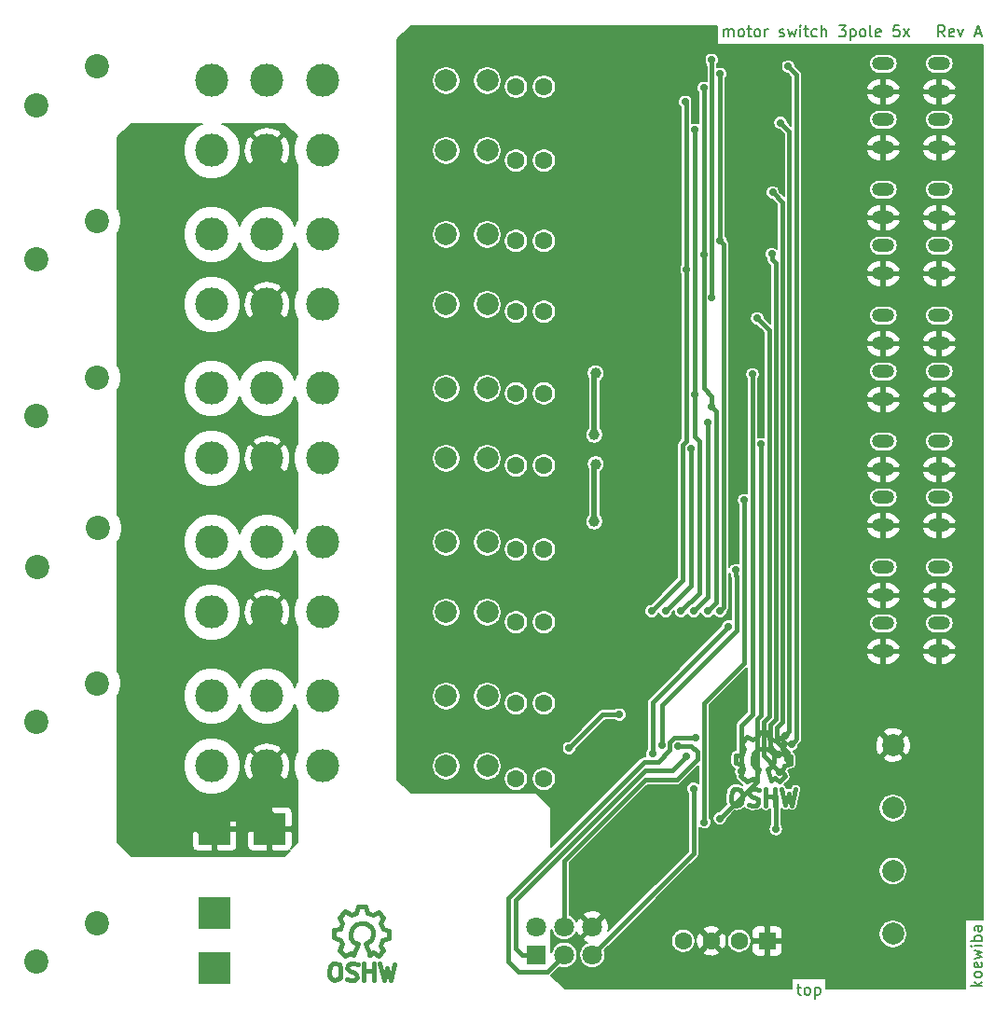
<source format=gbr>
G04 #@! TF.GenerationSoftware,KiCad,Pcbnew,5.0.0-fee4fd1~66~ubuntu16.04.1*
G04 #@! TF.CreationDate,2018-09-26T20:30:15+02:00*
G04 #@! TF.ProjectId,motor_switch_3pole_5x,6D6F746F725F7377697463685F33706F,A*
G04 #@! TF.SameCoordinates,Original*
G04 #@! TF.FileFunction,Copper,L1,Top,Signal*
G04 #@! TF.FilePolarity,Positive*
%FSLAX46Y46*%
G04 Gerber Fmt 4.6, Leading zero omitted, Abs format (unit mm)*
G04 Created by KiCad (PCBNEW 5.0.0-fee4fd1~66~ubuntu16.04.1) date Wed Sep 26 20:30:15 2018*
%MOMM*%
%LPD*%
G01*
G04 APERTURE LIST*
G04 #@! TA.AperFunction,NonConductor*
%ADD10C,0.200000*%
G04 #@! TD*
G04 #@! TA.AperFunction,EtchedComponent*
%ADD11C,0.381000*%
G04 #@! TD*
G04 #@! TA.AperFunction,ComponentPad*
%ADD12C,2.000000*%
G04 #@! TD*
G04 #@! TA.AperFunction,ComponentPad*
%ADD13C,1.600000*%
G04 #@! TD*
G04 #@! TA.AperFunction,ComponentPad*
%ADD14R,1.600000X1.600000*%
G04 #@! TD*
G04 #@! TA.AperFunction,ComponentPad*
%ADD15R,1.800000X1.800000*%
G04 #@! TD*
G04 #@! TA.AperFunction,ComponentPad*
%ADD16C,1.800000*%
G04 #@! TD*
G04 #@! TA.AperFunction,ComponentPad*
%ADD17C,3.000000*%
G04 #@! TD*
G04 #@! TA.AperFunction,ComponentPad*
%ADD18C,2.200000*%
G04 #@! TD*
G04 #@! TA.AperFunction,ComponentPad*
%ADD19O,2.000000X1.200000*%
G04 #@! TD*
G04 #@! TA.AperFunction,ComponentPad*
%ADD20R,2.900000X2.900000*%
G04 #@! TD*
G04 #@! TA.AperFunction,ViaPad*
%ADD21C,1.000000*%
G04 #@! TD*
G04 #@! TA.AperFunction,ViaPad*
%ADD22C,0.700000*%
G04 #@! TD*
G04 #@! TA.AperFunction,Conductor*
%ADD23C,0.500000*%
G04 #@! TD*
G04 #@! TA.AperFunction,Conductor*
%ADD24C,0.400000*%
G04 #@! TD*
G04 #@! TA.AperFunction,Conductor*
%ADD25C,2.500000*%
G04 #@! TD*
G04 #@! TA.AperFunction,Conductor*
%ADD26C,0.200000*%
G04 #@! TD*
G04 APERTURE END LIST*
D10*
X174799761Y-138215714D02*
X175180714Y-138215714D01*
X174942619Y-137882380D02*
X174942619Y-138739523D01*
X174990238Y-138834761D01*
X175085476Y-138882380D01*
X175180714Y-138882380D01*
X175656904Y-138882380D02*
X175561666Y-138834761D01*
X175514047Y-138787142D01*
X175466428Y-138691904D01*
X175466428Y-138406190D01*
X175514047Y-138310952D01*
X175561666Y-138263333D01*
X175656904Y-138215714D01*
X175799761Y-138215714D01*
X175895000Y-138263333D01*
X175942619Y-138310952D01*
X175990238Y-138406190D01*
X175990238Y-138691904D01*
X175942619Y-138787142D01*
X175895000Y-138834761D01*
X175799761Y-138882380D01*
X175656904Y-138882380D01*
X176418809Y-138215714D02*
X176418809Y-139215714D01*
X176418809Y-138263333D02*
X176514047Y-138215714D01*
X176704523Y-138215714D01*
X176799761Y-138263333D01*
X176847380Y-138310952D01*
X176895000Y-138406190D01*
X176895000Y-138691904D01*
X176847380Y-138787142D01*
X176799761Y-138834761D01*
X176704523Y-138882380D01*
X176514047Y-138882380D01*
X176418809Y-138834761D01*
X191587380Y-138061904D02*
X190587380Y-138061904D01*
X191206428Y-137966666D02*
X191587380Y-137680952D01*
X190920714Y-137680952D02*
X191301666Y-138061904D01*
X191587380Y-137109523D02*
X191539761Y-137204761D01*
X191492142Y-137252380D01*
X191396904Y-137300000D01*
X191111190Y-137300000D01*
X191015952Y-137252380D01*
X190968333Y-137204761D01*
X190920714Y-137109523D01*
X190920714Y-136966666D01*
X190968333Y-136871428D01*
X191015952Y-136823809D01*
X191111190Y-136776190D01*
X191396904Y-136776190D01*
X191492142Y-136823809D01*
X191539761Y-136871428D01*
X191587380Y-136966666D01*
X191587380Y-137109523D01*
X191539761Y-135966666D02*
X191587380Y-136061904D01*
X191587380Y-136252380D01*
X191539761Y-136347619D01*
X191444523Y-136395238D01*
X191063571Y-136395238D01*
X190968333Y-136347619D01*
X190920714Y-136252380D01*
X190920714Y-136061904D01*
X190968333Y-135966666D01*
X191063571Y-135919047D01*
X191158809Y-135919047D01*
X191254047Y-136395238D01*
X190920714Y-135585714D02*
X191587380Y-135395238D01*
X191111190Y-135204761D01*
X191587380Y-135014285D01*
X190920714Y-134823809D01*
X191587380Y-134442857D02*
X190920714Y-134442857D01*
X190587380Y-134442857D02*
X190635000Y-134490476D01*
X190682619Y-134442857D01*
X190635000Y-134395238D01*
X190587380Y-134442857D01*
X190682619Y-134442857D01*
X191587380Y-133966666D02*
X190587380Y-133966666D01*
X190968333Y-133966666D02*
X190920714Y-133871428D01*
X190920714Y-133680952D01*
X190968333Y-133585714D01*
X191015952Y-133538095D01*
X191111190Y-133490476D01*
X191396904Y-133490476D01*
X191492142Y-133538095D01*
X191539761Y-133585714D01*
X191587380Y-133680952D01*
X191587380Y-133871428D01*
X191539761Y-133966666D01*
X191587380Y-132633333D02*
X191063571Y-132633333D01*
X190968333Y-132680952D01*
X190920714Y-132776190D01*
X190920714Y-132966666D01*
X190968333Y-133061904D01*
X191539761Y-132633333D02*
X191587380Y-132728571D01*
X191587380Y-132966666D01*
X191539761Y-133061904D01*
X191444523Y-133109523D01*
X191349285Y-133109523D01*
X191254047Y-133061904D01*
X191206428Y-132966666D01*
X191206428Y-132728571D01*
X191158809Y-132633333D01*
X168163809Y-51887380D02*
X168163809Y-51220714D01*
X168163809Y-51315952D02*
X168211428Y-51268333D01*
X168306666Y-51220714D01*
X168449523Y-51220714D01*
X168544761Y-51268333D01*
X168592380Y-51363571D01*
X168592380Y-51887380D01*
X168592380Y-51363571D02*
X168639999Y-51268333D01*
X168735238Y-51220714D01*
X168878095Y-51220714D01*
X168973333Y-51268333D01*
X169020952Y-51363571D01*
X169020952Y-51887380D01*
X169639999Y-51887380D02*
X169544761Y-51839761D01*
X169497142Y-51792142D01*
X169449523Y-51696904D01*
X169449523Y-51411190D01*
X169497142Y-51315952D01*
X169544761Y-51268333D01*
X169639999Y-51220714D01*
X169782857Y-51220714D01*
X169878095Y-51268333D01*
X169925714Y-51315952D01*
X169973333Y-51411190D01*
X169973333Y-51696904D01*
X169925714Y-51792142D01*
X169878095Y-51839761D01*
X169782857Y-51887380D01*
X169639999Y-51887380D01*
X170259047Y-51220714D02*
X170639999Y-51220714D01*
X170401904Y-50887380D02*
X170401904Y-51744523D01*
X170449523Y-51839761D01*
X170544761Y-51887380D01*
X170639999Y-51887380D01*
X171116190Y-51887380D02*
X171020952Y-51839761D01*
X170973333Y-51792142D01*
X170925714Y-51696904D01*
X170925714Y-51411190D01*
X170973333Y-51315952D01*
X171020952Y-51268333D01*
X171116190Y-51220714D01*
X171259047Y-51220714D01*
X171354285Y-51268333D01*
X171401904Y-51315952D01*
X171449523Y-51411190D01*
X171449523Y-51696904D01*
X171401904Y-51792142D01*
X171354285Y-51839761D01*
X171259047Y-51887380D01*
X171116190Y-51887380D01*
X171878095Y-51887380D02*
X171878095Y-51220714D01*
X171878095Y-51411190D02*
X171925714Y-51315952D01*
X171973333Y-51268333D01*
X172068571Y-51220714D01*
X172163809Y-51220714D01*
X173211428Y-51839761D02*
X173306666Y-51887380D01*
X173497142Y-51887380D01*
X173592380Y-51839761D01*
X173639999Y-51744523D01*
X173639999Y-51696904D01*
X173592380Y-51601666D01*
X173497142Y-51554047D01*
X173354285Y-51554047D01*
X173259047Y-51506428D01*
X173211428Y-51411190D01*
X173211428Y-51363571D01*
X173259047Y-51268333D01*
X173354285Y-51220714D01*
X173497142Y-51220714D01*
X173592380Y-51268333D01*
X173973333Y-51220714D02*
X174163809Y-51887380D01*
X174354285Y-51411190D01*
X174544761Y-51887380D01*
X174735238Y-51220714D01*
X175116190Y-51887380D02*
X175116190Y-51220714D01*
X175116190Y-50887380D02*
X175068571Y-50935000D01*
X175116190Y-50982619D01*
X175163809Y-50935000D01*
X175116190Y-50887380D01*
X175116190Y-50982619D01*
X175449523Y-51220714D02*
X175830476Y-51220714D01*
X175592380Y-50887380D02*
X175592380Y-51744523D01*
X175639999Y-51839761D01*
X175735238Y-51887380D01*
X175830476Y-51887380D01*
X176592380Y-51839761D02*
X176497142Y-51887380D01*
X176306666Y-51887380D01*
X176211428Y-51839761D01*
X176163809Y-51792142D01*
X176116190Y-51696904D01*
X176116190Y-51411190D01*
X176163809Y-51315952D01*
X176211428Y-51268333D01*
X176306666Y-51220714D01*
X176497142Y-51220714D01*
X176592380Y-51268333D01*
X177020952Y-51887380D02*
X177020952Y-50887380D01*
X177449523Y-51887380D02*
X177449523Y-51363571D01*
X177401904Y-51268333D01*
X177306666Y-51220714D01*
X177163809Y-51220714D01*
X177068571Y-51268333D01*
X177020952Y-51315952D01*
X178592380Y-50887380D02*
X179211428Y-50887380D01*
X178878095Y-51268333D01*
X179020952Y-51268333D01*
X179116190Y-51315952D01*
X179163809Y-51363571D01*
X179211428Y-51458809D01*
X179211428Y-51696904D01*
X179163809Y-51792142D01*
X179116190Y-51839761D01*
X179020952Y-51887380D01*
X178735238Y-51887380D01*
X178639999Y-51839761D01*
X178592380Y-51792142D01*
X179639999Y-51220714D02*
X179639999Y-52220714D01*
X179639999Y-51268333D02*
X179735238Y-51220714D01*
X179925714Y-51220714D01*
X180020952Y-51268333D01*
X180068571Y-51315952D01*
X180116190Y-51411190D01*
X180116190Y-51696904D01*
X180068571Y-51792142D01*
X180020952Y-51839761D01*
X179925714Y-51887380D01*
X179735238Y-51887380D01*
X179639999Y-51839761D01*
X180687619Y-51887380D02*
X180592380Y-51839761D01*
X180544761Y-51792142D01*
X180497142Y-51696904D01*
X180497142Y-51411190D01*
X180544761Y-51315952D01*
X180592380Y-51268333D01*
X180687619Y-51220714D01*
X180830476Y-51220714D01*
X180925714Y-51268333D01*
X180973333Y-51315952D01*
X181020952Y-51411190D01*
X181020952Y-51696904D01*
X180973333Y-51792142D01*
X180925714Y-51839761D01*
X180830476Y-51887380D01*
X180687619Y-51887380D01*
X181592380Y-51887380D02*
X181497142Y-51839761D01*
X181449523Y-51744523D01*
X181449523Y-50887380D01*
X182354285Y-51839761D02*
X182259047Y-51887380D01*
X182068571Y-51887380D01*
X181973333Y-51839761D01*
X181925714Y-51744523D01*
X181925714Y-51363571D01*
X181973333Y-51268333D01*
X182068571Y-51220714D01*
X182259047Y-51220714D01*
X182354285Y-51268333D01*
X182401904Y-51363571D01*
X182401904Y-51458809D01*
X181925714Y-51554047D01*
X184068571Y-50887380D02*
X183592380Y-50887380D01*
X183544761Y-51363571D01*
X183592380Y-51315952D01*
X183687619Y-51268333D01*
X183925714Y-51268333D01*
X184020952Y-51315952D01*
X184068571Y-51363571D01*
X184116190Y-51458809D01*
X184116190Y-51696904D01*
X184068571Y-51792142D01*
X184020952Y-51839761D01*
X183925714Y-51887380D01*
X183687619Y-51887380D01*
X183592380Y-51839761D01*
X183544761Y-51792142D01*
X184449523Y-51887380D02*
X184973333Y-51220714D01*
X184449523Y-51220714D02*
X184973333Y-51887380D01*
X188211428Y-51887380D02*
X187878095Y-51411190D01*
X187639999Y-51887380D02*
X187639999Y-50887380D01*
X188020952Y-50887380D01*
X188116190Y-50935000D01*
X188163809Y-50982619D01*
X188211428Y-51077857D01*
X188211428Y-51220714D01*
X188163809Y-51315952D01*
X188116190Y-51363571D01*
X188020952Y-51411190D01*
X187639999Y-51411190D01*
X189020952Y-51839761D02*
X188925714Y-51887380D01*
X188735238Y-51887380D01*
X188639999Y-51839761D01*
X188592380Y-51744523D01*
X188592380Y-51363571D01*
X188639999Y-51268333D01*
X188735238Y-51220714D01*
X188925714Y-51220714D01*
X189020952Y-51268333D01*
X189068571Y-51363571D01*
X189068571Y-51458809D01*
X188592380Y-51554047D01*
X189401904Y-51220714D02*
X189639999Y-51887380D01*
X189878095Y-51220714D01*
X190973333Y-51601666D02*
X191449523Y-51601666D01*
X190878095Y-51887380D02*
X191211428Y-50887380D01*
X191544761Y-51887380D01*
D11*
G04 #@! TO.C,LOGO1*
X135605520Y-134249160D02*
X136004300Y-135249920D01*
X134904480Y-134249160D02*
X134553960Y-135249920D01*
X134553960Y-134051040D02*
X134904480Y-134249160D01*
X134305040Y-133748780D02*
X134553960Y-134051040D01*
X134254240Y-133250940D02*
X134305040Y-133748780D01*
X134404100Y-132798820D02*
X134254240Y-133250940D01*
X134805420Y-132450840D02*
X134404100Y-132798820D01*
X135204200Y-132349240D02*
X134805420Y-132450840D01*
X135653780Y-132400040D02*
X135204200Y-132349240D01*
X136105900Y-132750560D02*
X135653780Y-132400040D01*
X136255760Y-133101080D02*
X136105900Y-132750560D01*
X136255760Y-133499860D02*
X136255760Y-133101080D01*
X136105900Y-133901180D02*
X136255760Y-133499860D01*
X135905240Y-134099300D02*
X136105900Y-133901180D01*
X135605520Y-134249160D02*
X135905240Y-134099300D01*
X133324600Y-133870700D02*
X133464300Y-134269480D01*
X132765800Y-133670040D02*
X133324600Y-133870700D01*
X132775960Y-132969000D02*
X132765800Y-133670040D01*
X133324600Y-132869940D02*
X132775960Y-132969000D01*
X133494780Y-132389880D02*
X133324600Y-132869940D01*
X133245860Y-131848860D02*
X133494780Y-132389880D01*
X133764020Y-131320540D02*
X133245860Y-131848860D01*
X134315200Y-131589780D02*
X133764020Y-131320540D01*
X134734300Y-131419600D02*
X134315200Y-131589780D01*
X134945120Y-130870960D02*
X134734300Y-131419600D01*
X135636000Y-130888740D02*
X134945120Y-130870960D01*
X135806180Y-131429760D02*
X135636000Y-130888740D01*
X136276080Y-131630420D02*
X135806180Y-131429760D01*
X136794240Y-131368800D02*
X136276080Y-131630420D01*
X137264140Y-131879340D02*
X136794240Y-131368800D01*
X136994900Y-132349240D02*
X137264140Y-131879340D01*
X137195560Y-132920740D02*
X136994900Y-132349240D01*
X137754360Y-133060440D02*
X137195560Y-132920740D01*
X137754360Y-133741160D02*
X137754360Y-133060440D01*
X137144760Y-133929120D02*
X137754360Y-133741160D01*
X136954260Y-134399020D02*
X137144760Y-133929120D01*
X137236200Y-134879080D02*
X136954260Y-134399020D01*
X136763760Y-135369300D02*
X137236200Y-134879080D01*
X136324340Y-135039100D02*
X136763760Y-135369300D01*
X135994140Y-135229600D02*
X136324340Y-135039100D01*
X134274560Y-135089900D02*
X134553960Y-135249920D01*
X133753860Y-135359140D02*
X134274560Y-135089900D01*
X133215380Y-134840980D02*
X133753860Y-135359140D01*
X133474460Y-134279640D02*
X133215380Y-134840980D01*
X133215380Y-136138920D02*
X132854700Y-136009380D01*
X133324600Y-136420860D02*
X133215380Y-136138920D01*
X133375400Y-136829800D02*
X133324600Y-136420860D01*
X133304280Y-137289540D02*
X133375400Y-136829800D01*
X133085840Y-137469880D02*
X133304280Y-137289540D01*
X132775960Y-137541000D02*
X133085840Y-137469880D01*
X132524500Y-137419080D02*
X132775960Y-137541000D01*
X132323840Y-137099040D02*
X132524500Y-137419080D01*
X132295900Y-136751060D02*
X132323840Y-137099040D01*
X132384800Y-136260840D02*
X132295900Y-136751060D01*
X132626100Y-136019540D02*
X132384800Y-136260840D01*
X132875020Y-135999220D02*
X132626100Y-136019540D01*
X134264400Y-137558780D02*
X133913880Y-137449560D01*
X134584440Y-137530840D02*
X134264400Y-137558780D01*
X134815580Y-137309860D02*
X134584440Y-137530840D01*
X134774940Y-137010140D02*
X134815580Y-137309860D01*
X134594600Y-136850120D02*
X134774940Y-137010140D01*
X134205980Y-136720580D02*
X134594600Y-136850120D01*
X133964680Y-136479280D02*
X134205980Y-136720580D01*
X133995160Y-136210040D02*
X133964680Y-136479280D01*
X134233920Y-136009380D02*
X133995160Y-136210040D01*
X134553960Y-136019540D02*
X134233920Y-136009380D01*
X134904480Y-136100820D02*
X134553960Y-136019540D01*
X135455660Y-137568940D02*
X135465820Y-137558780D01*
X135455660Y-135999220D02*
X135455660Y-137568940D01*
X136344660Y-136009380D02*
X136344660Y-137551160D01*
X136304020Y-136730740D02*
X136304020Y-136720580D01*
X136293860Y-136720580D02*
X136304020Y-136730740D01*
X135503920Y-136730740D02*
X136293860Y-136720580D01*
X137873740Y-137520680D02*
X138214100Y-136070340D01*
X137563860Y-136448800D02*
X137873740Y-137520680D01*
X137284460Y-137510520D02*
X137563860Y-136448800D01*
X136923780Y-136039860D02*
X137284460Y-137510520D01*
G04 #@! TO.C,LOGO3*
X172080121Y-118403701D02*
X172478901Y-119404461D01*
X171379081Y-118403701D02*
X171028561Y-119404461D01*
X171028561Y-118205581D02*
X171379081Y-118403701D01*
X170779641Y-117903321D02*
X171028561Y-118205581D01*
X170728841Y-117405481D02*
X170779641Y-117903321D01*
X170878701Y-116953361D02*
X170728841Y-117405481D01*
X171280021Y-116605381D02*
X170878701Y-116953361D01*
X171678801Y-116503781D02*
X171280021Y-116605381D01*
X172128381Y-116554581D02*
X171678801Y-116503781D01*
X172580501Y-116905101D02*
X172128381Y-116554581D01*
X172730361Y-117255621D02*
X172580501Y-116905101D01*
X172730361Y-117654401D02*
X172730361Y-117255621D01*
X172580501Y-118055721D02*
X172730361Y-117654401D01*
X172379841Y-118253841D02*
X172580501Y-118055721D01*
X172080121Y-118403701D02*
X172379841Y-118253841D01*
X169799201Y-118025241D02*
X169938901Y-118424021D01*
X169240401Y-117824581D02*
X169799201Y-118025241D01*
X169250561Y-117123541D02*
X169240401Y-117824581D01*
X169799201Y-117024481D02*
X169250561Y-117123541D01*
X169969381Y-116544421D02*
X169799201Y-117024481D01*
X169720461Y-116003401D02*
X169969381Y-116544421D01*
X170238621Y-115475081D02*
X169720461Y-116003401D01*
X170789801Y-115744321D02*
X170238621Y-115475081D01*
X171208901Y-115574141D02*
X170789801Y-115744321D01*
X171419721Y-115025501D02*
X171208901Y-115574141D01*
X172110601Y-115043281D02*
X171419721Y-115025501D01*
X172280781Y-115584301D02*
X172110601Y-115043281D01*
X172750681Y-115784961D02*
X172280781Y-115584301D01*
X173268841Y-115523341D02*
X172750681Y-115784961D01*
X173738741Y-116033881D02*
X173268841Y-115523341D01*
X173469501Y-116503781D02*
X173738741Y-116033881D01*
X173670161Y-117075281D02*
X173469501Y-116503781D01*
X174228961Y-117214981D02*
X173670161Y-117075281D01*
X174228961Y-117895701D02*
X174228961Y-117214981D01*
X173619361Y-118083661D02*
X174228961Y-117895701D01*
X173428861Y-118553561D02*
X173619361Y-118083661D01*
X173710801Y-119033621D02*
X173428861Y-118553561D01*
X173238361Y-119523841D02*
X173710801Y-119033621D01*
X172798941Y-119193641D02*
X173238361Y-119523841D01*
X172468741Y-119384141D02*
X172798941Y-119193641D01*
X170749161Y-119244441D02*
X171028561Y-119404461D01*
X170228461Y-119513681D02*
X170749161Y-119244441D01*
X169689981Y-118995521D02*
X170228461Y-119513681D01*
X169949061Y-118434181D02*
X169689981Y-118995521D01*
X169689981Y-120293461D02*
X169329301Y-120163921D01*
X169799201Y-120575401D02*
X169689981Y-120293461D01*
X169850001Y-120984341D02*
X169799201Y-120575401D01*
X169778881Y-121444081D02*
X169850001Y-120984341D01*
X169560441Y-121624421D02*
X169778881Y-121444081D01*
X169250561Y-121695541D02*
X169560441Y-121624421D01*
X168999101Y-121573621D02*
X169250561Y-121695541D01*
X168798441Y-121253581D02*
X168999101Y-121573621D01*
X168770501Y-120905601D02*
X168798441Y-121253581D01*
X168859401Y-120415381D02*
X168770501Y-120905601D01*
X169100701Y-120174081D02*
X168859401Y-120415381D01*
X169349621Y-120153761D02*
X169100701Y-120174081D01*
X170739001Y-121713321D02*
X170388481Y-121604101D01*
X171059041Y-121685381D02*
X170739001Y-121713321D01*
X171290181Y-121464401D02*
X171059041Y-121685381D01*
X171249541Y-121164681D02*
X171290181Y-121464401D01*
X171069201Y-121004661D02*
X171249541Y-121164681D01*
X170680581Y-120875121D02*
X171069201Y-121004661D01*
X170439281Y-120633821D02*
X170680581Y-120875121D01*
X170469761Y-120364581D02*
X170439281Y-120633821D01*
X170708521Y-120163921D02*
X170469761Y-120364581D01*
X171028561Y-120174081D02*
X170708521Y-120163921D01*
X171379081Y-120255361D02*
X171028561Y-120174081D01*
X171930261Y-121723481D02*
X171940421Y-121713321D01*
X171930261Y-120153761D02*
X171930261Y-121723481D01*
X172819261Y-120163921D02*
X172819261Y-121705701D01*
X172778621Y-120885281D02*
X172778621Y-120875121D01*
X172768461Y-120875121D02*
X172778621Y-120885281D01*
X171978521Y-120885281D02*
X172768461Y-120875121D01*
X174348341Y-121675221D02*
X174688701Y-120224881D01*
X174038461Y-120603341D02*
X174348341Y-121675221D01*
X173759061Y-121665061D02*
X174038461Y-120603341D01*
X173398381Y-120194401D02*
X173759061Y-121665061D01*
G04 #@! TD*
D12*
G04 #@! TO.P,J13,1*
G04 #@! TO.N,Net-(F2-Pad2)*
X183515000Y-133350000D03*
G04 #@! TD*
G04 #@! TO.P,J14,1*
G04 #@! TO.N,/bus_atmega328_basic/A*
X183515000Y-127635000D03*
G04 #@! TD*
G04 #@! TO.P,J15,1*
G04 #@! TO.N,/bus_atmega328_basic/B*
X183515000Y-121920000D03*
G04 #@! TD*
G04 #@! TO.P,J16,1*
G04 #@! TO.N,GND*
X183515000Y-116205000D03*
G04 #@! TD*
D13*
G04 #@! TO.P,U7,4*
G04 #@! TO.N,+5V*
X164465000Y-133985000D03*
G04 #@! TO.P,U7,3*
G04 #@! TO.N,GND*
X167005000Y-133985000D03*
G04 #@! TO.P,U7,2*
G04 #@! TO.N,+24V*
X169545000Y-133985000D03*
D14*
G04 #@! TO.P,U7,1*
G04 #@! TO.N,GND*
X172085000Y-133985000D03*
G04 #@! TD*
D15*
G04 #@! TO.P,J12,1*
G04 #@! TO.N,/bus_atmega328_basic/PB4_MISO*
X151130000Y-135255000D03*
D16*
G04 #@! TO.P,J12,2*
G04 #@! TO.N,+5V*
X151130000Y-132715000D03*
G04 #@! TO.P,J12,3*
G04 #@! TO.N,/bus_atmega328_basic/PB5_SCK*
X153670000Y-135255000D03*
G04 #@! TO.P,J12,4*
G04 #@! TO.N,/bus_atmega328_basic/PB3_MOSI*
X153670000Y-132715000D03*
G04 #@! TO.P,J12,5*
G04 #@! TO.N,/output_reset*
X156210000Y-135255000D03*
G04 #@! TO.P,J12,6*
G04 #@! TO.N,GND*
X156210000Y-132715000D03*
G04 #@! TD*
D13*
G04 #@! TO.P,D23,2*
G04 #@! TO.N,Net-(D1-Pad1)*
X149276000Y-56440000D03*
G04 #@! TO.P,D23,1*
G04 #@! TO.N,Net-(D23-Pad1)*
X151816000Y-56440000D03*
G04 #@! TD*
G04 #@! TO.P,D24,2*
G04 #@! TO.N,Net-(D2-Pad1)*
X149276000Y-63146000D03*
G04 #@! TO.P,D24,1*
G04 #@! TO.N,Net-(D24-Pad1)*
X151816000Y-63146000D03*
G04 #@! TD*
G04 #@! TO.P,D25,2*
G04 #@! TO.N,Net-(D25-Pad2)*
X149276000Y-70440000D03*
G04 #@! TO.P,D25,1*
G04 #@! TO.N,Net-(D25-Pad1)*
X151816000Y-70440000D03*
G04 #@! TD*
G04 #@! TO.P,D26,2*
G04 #@! TO.N,Net-(D26-Pad2)*
X149276000Y-76862000D03*
G04 #@! TO.P,D26,1*
G04 #@! TO.N,Net-(D26-Pad1)*
X151816000Y-76862000D03*
G04 #@! TD*
G04 #@! TO.P,D27,2*
G04 #@! TO.N,Net-(D27-Pad2)*
X149276000Y-84291500D03*
G04 #@! TO.P,D27,1*
G04 #@! TO.N,Net-(D27-Pad1)*
X151816000Y-84291500D03*
G04 #@! TD*
G04 #@! TO.P,D28,2*
G04 #@! TO.N,Net-(D28-Pad2)*
X149276000Y-90832000D03*
G04 #@! TO.P,D28,1*
G04 #@! TO.N,Net-(D28-Pad1)*
X151816000Y-90832000D03*
G04 #@! TD*
G04 #@! TO.P,D29,2*
G04 #@! TO.N,Net-(D29-Pad2)*
X149276000Y-98452000D03*
G04 #@! TO.P,D29,1*
G04 #@! TO.N,Net-(D29-Pad1)*
X151816000Y-98452000D03*
G04 #@! TD*
G04 #@! TO.P,D30,2*
G04 #@! TO.N,Net-(D30-Pad2)*
X149276000Y-105056000D03*
G04 #@! TO.P,D30,1*
G04 #@! TO.N,Net-(D30-Pad1)*
X151816000Y-105056000D03*
G04 #@! TD*
G04 #@! TO.P,D31,2*
G04 #@! TO.N,Net-(D31-Pad2)*
X149276000Y-112422000D03*
G04 #@! TO.P,D31,1*
G04 #@! TO.N,Net-(D31-Pad1)*
X151816000Y-112422000D03*
G04 #@! TD*
G04 #@! TO.P,D32,2*
G04 #@! TO.N,Net-(D10-Pad1)*
X149276000Y-119280000D03*
G04 #@! TO.P,D32,1*
G04 #@! TO.N,Net-(D32-Pad1)*
X151816000Y-119280000D03*
G04 #@! TD*
D17*
G04 #@! TO.P,REL5,5*
G04 #@! TO.N,/Motor Relays/MOTOR_2_230V_UP*
X121685000Y-83820000D03*
G04 #@! TO.P,REL5,4*
G04 #@! TO.N,/Motor Relays/M2_230V_ON*
X126685000Y-83820000D03*
G04 #@! TO.P,REL5,3*
G04 #@! TO.N,/Motor Relays/MOTOR_2_230V_DOWN*
X131685000Y-83820000D03*
D12*
G04 #@! TO.P,REL5,2*
G04 #@! TO.N,+24V*
X142935000Y-83820000D03*
G04 #@! TO.P,REL5,1*
G04 #@! TO.N,Net-(D27-Pad2)*
X146685000Y-83820000D03*
G04 #@! TD*
D17*
G04 #@! TO.P,REL1,5*
G04 #@! TO.N,/Motor Relays/MOTOR_0_230V_UP*
X121685000Y-55880000D03*
G04 #@! TO.P,REL1,4*
G04 #@! TO.N,/Motor Relays/M0_230V_ON*
X126685000Y-55880000D03*
G04 #@! TO.P,REL1,3*
G04 #@! TO.N,/Motor Relays/MOTOR_0_230V_DOWN*
X131685000Y-55880000D03*
D12*
G04 #@! TO.P,REL1,2*
G04 #@! TO.N,+24V*
X142935000Y-55880000D03*
G04 #@! TO.P,REL1,1*
G04 #@! TO.N,Net-(D1-Pad1)*
X146685000Y-55880000D03*
G04 #@! TD*
D17*
G04 #@! TO.P,REL2,5*
G04 #@! TO.N,/Motor Relays/M0_230V_ON*
X121685000Y-62230000D03*
G04 #@! TO.P,REL2,4*
G04 #@! TO.N,/Motor Relays/230V*
X126685000Y-62230000D03*
G04 #@! TO.P,REL2,3*
G04 #@! TO.N,N/C*
X131685000Y-62230000D03*
D12*
G04 #@! TO.P,REL2,2*
G04 #@! TO.N,+24V*
X142935000Y-62230000D03*
G04 #@! TO.P,REL2,1*
G04 #@! TO.N,Net-(D2-Pad1)*
X146685000Y-62230000D03*
G04 #@! TD*
D17*
G04 #@! TO.P,REL3,5*
G04 #@! TO.N,/Motor Relays/MOTOR_1_230V_UP*
X121685000Y-69850000D03*
G04 #@! TO.P,REL3,4*
G04 #@! TO.N,/Motor Relays/M1_230V_ON*
X126685000Y-69850000D03*
G04 #@! TO.P,REL3,3*
G04 #@! TO.N,/Motor Relays/MOTOR_1_230V_DOWN*
X131685000Y-69850000D03*
D12*
G04 #@! TO.P,REL3,2*
G04 #@! TO.N,+24V*
X142935000Y-69850000D03*
G04 #@! TO.P,REL3,1*
G04 #@! TO.N,Net-(D25-Pad2)*
X146685000Y-69850000D03*
G04 #@! TD*
D17*
G04 #@! TO.P,REL4,5*
G04 #@! TO.N,/Motor Relays/M1_230V_ON*
X121685000Y-76200000D03*
G04 #@! TO.P,REL4,4*
G04 #@! TO.N,/Motor Relays/230V*
X126685000Y-76200000D03*
G04 #@! TO.P,REL4,3*
G04 #@! TO.N,N/C*
X131685000Y-76200000D03*
D12*
G04 #@! TO.P,REL4,2*
G04 #@! TO.N,+24V*
X142935000Y-76200000D03*
G04 #@! TO.P,REL4,1*
G04 #@! TO.N,Net-(D26-Pad2)*
X146685000Y-76200000D03*
G04 #@! TD*
D17*
G04 #@! TO.P,REL6,5*
G04 #@! TO.N,/Motor Relays/M2_230V_ON*
X121685000Y-90170000D03*
G04 #@! TO.P,REL6,4*
G04 #@! TO.N,/Motor Relays/230V*
X126685000Y-90170000D03*
G04 #@! TO.P,REL6,3*
G04 #@! TO.N,N/C*
X131685000Y-90170000D03*
D12*
G04 #@! TO.P,REL6,2*
G04 #@! TO.N,+24V*
X142935000Y-90170000D03*
G04 #@! TO.P,REL6,1*
G04 #@! TO.N,Net-(D28-Pad2)*
X146685000Y-90170000D03*
G04 #@! TD*
D17*
G04 #@! TO.P,REL7,5*
G04 #@! TO.N,/Motor Relays/MOTOR_3_230V_UP*
X121685000Y-97790000D03*
G04 #@! TO.P,REL7,4*
G04 #@! TO.N,/Motor Relays/M3_230V_ON*
X126685000Y-97790000D03*
G04 #@! TO.P,REL7,3*
G04 #@! TO.N,/Motor Relays/MOTOR_3_230V_DOWN*
X131685000Y-97790000D03*
D12*
G04 #@! TO.P,REL7,2*
G04 #@! TO.N,+24V*
X142935000Y-97790000D03*
G04 #@! TO.P,REL7,1*
G04 #@! TO.N,Net-(D29-Pad2)*
X146685000Y-97790000D03*
G04 #@! TD*
D17*
G04 #@! TO.P,REL8,5*
G04 #@! TO.N,/Motor Relays/M3_230V_ON*
X121685000Y-104140000D03*
G04 #@! TO.P,REL8,4*
G04 #@! TO.N,/Motor Relays/230V*
X126685000Y-104140000D03*
G04 #@! TO.P,REL8,3*
G04 #@! TO.N,N/C*
X131685000Y-104140000D03*
D12*
G04 #@! TO.P,REL8,2*
G04 #@! TO.N,+24V*
X142935000Y-104140000D03*
G04 #@! TO.P,REL8,1*
G04 #@! TO.N,Net-(D30-Pad2)*
X146685000Y-104140000D03*
G04 #@! TD*
D17*
G04 #@! TO.P,REL9,5*
G04 #@! TO.N,/Motor Relays/MOTOR_4_230V_UP*
X121685000Y-111760000D03*
G04 #@! TO.P,REL9,4*
G04 #@! TO.N,/Motor Relays/M4_230V_ON*
X126685000Y-111760000D03*
G04 #@! TO.P,REL9,3*
G04 #@! TO.N,/Motor Relays/MOTOR_4_230V_DOWN*
X131685000Y-111760000D03*
D12*
G04 #@! TO.P,REL9,2*
G04 #@! TO.N,+24V*
X142935000Y-111760000D03*
G04 #@! TO.P,REL9,1*
G04 #@! TO.N,Net-(D31-Pad2)*
X146685000Y-111760000D03*
G04 #@! TD*
D17*
G04 #@! TO.P,REL10,5*
G04 #@! TO.N,/Motor Relays/M4_230V_ON*
X121685000Y-118110000D03*
G04 #@! TO.P,REL10,4*
G04 #@! TO.N,/Motor Relays/230V*
X126685000Y-118110000D03*
G04 #@! TO.P,REL10,3*
G04 #@! TO.N,N/C*
X131685000Y-118110000D03*
D12*
G04 #@! TO.P,REL10,2*
G04 #@! TO.N,+24V*
X142935000Y-118110000D03*
G04 #@! TO.P,REL10,1*
G04 #@! TO.N,Net-(D10-Pad1)*
X146685000Y-118110000D03*
G04 #@! TD*
D18*
G04 #@! TO.P,J2,2*
G04 #@! TO.N,/Motor Relays/MOTOR_0_230V_UP*
X105710000Y-58110000D03*
G04 #@! TO.P,J2,1*
G04 #@! TO.N,/Motor Relays/MOTOR_0_230V_DOWN*
X111210000Y-54610000D03*
G04 #@! TD*
G04 #@! TO.P,J1,2*
G04 #@! TO.N,Net-(J1-Pad1)*
X105710000Y-135890000D03*
G04 #@! TO.P,J1,1*
X111210000Y-132390000D03*
G04 #@! TD*
G04 #@! TO.P,J3,2*
G04 #@! TO.N,/Motor Relays/MOTOR_1_230V_UP*
X105710000Y-72110000D03*
G04 #@! TO.P,J3,1*
G04 #@! TO.N,/Motor Relays/MOTOR_1_230V_DOWN*
X111210000Y-68610000D03*
G04 #@! TD*
G04 #@! TO.P,J4,2*
G04 #@! TO.N,/Motor Relays/MOTOR_2_230V_UP*
X105710000Y-86360000D03*
G04 #@! TO.P,J4,1*
G04 #@! TO.N,/Motor Relays/MOTOR_2_230V_DOWN*
X111210000Y-82860000D03*
G04 #@! TD*
G04 #@! TO.P,J5,2*
G04 #@! TO.N,/Motor Relays/MOTOR_3_230V_UP*
X105810000Y-100020000D03*
G04 #@! TO.P,J5,1*
G04 #@! TO.N,/Motor Relays/MOTOR_3_230V_DOWN*
X111310000Y-96520000D03*
G04 #@! TD*
G04 #@! TO.P,J6,2*
G04 #@! TO.N,/Motor Relays/MOTOR_4_230V_UP*
X105710000Y-114110000D03*
G04 #@! TO.P,J6,1*
G04 #@! TO.N,/Motor Relays/MOTOR_4_230V_DOWN*
X111210000Y-110610000D03*
G04 #@! TD*
D19*
G04 #@! TO.P,J7,4*
G04 #@! TO.N,GND*
X182626000Y-61976000D03*
G04 #@! TO.P,J7,3*
G04 #@! TO.N,Net-(J7-Pad3)*
X182626000Y-59436000D03*
G04 #@! TO.P,J7,2*
G04 #@! TO.N,GND*
X182626000Y-56896000D03*
G04 #@! TO.P,J7,1*
G04 #@! TO.N,Net-(J7-Pad1)*
X182626000Y-54356000D03*
G04 #@! TO.P,J7,4*
G04 #@! TO.N,GND*
X187706000Y-61976000D03*
G04 #@! TO.P,J7,3*
G04 #@! TO.N,Net-(J7-Pad3)*
X187706000Y-59436000D03*
G04 #@! TO.P,J7,1*
G04 #@! TO.N,Net-(J7-Pad1)*
X187706000Y-54356000D03*
G04 #@! TO.P,J7,2*
G04 #@! TO.N,GND*
X187706000Y-56896000D03*
G04 #@! TD*
G04 #@! TO.P,J8,4*
G04 #@! TO.N,GND*
X182626000Y-73406000D03*
G04 #@! TO.P,J8,3*
G04 #@! TO.N,Net-(J8-Pad3)*
X182626000Y-70866000D03*
G04 #@! TO.P,J8,2*
G04 #@! TO.N,GND*
X182626000Y-68326000D03*
G04 #@! TO.P,J8,1*
G04 #@! TO.N,Net-(J8-Pad1)*
X182626000Y-65786000D03*
G04 #@! TO.P,J8,4*
G04 #@! TO.N,GND*
X187706000Y-73406000D03*
G04 #@! TO.P,J8,3*
G04 #@! TO.N,Net-(J8-Pad3)*
X187706000Y-70866000D03*
G04 #@! TO.P,J8,1*
G04 #@! TO.N,Net-(J8-Pad1)*
X187706000Y-65786000D03*
G04 #@! TO.P,J8,2*
G04 #@! TO.N,GND*
X187706000Y-68326000D03*
G04 #@! TD*
G04 #@! TO.P,J9,4*
G04 #@! TO.N,GND*
X182626000Y-84836000D03*
G04 #@! TO.P,J9,3*
G04 #@! TO.N,Net-(J9-Pad3)*
X182626000Y-82296000D03*
G04 #@! TO.P,J9,2*
G04 #@! TO.N,GND*
X182626000Y-79756000D03*
G04 #@! TO.P,J9,1*
G04 #@! TO.N,Net-(J9-Pad1)*
X182626000Y-77216000D03*
G04 #@! TO.P,J9,4*
G04 #@! TO.N,GND*
X187706000Y-84836000D03*
G04 #@! TO.P,J9,3*
G04 #@! TO.N,Net-(J9-Pad3)*
X187706000Y-82296000D03*
G04 #@! TO.P,J9,1*
G04 #@! TO.N,Net-(J9-Pad1)*
X187706000Y-77216000D03*
G04 #@! TO.P,J9,2*
G04 #@! TO.N,GND*
X187706000Y-79756000D03*
G04 #@! TD*
G04 #@! TO.P,J10,4*
G04 #@! TO.N,GND*
X182626000Y-96266000D03*
G04 #@! TO.P,J10,3*
G04 #@! TO.N,Net-(J10-Pad3)*
X182626000Y-93726000D03*
G04 #@! TO.P,J10,2*
G04 #@! TO.N,GND*
X182626000Y-91186000D03*
G04 #@! TO.P,J10,1*
G04 #@! TO.N,Net-(J10-Pad1)*
X182626000Y-88646000D03*
G04 #@! TO.P,J10,4*
G04 #@! TO.N,GND*
X187706000Y-96266000D03*
G04 #@! TO.P,J10,3*
G04 #@! TO.N,Net-(J10-Pad3)*
X187706000Y-93726000D03*
G04 #@! TO.P,J10,1*
G04 #@! TO.N,Net-(J10-Pad1)*
X187706000Y-88646000D03*
G04 #@! TO.P,J10,2*
G04 #@! TO.N,GND*
X187706000Y-91186000D03*
G04 #@! TD*
G04 #@! TO.P,J11,4*
G04 #@! TO.N,GND*
X182626000Y-107696000D03*
G04 #@! TO.P,J11,3*
G04 #@! TO.N,Net-(J11-Pad3)*
X182626000Y-105156000D03*
G04 #@! TO.P,J11,2*
G04 #@! TO.N,GND*
X182626000Y-102616000D03*
G04 #@! TO.P,J11,1*
G04 #@! TO.N,Net-(J11-Pad1)*
X182626000Y-100076000D03*
G04 #@! TO.P,J11,4*
G04 #@! TO.N,GND*
X187706000Y-107696000D03*
G04 #@! TO.P,J11,3*
G04 #@! TO.N,Net-(J11-Pad3)*
X187706000Y-105156000D03*
G04 #@! TO.P,J11,1*
G04 #@! TO.N,Net-(J11-Pad1)*
X187706000Y-100076000D03*
G04 #@! TO.P,J11,2*
G04 #@! TO.N,GND*
X187706000Y-102616000D03*
G04 #@! TD*
D20*
G04 #@! TO.P,J17,1*
G04 #@! TO.N,Net-(J1-Pad1)*
X121920000Y-131445000D03*
X121920000Y-136443720D03*
G04 #@! TD*
G04 #@! TO.P,J18,1*
G04 #@! TO.N,/Motor Relays/230V*
X126918720Y-123825000D03*
X121920000Y-123825000D03*
G04 #@! TD*
D21*
G04 #@! TO.N,+5V*
X156388000Y-95912000D03*
X156388000Y-88038000D03*
X156515000Y-82450000D03*
X156515000Y-90705000D03*
D22*
G04 #@! TO.N,GND*
X167894000Y-116459000D03*
X161980939Y-120203389D03*
X161279075Y-121784863D03*
D21*
X162074225Y-127675917D03*
X150495000Y-117756000D03*
X150495000Y-110898000D03*
X150495000Y-103278000D03*
X150495000Y-75338000D03*
X150495000Y-68988000D03*
X150495000Y-61368000D03*
X150495000Y-55018000D03*
X183566000Y-125249000D03*
X156210000Y-130175000D03*
X170612000Y-59082000D03*
X161468000Y-54002000D03*
X161468000Y-69242000D03*
X170612000Y-74322000D03*
X161468002Y-84355000D03*
X163753998Y-81307000D03*
X163754000Y-66067000D03*
X163512978Y-90832000D03*
X156642000Y-106580000D03*
X150546000Y-89308000D03*
X150482500Y-82958000D03*
X150495000Y-96928000D03*
D22*
X178740000Y-127535000D03*
G04 #@! TO.N,/output_reset*
X165405000Y-120169000D03*
X167818000Y-55272000D03*
X167818000Y-70385000D03*
X167818000Y-104040000D03*
G04 #@! TO.N,//button_0_up*
X173990000Y-54610000D03*
X174295000Y-116105000D03*
G04 #@! TO.N,//button_0_down*
X173289990Y-59712202D03*
X173743465Y-115329746D03*
G04 #@! TO.N,//button_1_up*
X173990000Y-117475000D03*
X172589980Y-66040000D03*
G04 #@! TO.N,//button_1_down*
X172505010Y-71620874D03*
X173094566Y-117075243D03*
G04 #@! TO.N,//button_2_up*
X171189960Y-77470000D03*
X173238194Y-118641131D03*
G04 #@! TO.N,//button_2_down*
X169747213Y-118607894D03*
X170750000Y-82550000D03*
G04 #@! TO.N,//button_3_up*
X167796251Y-122861759D03*
X171500010Y-88894805D03*
G04 #@! TO.N,//button_3_down*
X166382337Y-123214998D03*
X169999990Y-93980000D03*
G04 #@! TO.N,//button_4_up*
X162502944Y-116196891D03*
X169249980Y-100330000D03*
G04 #@! TO.N,//button_4_down*
X161657884Y-116998175D03*
X168568010Y-105424440D03*
G04 #@! TO.N,/bus_atmega328_basic/PB4_MISO*
X164775467Y-117231202D03*
G04 #@! TO.N,/bus_atmega328_basic/PB5_SCK*
X165590272Y-115546792D03*
G04 #@! TO.N,/bus_atmega328_basic/PB3_MOSI*
X164002955Y-116305173D03*
G04 #@! TO.N,/motor_4_on*
X154102000Y-116486000D03*
X158674000Y-113438000D03*
G04 #@! TO.N,/bus_atmega328_basic/MISO*
X165405000Y-104040000D03*
X166686990Y-86895000D03*
G04 #@! TO.N,/output_data*
X164262000Y-104040000D03*
X165532002Y-60352000D03*
X165532000Y-84355000D03*
G04 #@! TO.N,/output_clock*
X166675000Y-104040000D03*
X166317988Y-56542000D03*
X166317989Y-71655000D03*
X167055994Y-85498000D03*
G04 #@! TO.N,/output_latch*
X161595000Y-104040000D03*
X164770000Y-73052000D03*
X164642998Y-57812000D03*
G04 #@! TO.N,Net-(U1-Pad9)*
X167056000Y-54002000D03*
X167067999Y-75592002D03*
G04 #@! TO.N,/bus_atmega328_basic//CSEEP*
X162865000Y-104040000D03*
X165162990Y-89308000D03*
G04 #@! TO.N,/bus_atmega328_basic/RXD0*
X172868515Y-123831300D03*
X172771000Y-120931000D03*
G04 #@! TD*
D23*
G04 #@! TO.N,+5V*
X156388000Y-84482000D02*
X156388000Y-82577000D01*
X156388000Y-88038000D02*
X156388000Y-84482000D01*
X156388000Y-82577000D02*
X156515000Y-82450000D01*
X156388000Y-90832000D02*
X156515000Y-90705000D01*
X156388000Y-95912000D02*
X156388000Y-90832000D01*
D24*
G04 #@! TO.N,/output_reset*
X165405000Y-126060000D02*
X156210000Y-135255000D01*
X165405000Y-120169000D02*
X165405000Y-126060000D01*
X167818000Y-55272000D02*
X167818000Y-70385000D01*
X168167999Y-103690001D02*
X167818000Y-104040000D01*
X168167999Y-70734999D02*
X168167999Y-103690001D01*
X167818000Y-70385000D02*
X168167999Y-70734999D01*
G04 #@! TO.N,//button_0_up*
X174644999Y-115755001D02*
X174295000Y-116105000D01*
X174742821Y-55362821D02*
X174742821Y-115657179D01*
X174742821Y-115657179D02*
X174644999Y-115755001D01*
X173990000Y-54610000D02*
X174742821Y-55362821D01*
G04 #@! TO.N,//button_0_down*
X174093464Y-60515676D02*
X174093464Y-114979747D01*
X174093464Y-114979747D02*
X173743465Y-115329746D01*
X173289990Y-59712202D02*
X174093464Y-60515676D01*
G04 #@! TO.N,//button_1_up*
X173990000Y-116980026D02*
X173990000Y-117475000D01*
X172958128Y-114587751D02*
X172958128Y-115878130D01*
X173990000Y-116910002D02*
X173990000Y-116980026D01*
X173450033Y-66900053D02*
X173450033Y-114095846D01*
X173450033Y-114095846D02*
X172958128Y-114587751D01*
X172589980Y-66040000D02*
X173450033Y-66900053D01*
X172958128Y-115878130D02*
X173990000Y-116910002D01*
G04 #@! TO.N,//button_1_down*
X172505010Y-71620874D02*
X172505010Y-72115848D01*
X172744567Y-116725244D02*
X173094566Y-117075243D01*
X172358117Y-116338794D02*
X172744567Y-116725244D01*
X172850022Y-113847314D02*
X172358117Y-114339219D01*
X172358117Y-114339219D02*
X172358117Y-116338794D01*
X172850022Y-72460860D02*
X172850022Y-113847314D01*
X172505010Y-72115848D02*
X172850022Y-72460860D01*
G04 #@! TO.N,//button_2_up*
X171758106Y-117161043D02*
X172888195Y-118291132D01*
X172250011Y-113598782D02*
X171758106Y-114090687D01*
X172888195Y-118291132D02*
X173238194Y-118641131D01*
X172250011Y-78530051D02*
X172250011Y-113598782D01*
X171758106Y-114090687D02*
X171758106Y-117161043D01*
X171189960Y-77470000D02*
X172250011Y-78530051D01*
G04 #@! TO.N,//button_2_down*
X169747213Y-114404494D02*
X169747213Y-118607894D01*
X170750000Y-82550000D02*
X170750000Y-113401707D01*
X170750000Y-113401707D02*
X169747213Y-114404494D01*
G04 #@! TO.N,//button_3_up*
X171158095Y-119499915D02*
X171158095Y-113842155D01*
X171158095Y-113842155D02*
X171500010Y-113500240D01*
X167796251Y-122861759D02*
X171158095Y-119499915D01*
X171500010Y-113500240D02*
X171500010Y-88894805D01*
G04 #@! TO.N,//button_3_down*
X169999990Y-108765010D02*
X169999990Y-93980000D01*
X166382337Y-123214998D02*
X166382337Y-112382663D01*
X166382337Y-112382663D02*
X169999990Y-108765010D01*
G04 #@! TO.N,//button_4_up*
X162502944Y-112599510D02*
X169318012Y-105784442D01*
X169318012Y-100893006D02*
X169249980Y-100824974D01*
X162502944Y-116196891D02*
X162502944Y-112599510D01*
X169318012Y-105784442D02*
X169318012Y-100893006D01*
X169249980Y-100824974D02*
X169249980Y-100330000D01*
G04 #@! TO.N,//button_4_down*
X161657884Y-112334566D02*
X168218011Y-105774439D01*
X168218011Y-105774439D02*
X168568010Y-105424440D01*
X161657884Y-116998175D02*
X161657884Y-112334566D01*
D25*
G04 #@! TO.N,/Motor Relays/230V*
X121920000Y-123825000D02*
X121849998Y-123825000D01*
X121849998Y-123825000D02*
X119884999Y-121860001D01*
X126918720Y-123825000D02*
X126918720Y-123722402D01*
X126918720Y-123722402D02*
X125056319Y-121860001D01*
X117475000Y-119450002D02*
X119884999Y-121860001D01*
X119884999Y-121860001D02*
X125056319Y-121860001D01*
X125056319Y-121860001D02*
X126685000Y-120231320D01*
X126685000Y-120231320D02*
X126685000Y-118110000D01*
X126685000Y-106261320D02*
X126685000Y-104140000D01*
X125056319Y-107890001D02*
X126685000Y-106261320D01*
X126685000Y-92291320D02*
X126685000Y-90170000D01*
X125056319Y-93920001D02*
X126685000Y-92291320D01*
X124936321Y-80069999D02*
X126685000Y-78321320D01*
X126685000Y-78321320D02*
X126685000Y-76200000D01*
X117475000Y-68509998D02*
X117475000Y-80037000D01*
X124996320Y-66040000D02*
X119944998Y-66040000D01*
X119944998Y-66040000D02*
X117475000Y-68509998D01*
X126685000Y-62230000D02*
X126685000Y-64351320D01*
X126685000Y-64351320D02*
X124996320Y-66040000D01*
X117561999Y-107890001D02*
X117475000Y-107977000D01*
X125056319Y-107890001D02*
X117561999Y-107890001D01*
X117475000Y-93753000D02*
X117475000Y-107977000D01*
X117475000Y-107977000D02*
X117475000Y-119450002D01*
X117642001Y-93920001D02*
X117475000Y-93753000D01*
X125056319Y-93920001D02*
X117642001Y-93920001D01*
X117475000Y-80037000D02*
X117475000Y-93753000D01*
X119971998Y-80037000D02*
X117475000Y-80037000D01*
X120004997Y-80069999D02*
X119971998Y-80037000D01*
X124936321Y-80069999D02*
X120004997Y-80069999D01*
D24*
G04 #@! TO.N,/bus_atmega328_basic/PB4_MISO*
X163488669Y-118518000D02*
X164775467Y-117231202D01*
X149830000Y-135255000D02*
X149225000Y-134650000D01*
X151130000Y-135255000D02*
X149830000Y-135255000D01*
X149225000Y-134650000D02*
X149225000Y-130293457D01*
X149225000Y-130293457D02*
X161000457Y-118518000D01*
X161000457Y-118518000D02*
X163488669Y-118518000D01*
G04 #@! TO.N,/bus_atmega328_basic/PB5_SCK*
X163666803Y-115546792D02*
X165590272Y-115546792D01*
X163252954Y-115960641D02*
X163666803Y-115546792D01*
X152119000Y-136806000D02*
X149506000Y-136806000D01*
X149506000Y-136806000D02*
X148590000Y-135890000D01*
X153670000Y-135255000D02*
X152119000Y-136806000D01*
X162179232Y-117748177D02*
X163252954Y-116674455D01*
X148590000Y-130079914D02*
X160921737Y-117748177D01*
X148590000Y-135890000D02*
X148590000Y-130079914D01*
X163252954Y-116674455D02*
X163252954Y-115960641D01*
X160921737Y-117748177D02*
X162179232Y-117748177D01*
G04 #@! TO.N,/bus_atmega328_basic/PB3_MOSI*
X165200173Y-116305173D02*
X164002955Y-116305173D01*
X165735000Y-116840000D02*
X165200173Y-116305173D01*
X165735000Y-117475000D02*
X165735000Y-116840000D01*
X161013612Y-119353388D02*
X163856612Y-119353388D01*
X153670000Y-126697000D02*
X161013612Y-119353388D01*
X153670000Y-132715000D02*
X153670000Y-126697000D01*
X163856612Y-119353388D02*
X165735000Y-117475000D01*
G04 #@! TO.N,/motor_4_on*
X157150000Y-113438000D02*
X158674000Y-113438000D01*
X154102000Y-116486000D02*
X157150000Y-113438000D01*
G04 #@! TO.N,/bus_atmega328_basic/MISO*
X166686990Y-87389974D02*
X166686990Y-86895000D01*
X166686990Y-102758010D02*
X166686990Y-87389974D01*
X165405000Y-104040000D02*
X166686990Y-102758010D01*
G04 #@! TO.N,/output_data*
X165532002Y-84354998D02*
X165532000Y-84355000D01*
X165532002Y-60352000D02*
X165532002Y-84354998D01*
X165532000Y-84849974D02*
X165532000Y-84355000D01*
X165532000Y-88197998D02*
X165532000Y-84849974D01*
X165913000Y-102389000D02*
X165913000Y-88578998D01*
X165913000Y-88578998D02*
X165532000Y-88197998D01*
X164262000Y-104040000D02*
X165913000Y-102389000D01*
G04 #@! TO.N,/output_clock*
X166317989Y-71160026D02*
X166317989Y-71655000D01*
X166317988Y-56542000D02*
X166317989Y-71160026D01*
X166317989Y-83772653D02*
X167055994Y-84510658D01*
X167055994Y-85003026D02*
X167055994Y-85498000D01*
X167055994Y-84510658D02*
X167055994Y-85003026D01*
X166317989Y-71655000D02*
X166317989Y-83772653D01*
X167437000Y-85879006D02*
X167405993Y-85847999D01*
X166675000Y-104040000D02*
X167437000Y-103278000D01*
X167405993Y-85847999D02*
X167055994Y-85498000D01*
X167437000Y-103278000D02*
X167437000Y-85879006D01*
G04 #@! TO.N,/output_latch*
X164770000Y-57939002D02*
X164642998Y-57812000D01*
X164770000Y-73052000D02*
X164770000Y-57939002D01*
X164412988Y-88947998D02*
X164770000Y-88590986D01*
X164412988Y-101222012D02*
X164412988Y-88947998D01*
X164770000Y-73546974D02*
X164770000Y-73052000D01*
X164770000Y-88590986D02*
X164770000Y-73546974D01*
X161595000Y-104040000D02*
X164412988Y-101222012D01*
G04 #@! TO.N,Net-(U1-Pad9)*
X167067999Y-54508973D02*
X167067999Y-75592002D01*
X167056000Y-54496974D02*
X167067999Y-54508973D01*
X167056000Y-54002000D02*
X167056000Y-54496974D01*
G04 #@! TO.N,/bus_atmega328_basic//CSEEP*
X165151000Y-89319990D02*
X165162990Y-89308000D01*
X165151000Y-101754000D02*
X165151000Y-89319990D01*
X162865000Y-104040000D02*
X165151000Y-101754000D01*
G04 #@! TO.N,/bus_atmega328_basic/RXD0*
X172868515Y-121028515D02*
X172771000Y-120931000D01*
X172868515Y-123831300D02*
X172868515Y-121028515D01*
G04 #@! TD*
D26*
G04 #@! TO.N,GND*
G36*
X167555714Y-52665000D02*
X191670000Y-52665000D01*
X191670000Y-132025238D01*
X190065000Y-132025238D01*
X190065000Y-138330000D01*
X177485476Y-138330000D01*
X177485476Y-137360000D01*
X174304524Y-137360000D01*
X174304524Y-138330000D01*
X153711422Y-138330000D01*
X152506764Y-137125342D01*
X153251560Y-136380546D01*
X153319973Y-136408884D01*
X153551810Y-136455000D01*
X153788190Y-136455000D01*
X154020027Y-136408884D01*
X154238413Y-136318426D01*
X154434955Y-136187101D01*
X154602101Y-136019955D01*
X154733426Y-135823413D01*
X154823884Y-135605027D01*
X154870000Y-135373190D01*
X154870000Y-135136810D01*
X154823884Y-134904973D01*
X154733426Y-134686587D01*
X154602101Y-134490045D01*
X154434955Y-134322899D01*
X154238413Y-134191574D01*
X154020027Y-134101116D01*
X153788190Y-134055000D01*
X153551810Y-134055000D01*
X153319973Y-134101116D01*
X153101587Y-134191574D01*
X152905045Y-134322899D01*
X152737899Y-134490045D01*
X152606574Y-134686587D01*
X152516116Y-134904973D01*
X152500000Y-134985992D01*
X152500000Y-132984008D01*
X152516116Y-133065027D01*
X152606574Y-133283413D01*
X152737899Y-133479955D01*
X152905045Y-133647101D01*
X153101587Y-133778426D01*
X153319973Y-133868884D01*
X153551810Y-133915000D01*
X153788190Y-133915000D01*
X154020027Y-133868884D01*
X154238413Y-133778426D01*
X154434955Y-133647101D01*
X154602101Y-133479955D01*
X154733426Y-133283413D01*
X154775047Y-133182932D01*
X154849024Y-133381237D01*
X154899928Y-133476469D01*
X155143279Y-133563932D01*
X155992211Y-132715000D01*
X155143279Y-131866068D01*
X154899928Y-131953531D01*
X154776545Y-132223745D01*
X154772492Y-132240901D01*
X154733426Y-132146587D01*
X154602101Y-131950045D01*
X154434955Y-131782899D01*
X154238413Y-131651574D01*
X154230458Y-131648279D01*
X155361068Y-131648279D01*
X156210000Y-132497211D01*
X157058932Y-131648279D01*
X156971469Y-131404928D01*
X156701255Y-131281545D01*
X156412163Y-131213249D01*
X156115301Y-131202665D01*
X155822078Y-131250199D01*
X155543763Y-131354024D01*
X155448531Y-131404928D01*
X155361068Y-131648279D01*
X154230458Y-131648279D01*
X154170000Y-131623237D01*
X154170000Y-126904105D01*
X161220719Y-119853388D01*
X163832052Y-119853388D01*
X163856612Y-119855807D01*
X163881172Y-119853388D01*
X163906352Y-119850908D01*
X163954629Y-119846153D01*
X163955974Y-119845745D01*
X164048879Y-119817563D01*
X164135741Y-119771134D01*
X164211876Y-119708652D01*
X164227541Y-119689564D01*
X165882337Y-118034769D01*
X165882337Y-119727098D01*
X165819351Y-119664112D01*
X165712890Y-119592978D01*
X165594598Y-119543979D01*
X165469019Y-119519000D01*
X165340981Y-119519000D01*
X165215402Y-119543979D01*
X165097110Y-119592978D01*
X164990649Y-119664112D01*
X164900112Y-119754649D01*
X164828978Y-119861110D01*
X164779979Y-119979402D01*
X164755000Y-120104981D01*
X164755000Y-120233019D01*
X164779979Y-120358598D01*
X164828978Y-120476890D01*
X164900112Y-120583351D01*
X164905000Y-120588239D01*
X164905001Y-125852892D01*
X157671855Y-133086040D01*
X157711751Y-132917163D01*
X157722335Y-132620301D01*
X157674801Y-132327078D01*
X157570976Y-132048763D01*
X157520072Y-131953531D01*
X157276721Y-131866068D01*
X156427789Y-132715000D01*
X156441931Y-132729142D01*
X156224142Y-132946931D01*
X156210000Y-132932789D01*
X155361068Y-133781721D01*
X155448531Y-134025072D01*
X155718745Y-134148455D01*
X155735901Y-134152508D01*
X155641587Y-134191574D01*
X155445045Y-134322899D01*
X155277899Y-134490045D01*
X155146574Y-134686587D01*
X155056116Y-134904973D01*
X155010000Y-135136810D01*
X155010000Y-135373190D01*
X155056116Y-135605027D01*
X155146574Y-135823413D01*
X155277899Y-136019955D01*
X155445045Y-136187101D01*
X155641587Y-136318426D01*
X155859973Y-136408884D01*
X156091810Y-136455000D01*
X156328190Y-136455000D01*
X156560027Y-136408884D01*
X156778413Y-136318426D01*
X156974955Y-136187101D01*
X157142101Y-136019955D01*
X157273426Y-135823413D01*
X157363884Y-135605027D01*
X157410000Y-135373190D01*
X157410000Y-135136810D01*
X157363884Y-134904973D01*
X157335546Y-134836559D01*
X158295446Y-133876659D01*
X163365000Y-133876659D01*
X163365000Y-134093341D01*
X163407273Y-134305858D01*
X163490193Y-134506045D01*
X163610575Y-134686209D01*
X163763791Y-134839425D01*
X163943955Y-134959807D01*
X164144142Y-135042727D01*
X164356659Y-135085000D01*
X164573341Y-135085000D01*
X164785858Y-135042727D01*
X164936874Y-134980174D01*
X166227615Y-134980174D01*
X166302924Y-135213327D01*
X166556048Y-135326693D01*
X166826426Y-135388498D01*
X167103666Y-135396369D01*
X167377114Y-135350001D01*
X167636263Y-135251177D01*
X167707076Y-135213327D01*
X167782385Y-134980174D01*
X167005000Y-134202789D01*
X166227615Y-134980174D01*
X164936874Y-134980174D01*
X164986045Y-134959807D01*
X165166209Y-134839425D01*
X165319425Y-134686209D01*
X165439807Y-134506045D01*
X165522727Y-134305858D01*
X165565000Y-134093341D01*
X165565000Y-134083666D01*
X165593631Y-134083666D01*
X165639999Y-134357114D01*
X165738823Y-134616263D01*
X165776673Y-134687076D01*
X166009826Y-134762385D01*
X166787211Y-133985000D01*
X167222789Y-133985000D01*
X168000174Y-134762385D01*
X168233327Y-134687076D01*
X168346693Y-134433952D01*
X168408498Y-134163574D01*
X168416369Y-133886334D01*
X168414729Y-133876659D01*
X168445000Y-133876659D01*
X168445000Y-134093341D01*
X168487273Y-134305858D01*
X168570193Y-134506045D01*
X168690575Y-134686209D01*
X168843791Y-134839425D01*
X169023955Y-134959807D01*
X169224142Y-135042727D01*
X169436659Y-135085000D01*
X169653341Y-135085000D01*
X169865858Y-135042727D01*
X170066045Y-134959807D01*
X170246209Y-134839425D01*
X170399425Y-134686209D01*
X170519807Y-134506045D01*
X170602727Y-134305858D01*
X170605682Y-134291000D01*
X170677000Y-134291000D01*
X170677000Y-134844883D01*
X170700365Y-134962347D01*
X170746197Y-135072996D01*
X170812735Y-135172577D01*
X170897422Y-135257264D01*
X170997004Y-135323803D01*
X171107653Y-135369635D01*
X171225117Y-135393000D01*
X171779000Y-135393000D01*
X171931000Y-135241000D01*
X171931000Y-134139000D01*
X172239000Y-134139000D01*
X172239000Y-135241000D01*
X172391000Y-135393000D01*
X172944883Y-135393000D01*
X173062347Y-135369635D01*
X173172996Y-135323803D01*
X173272578Y-135257264D01*
X173357265Y-135172577D01*
X173423803Y-135072996D01*
X173469635Y-134962347D01*
X173493000Y-134844883D01*
X173493000Y-134291000D01*
X173341000Y-134139000D01*
X172239000Y-134139000D01*
X171931000Y-134139000D01*
X170829000Y-134139000D01*
X170677000Y-134291000D01*
X170605682Y-134291000D01*
X170645000Y-134093341D01*
X170645000Y-133876659D01*
X170602727Y-133664142D01*
X170519807Y-133463955D01*
X170399425Y-133283791D01*
X170246209Y-133130575D01*
X170238041Y-133125117D01*
X170677000Y-133125117D01*
X170677000Y-133679000D01*
X170829000Y-133831000D01*
X171931000Y-133831000D01*
X171931000Y-132729000D01*
X172239000Y-132729000D01*
X172239000Y-133831000D01*
X173341000Y-133831000D01*
X173493000Y-133679000D01*
X173493000Y-133221961D01*
X182215000Y-133221961D01*
X182215000Y-133478039D01*
X182264958Y-133729196D01*
X182362955Y-133965781D01*
X182505224Y-134178702D01*
X182686298Y-134359776D01*
X182899219Y-134502045D01*
X183135804Y-134600042D01*
X183386961Y-134650000D01*
X183643039Y-134650000D01*
X183894196Y-134600042D01*
X184130781Y-134502045D01*
X184343702Y-134359776D01*
X184524776Y-134178702D01*
X184667045Y-133965781D01*
X184765042Y-133729196D01*
X184815000Y-133478039D01*
X184815000Y-133221961D01*
X184765042Y-132970804D01*
X184667045Y-132734219D01*
X184524776Y-132521298D01*
X184343702Y-132340224D01*
X184130781Y-132197955D01*
X183894196Y-132099958D01*
X183643039Y-132050000D01*
X183386961Y-132050000D01*
X183135804Y-132099958D01*
X182899219Y-132197955D01*
X182686298Y-132340224D01*
X182505224Y-132521298D01*
X182362955Y-132734219D01*
X182264958Y-132970804D01*
X182215000Y-133221961D01*
X173493000Y-133221961D01*
X173493000Y-133125117D01*
X173469635Y-133007653D01*
X173423803Y-132897004D01*
X173357265Y-132797423D01*
X173272578Y-132712736D01*
X173172996Y-132646197D01*
X173062347Y-132600365D01*
X172944883Y-132577000D01*
X172391000Y-132577000D01*
X172239000Y-132729000D01*
X171931000Y-132729000D01*
X171779000Y-132577000D01*
X171225117Y-132577000D01*
X171107653Y-132600365D01*
X170997004Y-132646197D01*
X170897422Y-132712736D01*
X170812735Y-132797423D01*
X170746197Y-132897004D01*
X170700365Y-133007653D01*
X170677000Y-133125117D01*
X170238041Y-133125117D01*
X170066045Y-133010193D01*
X169865858Y-132927273D01*
X169653341Y-132885000D01*
X169436659Y-132885000D01*
X169224142Y-132927273D01*
X169023955Y-133010193D01*
X168843791Y-133130575D01*
X168690575Y-133283791D01*
X168570193Y-133463955D01*
X168487273Y-133664142D01*
X168445000Y-133876659D01*
X168414729Y-133876659D01*
X168370001Y-133612886D01*
X168271177Y-133353737D01*
X168233327Y-133282924D01*
X168000174Y-133207615D01*
X167222789Y-133985000D01*
X166787211Y-133985000D01*
X166009826Y-133207615D01*
X165776673Y-133282924D01*
X165663307Y-133536048D01*
X165601502Y-133806426D01*
X165593631Y-134083666D01*
X165565000Y-134083666D01*
X165565000Y-133876659D01*
X165522727Y-133664142D01*
X165439807Y-133463955D01*
X165319425Y-133283791D01*
X165166209Y-133130575D01*
X164986045Y-133010193D01*
X164936875Y-132989826D01*
X166227615Y-132989826D01*
X167005000Y-133767211D01*
X167782385Y-132989826D01*
X167707076Y-132756673D01*
X167453952Y-132643307D01*
X167183574Y-132581502D01*
X166906334Y-132573631D01*
X166632886Y-132619999D01*
X166373737Y-132718823D01*
X166302924Y-132756673D01*
X166227615Y-132989826D01*
X164936875Y-132989826D01*
X164785858Y-132927273D01*
X164573341Y-132885000D01*
X164356659Y-132885000D01*
X164144142Y-132927273D01*
X163943955Y-133010193D01*
X163763791Y-133130575D01*
X163610575Y-133283791D01*
X163490193Y-133463955D01*
X163407273Y-133664142D01*
X163365000Y-133876659D01*
X158295446Y-133876659D01*
X164665145Y-127506961D01*
X182215000Y-127506961D01*
X182215000Y-127763039D01*
X182264958Y-128014196D01*
X182362955Y-128250781D01*
X182505224Y-128463702D01*
X182686298Y-128644776D01*
X182899219Y-128787045D01*
X183135804Y-128885042D01*
X183386961Y-128935000D01*
X183643039Y-128935000D01*
X183894196Y-128885042D01*
X184130781Y-128787045D01*
X184343702Y-128644776D01*
X184524776Y-128463702D01*
X184667045Y-128250781D01*
X184765042Y-128014196D01*
X184815000Y-127763039D01*
X184815000Y-127506961D01*
X184765042Y-127255804D01*
X184667045Y-127019219D01*
X184524776Y-126806298D01*
X184343702Y-126625224D01*
X184130781Y-126482955D01*
X183894196Y-126384958D01*
X183643039Y-126335000D01*
X183386961Y-126335000D01*
X183135804Y-126384958D01*
X182899219Y-126482955D01*
X182686298Y-126625224D01*
X182505224Y-126806298D01*
X182362955Y-127019219D01*
X182264958Y-127255804D01*
X182215000Y-127506961D01*
X164665145Y-127506961D01*
X165741187Y-126430920D01*
X165760264Y-126415264D01*
X165822746Y-126339129D01*
X165869175Y-126252267D01*
X165897765Y-126158017D01*
X165905000Y-126084560D01*
X165907419Y-126060000D01*
X165905000Y-126035440D01*
X165905000Y-123656900D01*
X165967986Y-123719886D01*
X166074447Y-123791020D01*
X166192739Y-123840019D01*
X166318318Y-123864998D01*
X166446356Y-123864998D01*
X166571935Y-123840019D01*
X166690227Y-123791020D01*
X166796688Y-123719886D01*
X166887225Y-123629349D01*
X166958359Y-123522888D01*
X167007358Y-123404596D01*
X167032337Y-123279017D01*
X167032337Y-123150979D01*
X167007358Y-123025400D01*
X166958359Y-122907108D01*
X166887225Y-122800647D01*
X166882337Y-122795759D01*
X166882337Y-112589768D01*
X170250001Y-109222105D01*
X170250001Y-113194600D01*
X169411037Y-114033565D01*
X169391949Y-114049230D01*
X169329467Y-114125365D01*
X169283038Y-114212228D01*
X169268577Y-114259900D01*
X169254448Y-114306477D01*
X169244794Y-114404494D01*
X169247213Y-114429054D01*
X169247213Y-115874151D01*
X169236148Y-115911945D01*
X169235519Y-115919042D01*
X169233715Y-115925932D01*
X169231256Y-115967102D01*
X169227612Y-116008185D01*
X169228379Y-116015266D01*
X169227954Y-116022380D01*
X169233575Y-116063246D01*
X169238015Y-116104243D01*
X169240149Y-116111040D01*
X169241120Y-116118099D01*
X169247213Y-116135713D01*
X169247214Y-116625715D01*
X169186352Y-116636704D01*
X169161422Y-116638795D01*
X169115571Y-116651982D01*
X169070044Y-116664916D01*
X169069331Y-116665281D01*
X169068566Y-116665501D01*
X169026233Y-116687345D01*
X168984040Y-116708946D01*
X168983419Y-116709438D01*
X168982703Y-116709807D01*
X168945225Y-116739666D01*
X168908277Y-116768908D01*
X168907764Y-116769511D01*
X168907134Y-116770013D01*
X168876335Y-116806452D01*
X168845668Y-116842498D01*
X168845279Y-116843196D01*
X168844764Y-116843805D01*
X168821839Y-116885240D01*
X168798619Y-116926889D01*
X168798372Y-116927654D01*
X168797988Y-116928348D01*
X168783547Y-116973582D01*
X168768939Y-117018837D01*
X168768847Y-117019626D01*
X168768603Y-117020391D01*
X168763257Y-117067642D01*
X168757765Y-117114809D01*
X168759775Y-117139737D01*
X168750080Y-117808706D01*
X168748095Y-117848204D01*
X168752898Y-117880843D01*
X168755656Y-117913720D01*
X168759918Y-117928538D01*
X168762163Y-117943795D01*
X168773244Y-117974875D01*
X168782361Y-118006576D01*
X168789432Y-118020278D01*
X168794610Y-118034803D01*
X168811535Y-118063113D01*
X168826667Y-118092439D01*
X168836279Y-118104504D01*
X168844188Y-118117733D01*
X168866308Y-118142195D01*
X168886874Y-118168008D01*
X168898654Y-118177965D01*
X168908993Y-118189398D01*
X168935469Y-118209081D01*
X168960666Y-118230378D01*
X168974153Y-118237840D01*
X168986532Y-118247043D01*
X169016354Y-118261189D01*
X169045209Y-118277154D01*
X169082866Y-118289176D01*
X169163659Y-118318188D01*
X169122192Y-118418296D01*
X169097213Y-118543875D01*
X169097213Y-118671913D01*
X169122192Y-118797492D01*
X169171191Y-118915784D01*
X169199887Y-118958731D01*
X169197497Y-118975955D01*
X169198347Y-118990482D01*
X169197199Y-119004997D01*
X169201165Y-119038624D01*
X169203143Y-119072410D01*
X169206812Y-119086495D01*
X169208517Y-119100952D01*
X169218963Y-119133147D01*
X169227497Y-119165909D01*
X169233845Y-119179012D01*
X169238337Y-119192855D01*
X169254865Y-119222396D01*
X169269625Y-119252861D01*
X169278405Y-119264470D01*
X169285513Y-119277175D01*
X169307492Y-119302930D01*
X169327907Y-119329924D01*
X169356801Y-119355623D01*
X169849246Y-119829486D01*
X169628346Y-119750149D01*
X169589196Y-119723032D01*
X169500561Y-119684570D01*
X169406126Y-119664138D01*
X169333728Y-119662927D01*
X169104819Y-119681614D01*
X169100701Y-119681208D01*
X169056689Y-119685543D01*
X169036778Y-119687168D01*
X169032740Y-119687901D01*
X169004546Y-119690678D01*
X168985304Y-119696515D01*
X168965535Y-119700105D01*
X168939200Y-119710501D01*
X168912086Y-119718726D01*
X168894354Y-119728204D01*
X168875664Y-119735582D01*
X168851859Y-119750918D01*
X168826876Y-119764272D01*
X168811340Y-119777022D01*
X168794440Y-119787910D01*
X168774073Y-119807607D01*
X168770904Y-119810208D01*
X168756793Y-119824319D01*
X168724987Y-119855079D01*
X168722630Y-119858482D01*
X168526659Y-120054453D01*
X168505030Y-120072825D01*
X168477611Y-120107414D01*
X168449592Y-120141556D01*
X168447614Y-120145258D01*
X168445010Y-120148542D01*
X168424848Y-120187850D01*
X168404047Y-120226767D01*
X168402832Y-120230773D01*
X168400914Y-120234512D01*
X168388805Y-120277011D01*
X168375999Y-120319227D01*
X168373217Y-120347469D01*
X168289406Y-120809628D01*
X168280953Y-120848444D01*
X168280361Y-120881254D01*
X168277699Y-120913955D01*
X168282262Y-120953413D01*
X168309307Y-121290251D01*
X168312453Y-121335667D01*
X168319511Y-121361624D01*
X168324285Y-121388116D01*
X168332159Y-121408140D01*
X168337804Y-121428901D01*
X168349797Y-121452994D01*
X168359643Y-121478034D01*
X168384289Y-121516402D01*
X168403640Y-121547265D01*
X167739146Y-122211759D01*
X167732232Y-122211759D01*
X167606653Y-122236738D01*
X167488361Y-122285737D01*
X167381900Y-122356871D01*
X167291363Y-122447408D01*
X167220229Y-122553869D01*
X167171230Y-122672161D01*
X167146251Y-122797740D01*
X167146251Y-122925778D01*
X167171230Y-123051357D01*
X167220229Y-123169649D01*
X167291363Y-123276110D01*
X167381900Y-123366647D01*
X167488361Y-123437781D01*
X167606653Y-123486780D01*
X167732232Y-123511759D01*
X167860270Y-123511759D01*
X167985849Y-123486780D01*
X168104141Y-123437781D01*
X168210602Y-123366647D01*
X168301139Y-123276110D01*
X168372273Y-123169649D01*
X168421272Y-123051357D01*
X168446251Y-122925778D01*
X168446251Y-122918864D01*
X169182600Y-122182516D01*
X169195230Y-122183388D01*
X169221619Y-122187563D01*
X169243315Y-122186707D01*
X169264976Y-122188203D01*
X169291469Y-122184809D01*
X169318164Y-122183756D01*
X169362752Y-122173044D01*
X169663879Y-122103933D01*
X169704892Y-122095650D01*
X169733198Y-122083829D01*
X169762293Y-122074065D01*
X169777686Y-122065249D01*
X169794049Y-122058415D01*
X169819511Y-122041294D01*
X169846135Y-122026045D01*
X169877697Y-121998560D01*
X169996383Y-121900574D01*
X170005140Y-121913896D01*
X170072945Y-121982729D01*
X170152874Y-122037013D01*
X170219560Y-122065226D01*
X170569247Y-122174186D01*
X170590705Y-122183354D01*
X170615249Y-122188520D01*
X170616087Y-122188781D01*
X170638966Y-122193512D01*
X170685253Y-122203254D01*
X170686129Y-122203264D01*
X170686996Y-122203443D01*
X170734574Y-122203801D01*
X170757656Y-122204057D01*
X170758524Y-122203981D01*
X170783613Y-122204170D01*
X170806535Y-122199790D01*
X171098886Y-122174267D01*
X171144310Y-122170822D01*
X171170328Y-122163563D01*
X171196873Y-122158589D01*
X171216751Y-122150612D01*
X171237377Y-122144858D01*
X171261479Y-122132663D01*
X171286542Y-122122606D01*
X171304476Y-122110909D01*
X171323590Y-122101238D01*
X171344852Y-122084575D01*
X171367470Y-122069822D01*
X171399954Y-122038051D01*
X171494114Y-121948029D01*
X171518076Y-121992859D01*
X171520453Y-121997307D01*
X171581748Y-122071995D01*
X171656436Y-122133290D01*
X171741648Y-122178836D01*
X171834107Y-122206884D01*
X171930261Y-122216354D01*
X172026416Y-122206884D01*
X172118875Y-122178836D01*
X172204087Y-122133290D01*
X172278775Y-122071995D01*
X172294139Y-122053274D01*
X172304294Y-122043119D01*
X172350230Y-121987146D01*
X172368516Y-121952935D01*
X172368515Y-123412061D01*
X172363627Y-123416949D01*
X172292493Y-123523410D01*
X172243494Y-123641702D01*
X172218515Y-123767281D01*
X172218515Y-123895319D01*
X172243494Y-124020898D01*
X172292493Y-124139190D01*
X172363627Y-124245651D01*
X172454164Y-124336188D01*
X172560625Y-124407322D01*
X172678917Y-124456321D01*
X172804496Y-124481300D01*
X172932534Y-124481300D01*
X173058113Y-124456321D01*
X173176405Y-124407322D01*
X173282866Y-124336188D01*
X173373403Y-124245651D01*
X173444537Y-124139190D01*
X173493536Y-124020898D01*
X173518515Y-123895319D01*
X173518515Y-123767281D01*
X173493536Y-123641702D01*
X173444537Y-123523410D01*
X173373403Y-123416949D01*
X173368515Y-123412061D01*
X173368515Y-121964259D01*
X173376769Y-121973457D01*
X173389958Y-121991689D01*
X173408949Y-122009317D01*
X173426270Y-122028619D01*
X173444289Y-122042121D01*
X173460773Y-122057422D01*
X173482838Y-122071006D01*
X173503591Y-122086557D01*
X173523894Y-122096283D01*
X173543050Y-122108076D01*
X173567339Y-122117094D01*
X173590729Y-122128298D01*
X173612543Y-122133876D01*
X173633629Y-122141705D01*
X173659218Y-122145812D01*
X173684337Y-122152236D01*
X173706808Y-122153451D01*
X173729028Y-122157018D01*
X173754929Y-122156054D01*
X173780816Y-122157454D01*
X173803098Y-122154261D01*
X173825580Y-122153424D01*
X173850793Y-122147426D01*
X173876459Y-122143748D01*
X173897688Y-122136270D01*
X173919577Y-122131063D01*
X173943136Y-122120261D01*
X173967591Y-122111647D01*
X173986953Y-122100171D01*
X174007405Y-122090794D01*
X174028404Y-122075603D01*
X174047799Y-122064108D01*
X174060682Y-122075439D01*
X174086100Y-122090164D01*
X174110328Y-122106815D01*
X174127816Y-122114329D01*
X174144287Y-122123870D01*
X174172105Y-122133357D01*
X174199101Y-122144956D01*
X174217717Y-122148913D01*
X174235735Y-122155058D01*
X174264871Y-122158936D01*
X174293611Y-122165045D01*
X174312641Y-122165294D01*
X174331511Y-122167806D01*
X174360835Y-122165926D01*
X174390222Y-122166311D01*
X174408943Y-122162841D01*
X174427931Y-122161624D01*
X174456321Y-122154061D01*
X174485224Y-122148704D01*
X174502904Y-122141651D01*
X174521295Y-122136751D01*
X174547673Y-122123790D01*
X174574966Y-122112901D01*
X174590927Y-122102536D01*
X174608012Y-122094141D01*
X174631359Y-122076280D01*
X174655998Y-122060279D01*
X174669627Y-122047003D01*
X174684750Y-122035433D01*
X174704159Y-122013364D01*
X174725209Y-121992859D01*
X174735994Y-121977167D01*
X174748559Y-121962880D01*
X174763289Y-121937453D01*
X174779935Y-121913232D01*
X174787445Y-121895752D01*
X174796990Y-121879275D01*
X174806479Y-121851452D01*
X174818076Y-121824459D01*
X174824983Y-121791961D01*
X182215000Y-121791961D01*
X182215000Y-122048039D01*
X182264958Y-122299196D01*
X182362955Y-122535781D01*
X182505224Y-122748702D01*
X182686298Y-122929776D01*
X182899219Y-123072045D01*
X183135804Y-123170042D01*
X183386961Y-123220000D01*
X183643039Y-123220000D01*
X183894196Y-123170042D01*
X184130781Y-123072045D01*
X184343702Y-122929776D01*
X184524776Y-122748702D01*
X184667045Y-122535781D01*
X184765042Y-122299196D01*
X184815000Y-122048039D01*
X184815000Y-121791961D01*
X184765042Y-121540804D01*
X184667045Y-121304219D01*
X184524776Y-121091298D01*
X184343702Y-120910224D01*
X184130781Y-120767955D01*
X183894196Y-120669958D01*
X183643039Y-120620000D01*
X183386961Y-120620000D01*
X183135804Y-120669958D01*
X182899219Y-120767955D01*
X182686298Y-120910224D01*
X182505224Y-121091298D01*
X182362955Y-121304219D01*
X182264958Y-121540804D01*
X182215000Y-121791961D01*
X174824983Y-121791961D01*
X174827044Y-121782267D01*
X175171732Y-120313488D01*
X175181287Y-120241712D01*
X175175104Y-120145291D01*
X175150231Y-120051927D01*
X175107621Y-119965210D01*
X175048913Y-119888472D01*
X174976360Y-119824663D01*
X174892755Y-119776232D01*
X174801307Y-119745044D01*
X174705531Y-119732295D01*
X174609110Y-119738478D01*
X174515746Y-119763351D01*
X174429029Y-119805961D01*
X174352291Y-119864669D01*
X174288483Y-119937222D01*
X174240052Y-120020827D01*
X174216680Y-120089360D01*
X174204593Y-120140864D01*
X174187699Y-120133606D01*
X174175548Y-120131023D01*
X174163893Y-120126696D01*
X174128360Y-120120993D01*
X174093190Y-120113517D01*
X174080769Y-120113354D01*
X174068494Y-120111384D01*
X174032542Y-120112722D01*
X173996580Y-120112251D01*
X173984360Y-120114516D01*
X173971942Y-120114978D01*
X173936946Y-120123303D01*
X173901578Y-120129858D01*
X173890037Y-120134462D01*
X173888789Y-120134759D01*
X173869024Y-120054167D01*
X173844967Y-119985871D01*
X173795703Y-119902754D01*
X173731171Y-119830844D01*
X173668766Y-119784082D01*
X174034185Y-119404912D01*
X174038520Y-119401757D01*
X174067646Y-119370192D01*
X174080703Y-119356644D01*
X174084015Y-119352453D01*
X174104042Y-119330749D01*
X174113889Y-119314648D01*
X174125597Y-119299832D01*
X174139041Y-119273522D01*
X174154453Y-119248322D01*
X174160972Y-119230604D01*
X174169561Y-119213795D01*
X174177612Y-119185375D01*
X174187815Y-119157644D01*
X174190752Y-119138993D01*
X174195897Y-119120832D01*
X174198249Y-119091387D01*
X174202845Y-119062201D01*
X174202087Y-119043337D01*
X174203590Y-119024519D01*
X174200151Y-118995169D01*
X174198965Y-118965658D01*
X174194544Y-118947314D01*
X174192346Y-118928556D01*
X174183248Y-118900444D01*
X174176327Y-118871728D01*
X174168407Y-118854589D01*
X174162595Y-118836630D01*
X174148189Y-118810836D01*
X174145954Y-118805998D01*
X174136453Y-118789821D01*
X174115484Y-118752274D01*
X174112001Y-118748187D01*
X173974292Y-118513709D01*
X173986430Y-118483767D01*
X174372362Y-118364771D01*
X174417574Y-118351056D01*
X174439917Y-118339114D01*
X174463279Y-118329312D01*
X174482417Y-118316398D01*
X174502787Y-118305510D01*
X174522380Y-118289431D01*
X174543369Y-118275267D01*
X174559614Y-118258873D01*
X174577475Y-118244215D01*
X174593556Y-118224620D01*
X174611378Y-118206635D01*
X174624112Y-118187388D01*
X174638770Y-118169527D01*
X174650718Y-118147173D01*
X174664690Y-118126055D01*
X174673427Y-118104686D01*
X174684316Y-118084315D01*
X174691671Y-118060069D01*
X174701258Y-118036623D01*
X174705658Y-118013961D01*
X174712364Y-117991856D01*
X174714848Y-117966632D01*
X174719675Y-117941774D01*
X174719461Y-117894783D01*
X174719461Y-117343199D01*
X182594590Y-117343199D01*
X182694181Y-117596762D01*
X182981472Y-117730154D01*
X183289265Y-117804934D01*
X183605735Y-117818230D01*
X183918716Y-117769531D01*
X184216184Y-117660708D01*
X184335819Y-117596762D01*
X184435410Y-117343199D01*
X183515000Y-116422789D01*
X182594590Y-117343199D01*
X174719461Y-117343199D01*
X174719461Y-117251045D01*
X174721251Y-117238939D01*
X174719461Y-117202847D01*
X174719461Y-117190886D01*
X174718266Y-117178753D01*
X174716465Y-117142438D01*
X174713543Y-117130794D01*
X174712364Y-117118826D01*
X174701797Y-117083992D01*
X174692946Y-117048725D01*
X174687805Y-117037867D01*
X174684316Y-117026367D01*
X174667164Y-116994278D01*
X174651596Y-116961400D01*
X174644435Y-116951754D01*
X174638770Y-116941155D01*
X174615682Y-116913022D01*
X174594004Y-116883821D01*
X174585101Y-116875759D01*
X174577475Y-116866467D01*
X174549334Y-116843372D01*
X174522383Y-116818968D01*
X174512082Y-116812800D01*
X174502787Y-116805172D01*
X174476424Y-116791081D01*
X174459421Y-116735029D01*
X174484598Y-116730021D01*
X174602890Y-116681022D01*
X174709351Y-116609888D01*
X174799888Y-116519351D01*
X174871022Y-116412890D01*
X174919550Y-116295735D01*
X181901770Y-116295735D01*
X181950469Y-116608716D01*
X182059292Y-116906184D01*
X182123238Y-117025819D01*
X182376801Y-117125410D01*
X183297211Y-116205000D01*
X183732789Y-116205000D01*
X184653199Y-117125410D01*
X184906762Y-117025819D01*
X185040154Y-116738528D01*
X185114934Y-116430735D01*
X185128230Y-116114265D01*
X185079531Y-115801284D01*
X184970708Y-115503816D01*
X184906762Y-115384181D01*
X184653199Y-115284590D01*
X183732789Y-116205000D01*
X183297211Y-116205000D01*
X182376801Y-115284590D01*
X182123238Y-115384181D01*
X181989846Y-115671472D01*
X181915066Y-115979265D01*
X181901770Y-116295735D01*
X174919550Y-116295735D01*
X174920021Y-116294598D01*
X174945000Y-116169019D01*
X174945000Y-116162107D01*
X175015918Y-116091189D01*
X175015927Y-116091178D01*
X175078997Y-116028108D01*
X175098085Y-116012443D01*
X175160567Y-115936308D01*
X175206996Y-115849446D01*
X175235586Y-115755196D01*
X175242821Y-115681739D01*
X175242821Y-115681737D01*
X175245240Y-115657180D01*
X175242821Y-115632622D01*
X175242821Y-115066801D01*
X182594590Y-115066801D01*
X183515000Y-115987211D01*
X184435410Y-115066801D01*
X184335819Y-114813238D01*
X184048528Y-114679846D01*
X183740735Y-114605066D01*
X183424265Y-114591770D01*
X183111284Y-114640469D01*
X182813816Y-114749292D01*
X182694181Y-114813238D01*
X182594590Y-115066801D01*
X175242821Y-115066801D01*
X175242821Y-108035535D01*
X181066698Y-108035535D01*
X181136027Y-108239083D01*
X181262921Y-108441291D01*
X181426825Y-108614858D01*
X181621441Y-108753114D01*
X181839290Y-108850745D01*
X182072000Y-108904000D01*
X182472000Y-108904000D01*
X182472000Y-107850000D01*
X182780000Y-107850000D01*
X182780000Y-108904000D01*
X183180000Y-108904000D01*
X183412710Y-108850745D01*
X183630559Y-108753114D01*
X183825175Y-108614858D01*
X183989079Y-108441291D01*
X184115973Y-108239083D01*
X184185302Y-108035535D01*
X186146698Y-108035535D01*
X186216027Y-108239083D01*
X186342921Y-108441291D01*
X186506825Y-108614858D01*
X186701441Y-108753114D01*
X186919290Y-108850745D01*
X187152000Y-108904000D01*
X187552000Y-108904000D01*
X187552000Y-107850000D01*
X187860000Y-107850000D01*
X187860000Y-108904000D01*
X188260000Y-108904000D01*
X188492710Y-108850745D01*
X188710559Y-108753114D01*
X188905175Y-108614858D01*
X189069079Y-108441291D01*
X189195973Y-108239083D01*
X189265302Y-108035535D01*
X189150710Y-107850000D01*
X187860000Y-107850000D01*
X187552000Y-107850000D01*
X186261290Y-107850000D01*
X186146698Y-108035535D01*
X184185302Y-108035535D01*
X184070710Y-107850000D01*
X182780000Y-107850000D01*
X182472000Y-107850000D01*
X181181290Y-107850000D01*
X181066698Y-108035535D01*
X175242821Y-108035535D01*
X175242821Y-107356465D01*
X181066698Y-107356465D01*
X181181290Y-107542000D01*
X182472000Y-107542000D01*
X182472000Y-106488000D01*
X182780000Y-106488000D01*
X182780000Y-107542000D01*
X184070710Y-107542000D01*
X184185302Y-107356465D01*
X186146698Y-107356465D01*
X186261290Y-107542000D01*
X187552000Y-107542000D01*
X187552000Y-106488000D01*
X187860000Y-106488000D01*
X187860000Y-107542000D01*
X189150710Y-107542000D01*
X189265302Y-107356465D01*
X189195973Y-107152917D01*
X189069079Y-106950709D01*
X188905175Y-106777142D01*
X188710559Y-106638886D01*
X188492710Y-106541255D01*
X188260000Y-106488000D01*
X187860000Y-106488000D01*
X187552000Y-106488000D01*
X187152000Y-106488000D01*
X186919290Y-106541255D01*
X186701441Y-106638886D01*
X186506825Y-106777142D01*
X186342921Y-106950709D01*
X186216027Y-107152917D01*
X186146698Y-107356465D01*
X184185302Y-107356465D01*
X184115973Y-107152917D01*
X183989079Y-106950709D01*
X183825175Y-106777142D01*
X183630559Y-106638886D01*
X183412710Y-106541255D01*
X183180000Y-106488000D01*
X182780000Y-106488000D01*
X182472000Y-106488000D01*
X182072000Y-106488000D01*
X181839290Y-106541255D01*
X181621441Y-106638886D01*
X181426825Y-106777142D01*
X181262921Y-106950709D01*
X181136027Y-107152917D01*
X181066698Y-107356465D01*
X175242821Y-107356465D01*
X175242821Y-105156000D01*
X181321646Y-105156000D01*
X181339023Y-105332431D01*
X181390486Y-105502081D01*
X181474057Y-105658432D01*
X181586525Y-105795475D01*
X181723568Y-105907943D01*
X181879919Y-105991514D01*
X182049569Y-106042977D01*
X182181793Y-106056000D01*
X183070207Y-106056000D01*
X183202431Y-106042977D01*
X183372081Y-105991514D01*
X183528432Y-105907943D01*
X183665475Y-105795475D01*
X183777943Y-105658432D01*
X183861514Y-105502081D01*
X183912977Y-105332431D01*
X183930354Y-105156000D01*
X186401646Y-105156000D01*
X186419023Y-105332431D01*
X186470486Y-105502081D01*
X186554057Y-105658432D01*
X186666525Y-105795475D01*
X186803568Y-105907943D01*
X186959919Y-105991514D01*
X187129569Y-106042977D01*
X187261793Y-106056000D01*
X188150207Y-106056000D01*
X188282431Y-106042977D01*
X188452081Y-105991514D01*
X188608432Y-105907943D01*
X188745475Y-105795475D01*
X188857943Y-105658432D01*
X188941514Y-105502081D01*
X188992977Y-105332431D01*
X189010354Y-105156000D01*
X188992977Y-104979569D01*
X188941514Y-104809919D01*
X188857943Y-104653568D01*
X188745475Y-104516525D01*
X188608432Y-104404057D01*
X188452081Y-104320486D01*
X188282431Y-104269023D01*
X188150207Y-104256000D01*
X187261793Y-104256000D01*
X187129569Y-104269023D01*
X186959919Y-104320486D01*
X186803568Y-104404057D01*
X186666525Y-104516525D01*
X186554057Y-104653568D01*
X186470486Y-104809919D01*
X186419023Y-104979569D01*
X186401646Y-105156000D01*
X183930354Y-105156000D01*
X183912977Y-104979569D01*
X183861514Y-104809919D01*
X183777943Y-104653568D01*
X183665475Y-104516525D01*
X183528432Y-104404057D01*
X183372081Y-104320486D01*
X183202431Y-104269023D01*
X183070207Y-104256000D01*
X182181793Y-104256000D01*
X182049569Y-104269023D01*
X181879919Y-104320486D01*
X181723568Y-104404057D01*
X181586525Y-104516525D01*
X181474057Y-104653568D01*
X181390486Y-104809919D01*
X181339023Y-104979569D01*
X181321646Y-105156000D01*
X175242821Y-105156000D01*
X175242821Y-102955535D01*
X181066698Y-102955535D01*
X181136027Y-103159083D01*
X181262921Y-103361291D01*
X181426825Y-103534858D01*
X181621441Y-103673114D01*
X181839290Y-103770745D01*
X182072000Y-103824000D01*
X182472000Y-103824000D01*
X182472000Y-102770000D01*
X182780000Y-102770000D01*
X182780000Y-103824000D01*
X183180000Y-103824000D01*
X183412710Y-103770745D01*
X183630559Y-103673114D01*
X183825175Y-103534858D01*
X183989079Y-103361291D01*
X184115973Y-103159083D01*
X184185302Y-102955535D01*
X186146698Y-102955535D01*
X186216027Y-103159083D01*
X186342921Y-103361291D01*
X186506825Y-103534858D01*
X186701441Y-103673114D01*
X186919290Y-103770745D01*
X187152000Y-103824000D01*
X187552000Y-103824000D01*
X187552000Y-102770000D01*
X187860000Y-102770000D01*
X187860000Y-103824000D01*
X188260000Y-103824000D01*
X188492710Y-103770745D01*
X188710559Y-103673114D01*
X188905175Y-103534858D01*
X189069079Y-103361291D01*
X189195973Y-103159083D01*
X189265302Y-102955535D01*
X189150710Y-102770000D01*
X187860000Y-102770000D01*
X187552000Y-102770000D01*
X186261290Y-102770000D01*
X186146698Y-102955535D01*
X184185302Y-102955535D01*
X184070710Y-102770000D01*
X182780000Y-102770000D01*
X182472000Y-102770000D01*
X181181290Y-102770000D01*
X181066698Y-102955535D01*
X175242821Y-102955535D01*
X175242821Y-102276465D01*
X181066698Y-102276465D01*
X181181290Y-102462000D01*
X182472000Y-102462000D01*
X182472000Y-101408000D01*
X182780000Y-101408000D01*
X182780000Y-102462000D01*
X184070710Y-102462000D01*
X184185302Y-102276465D01*
X186146698Y-102276465D01*
X186261290Y-102462000D01*
X187552000Y-102462000D01*
X187552000Y-101408000D01*
X187860000Y-101408000D01*
X187860000Y-102462000D01*
X189150710Y-102462000D01*
X189265302Y-102276465D01*
X189195973Y-102072917D01*
X189069079Y-101870709D01*
X188905175Y-101697142D01*
X188710559Y-101558886D01*
X188492710Y-101461255D01*
X188260000Y-101408000D01*
X187860000Y-101408000D01*
X187552000Y-101408000D01*
X187152000Y-101408000D01*
X186919290Y-101461255D01*
X186701441Y-101558886D01*
X186506825Y-101697142D01*
X186342921Y-101870709D01*
X186216027Y-102072917D01*
X186146698Y-102276465D01*
X184185302Y-102276465D01*
X184115973Y-102072917D01*
X183989079Y-101870709D01*
X183825175Y-101697142D01*
X183630559Y-101558886D01*
X183412710Y-101461255D01*
X183180000Y-101408000D01*
X182780000Y-101408000D01*
X182472000Y-101408000D01*
X182072000Y-101408000D01*
X181839290Y-101461255D01*
X181621441Y-101558886D01*
X181426825Y-101697142D01*
X181262921Y-101870709D01*
X181136027Y-102072917D01*
X181066698Y-102276465D01*
X175242821Y-102276465D01*
X175242821Y-100076000D01*
X181321646Y-100076000D01*
X181339023Y-100252431D01*
X181390486Y-100422081D01*
X181474057Y-100578432D01*
X181586525Y-100715475D01*
X181723568Y-100827943D01*
X181879919Y-100911514D01*
X182049569Y-100962977D01*
X182181793Y-100976000D01*
X183070207Y-100976000D01*
X183202431Y-100962977D01*
X183372081Y-100911514D01*
X183528432Y-100827943D01*
X183665475Y-100715475D01*
X183777943Y-100578432D01*
X183861514Y-100422081D01*
X183912977Y-100252431D01*
X183930354Y-100076000D01*
X186401646Y-100076000D01*
X186419023Y-100252431D01*
X186470486Y-100422081D01*
X186554057Y-100578432D01*
X186666525Y-100715475D01*
X186803568Y-100827943D01*
X186959919Y-100911514D01*
X187129569Y-100962977D01*
X187261793Y-100976000D01*
X188150207Y-100976000D01*
X188282431Y-100962977D01*
X188452081Y-100911514D01*
X188608432Y-100827943D01*
X188745475Y-100715475D01*
X188857943Y-100578432D01*
X188941514Y-100422081D01*
X188992977Y-100252431D01*
X189010354Y-100076000D01*
X188992977Y-99899569D01*
X188941514Y-99729919D01*
X188857943Y-99573568D01*
X188745475Y-99436525D01*
X188608432Y-99324057D01*
X188452081Y-99240486D01*
X188282431Y-99189023D01*
X188150207Y-99176000D01*
X187261793Y-99176000D01*
X187129569Y-99189023D01*
X186959919Y-99240486D01*
X186803568Y-99324057D01*
X186666525Y-99436525D01*
X186554057Y-99573568D01*
X186470486Y-99729919D01*
X186419023Y-99899569D01*
X186401646Y-100076000D01*
X183930354Y-100076000D01*
X183912977Y-99899569D01*
X183861514Y-99729919D01*
X183777943Y-99573568D01*
X183665475Y-99436525D01*
X183528432Y-99324057D01*
X183372081Y-99240486D01*
X183202431Y-99189023D01*
X183070207Y-99176000D01*
X182181793Y-99176000D01*
X182049569Y-99189023D01*
X181879919Y-99240486D01*
X181723568Y-99324057D01*
X181586525Y-99436525D01*
X181474057Y-99573568D01*
X181390486Y-99729919D01*
X181339023Y-99899569D01*
X181321646Y-100076000D01*
X175242821Y-100076000D01*
X175242821Y-96605535D01*
X181066698Y-96605535D01*
X181136027Y-96809083D01*
X181262921Y-97011291D01*
X181426825Y-97184858D01*
X181621441Y-97323114D01*
X181839290Y-97420745D01*
X182072000Y-97474000D01*
X182472000Y-97474000D01*
X182472000Y-96420000D01*
X182780000Y-96420000D01*
X182780000Y-97474000D01*
X183180000Y-97474000D01*
X183412710Y-97420745D01*
X183630559Y-97323114D01*
X183825175Y-97184858D01*
X183989079Y-97011291D01*
X184115973Y-96809083D01*
X184185302Y-96605535D01*
X186146698Y-96605535D01*
X186216027Y-96809083D01*
X186342921Y-97011291D01*
X186506825Y-97184858D01*
X186701441Y-97323114D01*
X186919290Y-97420745D01*
X187152000Y-97474000D01*
X187552000Y-97474000D01*
X187552000Y-96420000D01*
X187860000Y-96420000D01*
X187860000Y-97474000D01*
X188260000Y-97474000D01*
X188492710Y-97420745D01*
X188710559Y-97323114D01*
X188905175Y-97184858D01*
X189069079Y-97011291D01*
X189195973Y-96809083D01*
X189265302Y-96605535D01*
X189150710Y-96420000D01*
X187860000Y-96420000D01*
X187552000Y-96420000D01*
X186261290Y-96420000D01*
X186146698Y-96605535D01*
X184185302Y-96605535D01*
X184070710Y-96420000D01*
X182780000Y-96420000D01*
X182472000Y-96420000D01*
X181181290Y-96420000D01*
X181066698Y-96605535D01*
X175242821Y-96605535D01*
X175242821Y-95926465D01*
X181066698Y-95926465D01*
X181181290Y-96112000D01*
X182472000Y-96112000D01*
X182472000Y-95058000D01*
X182780000Y-95058000D01*
X182780000Y-96112000D01*
X184070710Y-96112000D01*
X184185302Y-95926465D01*
X186146698Y-95926465D01*
X186261290Y-96112000D01*
X187552000Y-96112000D01*
X187552000Y-95058000D01*
X187860000Y-95058000D01*
X187860000Y-96112000D01*
X189150710Y-96112000D01*
X189265302Y-95926465D01*
X189195973Y-95722917D01*
X189069079Y-95520709D01*
X188905175Y-95347142D01*
X188710559Y-95208886D01*
X188492710Y-95111255D01*
X188260000Y-95058000D01*
X187860000Y-95058000D01*
X187552000Y-95058000D01*
X187152000Y-95058000D01*
X186919290Y-95111255D01*
X186701441Y-95208886D01*
X186506825Y-95347142D01*
X186342921Y-95520709D01*
X186216027Y-95722917D01*
X186146698Y-95926465D01*
X184185302Y-95926465D01*
X184115973Y-95722917D01*
X183989079Y-95520709D01*
X183825175Y-95347142D01*
X183630559Y-95208886D01*
X183412710Y-95111255D01*
X183180000Y-95058000D01*
X182780000Y-95058000D01*
X182472000Y-95058000D01*
X182072000Y-95058000D01*
X181839290Y-95111255D01*
X181621441Y-95208886D01*
X181426825Y-95347142D01*
X181262921Y-95520709D01*
X181136027Y-95722917D01*
X181066698Y-95926465D01*
X175242821Y-95926465D01*
X175242821Y-93726000D01*
X181321646Y-93726000D01*
X181339023Y-93902431D01*
X181390486Y-94072081D01*
X181474057Y-94228432D01*
X181586525Y-94365475D01*
X181723568Y-94477943D01*
X181879919Y-94561514D01*
X182049569Y-94612977D01*
X182181793Y-94626000D01*
X183070207Y-94626000D01*
X183202431Y-94612977D01*
X183372081Y-94561514D01*
X183528432Y-94477943D01*
X183665475Y-94365475D01*
X183777943Y-94228432D01*
X183861514Y-94072081D01*
X183912977Y-93902431D01*
X183930354Y-93726000D01*
X186401646Y-93726000D01*
X186419023Y-93902431D01*
X186470486Y-94072081D01*
X186554057Y-94228432D01*
X186666525Y-94365475D01*
X186803568Y-94477943D01*
X186959919Y-94561514D01*
X187129569Y-94612977D01*
X187261793Y-94626000D01*
X188150207Y-94626000D01*
X188282431Y-94612977D01*
X188452081Y-94561514D01*
X188608432Y-94477943D01*
X188745475Y-94365475D01*
X188857943Y-94228432D01*
X188941514Y-94072081D01*
X188992977Y-93902431D01*
X189010354Y-93726000D01*
X188992977Y-93549569D01*
X188941514Y-93379919D01*
X188857943Y-93223568D01*
X188745475Y-93086525D01*
X188608432Y-92974057D01*
X188452081Y-92890486D01*
X188282431Y-92839023D01*
X188150207Y-92826000D01*
X187261793Y-92826000D01*
X187129569Y-92839023D01*
X186959919Y-92890486D01*
X186803568Y-92974057D01*
X186666525Y-93086525D01*
X186554057Y-93223568D01*
X186470486Y-93379919D01*
X186419023Y-93549569D01*
X186401646Y-93726000D01*
X183930354Y-93726000D01*
X183912977Y-93549569D01*
X183861514Y-93379919D01*
X183777943Y-93223568D01*
X183665475Y-93086525D01*
X183528432Y-92974057D01*
X183372081Y-92890486D01*
X183202431Y-92839023D01*
X183070207Y-92826000D01*
X182181793Y-92826000D01*
X182049569Y-92839023D01*
X181879919Y-92890486D01*
X181723568Y-92974057D01*
X181586525Y-93086525D01*
X181474057Y-93223568D01*
X181390486Y-93379919D01*
X181339023Y-93549569D01*
X181321646Y-93726000D01*
X175242821Y-93726000D01*
X175242821Y-91525535D01*
X181066698Y-91525535D01*
X181136027Y-91729083D01*
X181262921Y-91931291D01*
X181426825Y-92104858D01*
X181621441Y-92243114D01*
X181839290Y-92340745D01*
X182072000Y-92394000D01*
X182472000Y-92394000D01*
X182472000Y-91340000D01*
X182780000Y-91340000D01*
X182780000Y-92394000D01*
X183180000Y-92394000D01*
X183412710Y-92340745D01*
X183630559Y-92243114D01*
X183825175Y-92104858D01*
X183989079Y-91931291D01*
X184115973Y-91729083D01*
X184185302Y-91525535D01*
X186146698Y-91525535D01*
X186216027Y-91729083D01*
X186342921Y-91931291D01*
X186506825Y-92104858D01*
X186701441Y-92243114D01*
X186919290Y-92340745D01*
X187152000Y-92394000D01*
X187552000Y-92394000D01*
X187552000Y-91340000D01*
X187860000Y-91340000D01*
X187860000Y-92394000D01*
X188260000Y-92394000D01*
X188492710Y-92340745D01*
X188710559Y-92243114D01*
X188905175Y-92104858D01*
X189069079Y-91931291D01*
X189195973Y-91729083D01*
X189265302Y-91525535D01*
X189150710Y-91340000D01*
X187860000Y-91340000D01*
X187552000Y-91340000D01*
X186261290Y-91340000D01*
X186146698Y-91525535D01*
X184185302Y-91525535D01*
X184070710Y-91340000D01*
X182780000Y-91340000D01*
X182472000Y-91340000D01*
X181181290Y-91340000D01*
X181066698Y-91525535D01*
X175242821Y-91525535D01*
X175242821Y-90846465D01*
X181066698Y-90846465D01*
X181181290Y-91032000D01*
X182472000Y-91032000D01*
X182472000Y-89978000D01*
X182780000Y-89978000D01*
X182780000Y-91032000D01*
X184070710Y-91032000D01*
X184185302Y-90846465D01*
X186146698Y-90846465D01*
X186261290Y-91032000D01*
X187552000Y-91032000D01*
X187552000Y-89978000D01*
X187860000Y-89978000D01*
X187860000Y-91032000D01*
X189150710Y-91032000D01*
X189265302Y-90846465D01*
X189195973Y-90642917D01*
X189069079Y-90440709D01*
X188905175Y-90267142D01*
X188710559Y-90128886D01*
X188492710Y-90031255D01*
X188260000Y-89978000D01*
X187860000Y-89978000D01*
X187552000Y-89978000D01*
X187152000Y-89978000D01*
X186919290Y-90031255D01*
X186701441Y-90128886D01*
X186506825Y-90267142D01*
X186342921Y-90440709D01*
X186216027Y-90642917D01*
X186146698Y-90846465D01*
X184185302Y-90846465D01*
X184115973Y-90642917D01*
X183989079Y-90440709D01*
X183825175Y-90267142D01*
X183630559Y-90128886D01*
X183412710Y-90031255D01*
X183180000Y-89978000D01*
X182780000Y-89978000D01*
X182472000Y-89978000D01*
X182072000Y-89978000D01*
X181839290Y-90031255D01*
X181621441Y-90128886D01*
X181426825Y-90267142D01*
X181262921Y-90440709D01*
X181136027Y-90642917D01*
X181066698Y-90846465D01*
X175242821Y-90846465D01*
X175242821Y-88646000D01*
X181321646Y-88646000D01*
X181339023Y-88822431D01*
X181390486Y-88992081D01*
X181474057Y-89148432D01*
X181586525Y-89285475D01*
X181723568Y-89397943D01*
X181879919Y-89481514D01*
X182049569Y-89532977D01*
X182181793Y-89546000D01*
X183070207Y-89546000D01*
X183202431Y-89532977D01*
X183372081Y-89481514D01*
X183528432Y-89397943D01*
X183665475Y-89285475D01*
X183777943Y-89148432D01*
X183861514Y-88992081D01*
X183912977Y-88822431D01*
X183930354Y-88646000D01*
X186401646Y-88646000D01*
X186419023Y-88822431D01*
X186470486Y-88992081D01*
X186554057Y-89148432D01*
X186666525Y-89285475D01*
X186803568Y-89397943D01*
X186959919Y-89481514D01*
X187129569Y-89532977D01*
X187261793Y-89546000D01*
X188150207Y-89546000D01*
X188282431Y-89532977D01*
X188452081Y-89481514D01*
X188608432Y-89397943D01*
X188745475Y-89285475D01*
X188857943Y-89148432D01*
X188941514Y-88992081D01*
X188992977Y-88822431D01*
X189010354Y-88646000D01*
X188992977Y-88469569D01*
X188941514Y-88299919D01*
X188857943Y-88143568D01*
X188745475Y-88006525D01*
X188608432Y-87894057D01*
X188452081Y-87810486D01*
X188282431Y-87759023D01*
X188150207Y-87746000D01*
X187261793Y-87746000D01*
X187129569Y-87759023D01*
X186959919Y-87810486D01*
X186803568Y-87894057D01*
X186666525Y-88006525D01*
X186554057Y-88143568D01*
X186470486Y-88299919D01*
X186419023Y-88469569D01*
X186401646Y-88646000D01*
X183930354Y-88646000D01*
X183912977Y-88469569D01*
X183861514Y-88299919D01*
X183777943Y-88143568D01*
X183665475Y-88006525D01*
X183528432Y-87894057D01*
X183372081Y-87810486D01*
X183202431Y-87759023D01*
X183070207Y-87746000D01*
X182181793Y-87746000D01*
X182049569Y-87759023D01*
X181879919Y-87810486D01*
X181723568Y-87894057D01*
X181586525Y-88006525D01*
X181474057Y-88143568D01*
X181390486Y-88299919D01*
X181339023Y-88469569D01*
X181321646Y-88646000D01*
X175242821Y-88646000D01*
X175242821Y-85175535D01*
X181066698Y-85175535D01*
X181136027Y-85379083D01*
X181262921Y-85581291D01*
X181426825Y-85754858D01*
X181621441Y-85893114D01*
X181839290Y-85990745D01*
X182072000Y-86044000D01*
X182472000Y-86044000D01*
X182472000Y-84990000D01*
X182780000Y-84990000D01*
X182780000Y-86044000D01*
X183180000Y-86044000D01*
X183412710Y-85990745D01*
X183630559Y-85893114D01*
X183825175Y-85754858D01*
X183989079Y-85581291D01*
X184115973Y-85379083D01*
X184185302Y-85175535D01*
X186146698Y-85175535D01*
X186216027Y-85379083D01*
X186342921Y-85581291D01*
X186506825Y-85754858D01*
X186701441Y-85893114D01*
X186919290Y-85990745D01*
X187152000Y-86044000D01*
X187552000Y-86044000D01*
X187552000Y-84990000D01*
X187860000Y-84990000D01*
X187860000Y-86044000D01*
X188260000Y-86044000D01*
X188492710Y-85990745D01*
X188710559Y-85893114D01*
X188905175Y-85754858D01*
X189069079Y-85581291D01*
X189195973Y-85379083D01*
X189265302Y-85175535D01*
X189150710Y-84990000D01*
X187860000Y-84990000D01*
X187552000Y-84990000D01*
X186261290Y-84990000D01*
X186146698Y-85175535D01*
X184185302Y-85175535D01*
X184070710Y-84990000D01*
X182780000Y-84990000D01*
X182472000Y-84990000D01*
X181181290Y-84990000D01*
X181066698Y-85175535D01*
X175242821Y-85175535D01*
X175242821Y-84496465D01*
X181066698Y-84496465D01*
X181181290Y-84682000D01*
X182472000Y-84682000D01*
X182472000Y-83628000D01*
X182780000Y-83628000D01*
X182780000Y-84682000D01*
X184070710Y-84682000D01*
X184185302Y-84496465D01*
X186146698Y-84496465D01*
X186261290Y-84682000D01*
X187552000Y-84682000D01*
X187552000Y-83628000D01*
X187860000Y-83628000D01*
X187860000Y-84682000D01*
X189150710Y-84682000D01*
X189265302Y-84496465D01*
X189195973Y-84292917D01*
X189069079Y-84090709D01*
X188905175Y-83917142D01*
X188710559Y-83778886D01*
X188492710Y-83681255D01*
X188260000Y-83628000D01*
X187860000Y-83628000D01*
X187552000Y-83628000D01*
X187152000Y-83628000D01*
X186919290Y-83681255D01*
X186701441Y-83778886D01*
X186506825Y-83917142D01*
X186342921Y-84090709D01*
X186216027Y-84292917D01*
X186146698Y-84496465D01*
X184185302Y-84496465D01*
X184115973Y-84292917D01*
X183989079Y-84090709D01*
X183825175Y-83917142D01*
X183630559Y-83778886D01*
X183412710Y-83681255D01*
X183180000Y-83628000D01*
X182780000Y-83628000D01*
X182472000Y-83628000D01*
X182072000Y-83628000D01*
X181839290Y-83681255D01*
X181621441Y-83778886D01*
X181426825Y-83917142D01*
X181262921Y-84090709D01*
X181136027Y-84292917D01*
X181066698Y-84496465D01*
X175242821Y-84496465D01*
X175242821Y-82296000D01*
X181321646Y-82296000D01*
X181339023Y-82472431D01*
X181390486Y-82642081D01*
X181474057Y-82798432D01*
X181586525Y-82935475D01*
X181723568Y-83047943D01*
X181879919Y-83131514D01*
X182049569Y-83182977D01*
X182181793Y-83196000D01*
X183070207Y-83196000D01*
X183202431Y-83182977D01*
X183372081Y-83131514D01*
X183528432Y-83047943D01*
X183665475Y-82935475D01*
X183777943Y-82798432D01*
X183861514Y-82642081D01*
X183912977Y-82472431D01*
X183930354Y-82296000D01*
X186401646Y-82296000D01*
X186419023Y-82472431D01*
X186470486Y-82642081D01*
X186554057Y-82798432D01*
X186666525Y-82935475D01*
X186803568Y-83047943D01*
X186959919Y-83131514D01*
X187129569Y-83182977D01*
X187261793Y-83196000D01*
X188150207Y-83196000D01*
X188282431Y-83182977D01*
X188452081Y-83131514D01*
X188608432Y-83047943D01*
X188745475Y-82935475D01*
X188857943Y-82798432D01*
X188941514Y-82642081D01*
X188992977Y-82472431D01*
X189010354Y-82296000D01*
X188992977Y-82119569D01*
X188941514Y-81949919D01*
X188857943Y-81793568D01*
X188745475Y-81656525D01*
X188608432Y-81544057D01*
X188452081Y-81460486D01*
X188282431Y-81409023D01*
X188150207Y-81396000D01*
X187261793Y-81396000D01*
X187129569Y-81409023D01*
X186959919Y-81460486D01*
X186803568Y-81544057D01*
X186666525Y-81656525D01*
X186554057Y-81793568D01*
X186470486Y-81949919D01*
X186419023Y-82119569D01*
X186401646Y-82296000D01*
X183930354Y-82296000D01*
X183912977Y-82119569D01*
X183861514Y-81949919D01*
X183777943Y-81793568D01*
X183665475Y-81656525D01*
X183528432Y-81544057D01*
X183372081Y-81460486D01*
X183202431Y-81409023D01*
X183070207Y-81396000D01*
X182181793Y-81396000D01*
X182049569Y-81409023D01*
X181879919Y-81460486D01*
X181723568Y-81544057D01*
X181586525Y-81656525D01*
X181474057Y-81793568D01*
X181390486Y-81949919D01*
X181339023Y-82119569D01*
X181321646Y-82296000D01*
X175242821Y-82296000D01*
X175242821Y-80095535D01*
X181066698Y-80095535D01*
X181136027Y-80299083D01*
X181262921Y-80501291D01*
X181426825Y-80674858D01*
X181621441Y-80813114D01*
X181839290Y-80910745D01*
X182072000Y-80964000D01*
X182472000Y-80964000D01*
X182472000Y-79910000D01*
X182780000Y-79910000D01*
X182780000Y-80964000D01*
X183180000Y-80964000D01*
X183412710Y-80910745D01*
X183630559Y-80813114D01*
X183825175Y-80674858D01*
X183989079Y-80501291D01*
X184115973Y-80299083D01*
X184185302Y-80095535D01*
X186146698Y-80095535D01*
X186216027Y-80299083D01*
X186342921Y-80501291D01*
X186506825Y-80674858D01*
X186701441Y-80813114D01*
X186919290Y-80910745D01*
X187152000Y-80964000D01*
X187552000Y-80964000D01*
X187552000Y-79910000D01*
X187860000Y-79910000D01*
X187860000Y-80964000D01*
X188260000Y-80964000D01*
X188492710Y-80910745D01*
X188710559Y-80813114D01*
X188905175Y-80674858D01*
X189069079Y-80501291D01*
X189195973Y-80299083D01*
X189265302Y-80095535D01*
X189150710Y-79910000D01*
X187860000Y-79910000D01*
X187552000Y-79910000D01*
X186261290Y-79910000D01*
X186146698Y-80095535D01*
X184185302Y-80095535D01*
X184070710Y-79910000D01*
X182780000Y-79910000D01*
X182472000Y-79910000D01*
X181181290Y-79910000D01*
X181066698Y-80095535D01*
X175242821Y-80095535D01*
X175242821Y-79416465D01*
X181066698Y-79416465D01*
X181181290Y-79602000D01*
X182472000Y-79602000D01*
X182472000Y-78548000D01*
X182780000Y-78548000D01*
X182780000Y-79602000D01*
X184070710Y-79602000D01*
X184185302Y-79416465D01*
X186146698Y-79416465D01*
X186261290Y-79602000D01*
X187552000Y-79602000D01*
X187552000Y-78548000D01*
X187860000Y-78548000D01*
X187860000Y-79602000D01*
X189150710Y-79602000D01*
X189265302Y-79416465D01*
X189195973Y-79212917D01*
X189069079Y-79010709D01*
X188905175Y-78837142D01*
X188710559Y-78698886D01*
X188492710Y-78601255D01*
X188260000Y-78548000D01*
X187860000Y-78548000D01*
X187552000Y-78548000D01*
X187152000Y-78548000D01*
X186919290Y-78601255D01*
X186701441Y-78698886D01*
X186506825Y-78837142D01*
X186342921Y-79010709D01*
X186216027Y-79212917D01*
X186146698Y-79416465D01*
X184185302Y-79416465D01*
X184115973Y-79212917D01*
X183989079Y-79010709D01*
X183825175Y-78837142D01*
X183630559Y-78698886D01*
X183412710Y-78601255D01*
X183180000Y-78548000D01*
X182780000Y-78548000D01*
X182472000Y-78548000D01*
X182072000Y-78548000D01*
X181839290Y-78601255D01*
X181621441Y-78698886D01*
X181426825Y-78837142D01*
X181262921Y-79010709D01*
X181136027Y-79212917D01*
X181066698Y-79416465D01*
X175242821Y-79416465D01*
X175242821Y-77216000D01*
X181321646Y-77216000D01*
X181339023Y-77392431D01*
X181390486Y-77562081D01*
X181474057Y-77718432D01*
X181586525Y-77855475D01*
X181723568Y-77967943D01*
X181879919Y-78051514D01*
X182049569Y-78102977D01*
X182181793Y-78116000D01*
X183070207Y-78116000D01*
X183202431Y-78102977D01*
X183372081Y-78051514D01*
X183528432Y-77967943D01*
X183665475Y-77855475D01*
X183777943Y-77718432D01*
X183861514Y-77562081D01*
X183912977Y-77392431D01*
X183930354Y-77216000D01*
X186401646Y-77216000D01*
X186419023Y-77392431D01*
X186470486Y-77562081D01*
X186554057Y-77718432D01*
X186666525Y-77855475D01*
X186803568Y-77967943D01*
X186959919Y-78051514D01*
X187129569Y-78102977D01*
X187261793Y-78116000D01*
X188150207Y-78116000D01*
X188282431Y-78102977D01*
X188452081Y-78051514D01*
X188608432Y-77967943D01*
X188745475Y-77855475D01*
X188857943Y-77718432D01*
X188941514Y-77562081D01*
X188992977Y-77392431D01*
X189010354Y-77216000D01*
X188992977Y-77039569D01*
X188941514Y-76869919D01*
X188857943Y-76713568D01*
X188745475Y-76576525D01*
X188608432Y-76464057D01*
X188452081Y-76380486D01*
X188282431Y-76329023D01*
X188150207Y-76316000D01*
X187261793Y-76316000D01*
X187129569Y-76329023D01*
X186959919Y-76380486D01*
X186803568Y-76464057D01*
X186666525Y-76576525D01*
X186554057Y-76713568D01*
X186470486Y-76869919D01*
X186419023Y-77039569D01*
X186401646Y-77216000D01*
X183930354Y-77216000D01*
X183912977Y-77039569D01*
X183861514Y-76869919D01*
X183777943Y-76713568D01*
X183665475Y-76576525D01*
X183528432Y-76464057D01*
X183372081Y-76380486D01*
X183202431Y-76329023D01*
X183070207Y-76316000D01*
X182181793Y-76316000D01*
X182049569Y-76329023D01*
X181879919Y-76380486D01*
X181723568Y-76464057D01*
X181586525Y-76576525D01*
X181474057Y-76713568D01*
X181390486Y-76869919D01*
X181339023Y-77039569D01*
X181321646Y-77216000D01*
X175242821Y-77216000D01*
X175242821Y-73745535D01*
X181066698Y-73745535D01*
X181136027Y-73949083D01*
X181262921Y-74151291D01*
X181426825Y-74324858D01*
X181621441Y-74463114D01*
X181839290Y-74560745D01*
X182072000Y-74614000D01*
X182472000Y-74614000D01*
X182472000Y-73560000D01*
X182780000Y-73560000D01*
X182780000Y-74614000D01*
X183180000Y-74614000D01*
X183412710Y-74560745D01*
X183630559Y-74463114D01*
X183825175Y-74324858D01*
X183989079Y-74151291D01*
X184115973Y-73949083D01*
X184185302Y-73745535D01*
X186146698Y-73745535D01*
X186216027Y-73949083D01*
X186342921Y-74151291D01*
X186506825Y-74324858D01*
X186701441Y-74463114D01*
X186919290Y-74560745D01*
X187152000Y-74614000D01*
X187552000Y-74614000D01*
X187552000Y-73560000D01*
X187860000Y-73560000D01*
X187860000Y-74614000D01*
X188260000Y-74614000D01*
X188492710Y-74560745D01*
X188710559Y-74463114D01*
X188905175Y-74324858D01*
X189069079Y-74151291D01*
X189195973Y-73949083D01*
X189265302Y-73745535D01*
X189150710Y-73560000D01*
X187860000Y-73560000D01*
X187552000Y-73560000D01*
X186261290Y-73560000D01*
X186146698Y-73745535D01*
X184185302Y-73745535D01*
X184070710Y-73560000D01*
X182780000Y-73560000D01*
X182472000Y-73560000D01*
X181181290Y-73560000D01*
X181066698Y-73745535D01*
X175242821Y-73745535D01*
X175242821Y-73066465D01*
X181066698Y-73066465D01*
X181181290Y-73252000D01*
X182472000Y-73252000D01*
X182472000Y-72198000D01*
X182780000Y-72198000D01*
X182780000Y-73252000D01*
X184070710Y-73252000D01*
X184185302Y-73066465D01*
X186146698Y-73066465D01*
X186261290Y-73252000D01*
X187552000Y-73252000D01*
X187552000Y-72198000D01*
X187860000Y-72198000D01*
X187860000Y-73252000D01*
X189150710Y-73252000D01*
X189265302Y-73066465D01*
X189195973Y-72862917D01*
X189069079Y-72660709D01*
X188905175Y-72487142D01*
X188710559Y-72348886D01*
X188492710Y-72251255D01*
X188260000Y-72198000D01*
X187860000Y-72198000D01*
X187552000Y-72198000D01*
X187152000Y-72198000D01*
X186919290Y-72251255D01*
X186701441Y-72348886D01*
X186506825Y-72487142D01*
X186342921Y-72660709D01*
X186216027Y-72862917D01*
X186146698Y-73066465D01*
X184185302Y-73066465D01*
X184115973Y-72862917D01*
X183989079Y-72660709D01*
X183825175Y-72487142D01*
X183630559Y-72348886D01*
X183412710Y-72251255D01*
X183180000Y-72198000D01*
X182780000Y-72198000D01*
X182472000Y-72198000D01*
X182072000Y-72198000D01*
X181839290Y-72251255D01*
X181621441Y-72348886D01*
X181426825Y-72487142D01*
X181262921Y-72660709D01*
X181136027Y-72862917D01*
X181066698Y-73066465D01*
X175242821Y-73066465D01*
X175242821Y-70866000D01*
X181321646Y-70866000D01*
X181339023Y-71042431D01*
X181390486Y-71212081D01*
X181474057Y-71368432D01*
X181586525Y-71505475D01*
X181723568Y-71617943D01*
X181879919Y-71701514D01*
X182049569Y-71752977D01*
X182181793Y-71766000D01*
X183070207Y-71766000D01*
X183202431Y-71752977D01*
X183372081Y-71701514D01*
X183528432Y-71617943D01*
X183665475Y-71505475D01*
X183777943Y-71368432D01*
X183861514Y-71212081D01*
X183912977Y-71042431D01*
X183930354Y-70866000D01*
X186401646Y-70866000D01*
X186419023Y-71042431D01*
X186470486Y-71212081D01*
X186554057Y-71368432D01*
X186666525Y-71505475D01*
X186803568Y-71617943D01*
X186959919Y-71701514D01*
X187129569Y-71752977D01*
X187261793Y-71766000D01*
X188150207Y-71766000D01*
X188282431Y-71752977D01*
X188452081Y-71701514D01*
X188608432Y-71617943D01*
X188745475Y-71505475D01*
X188857943Y-71368432D01*
X188941514Y-71212081D01*
X188992977Y-71042431D01*
X189010354Y-70866000D01*
X188992977Y-70689569D01*
X188941514Y-70519919D01*
X188857943Y-70363568D01*
X188745475Y-70226525D01*
X188608432Y-70114057D01*
X188452081Y-70030486D01*
X188282431Y-69979023D01*
X188150207Y-69966000D01*
X187261793Y-69966000D01*
X187129569Y-69979023D01*
X186959919Y-70030486D01*
X186803568Y-70114057D01*
X186666525Y-70226525D01*
X186554057Y-70363568D01*
X186470486Y-70519919D01*
X186419023Y-70689569D01*
X186401646Y-70866000D01*
X183930354Y-70866000D01*
X183912977Y-70689569D01*
X183861514Y-70519919D01*
X183777943Y-70363568D01*
X183665475Y-70226525D01*
X183528432Y-70114057D01*
X183372081Y-70030486D01*
X183202431Y-69979023D01*
X183070207Y-69966000D01*
X182181793Y-69966000D01*
X182049569Y-69979023D01*
X181879919Y-70030486D01*
X181723568Y-70114057D01*
X181586525Y-70226525D01*
X181474057Y-70363568D01*
X181390486Y-70519919D01*
X181339023Y-70689569D01*
X181321646Y-70866000D01*
X175242821Y-70866000D01*
X175242821Y-68665535D01*
X181066698Y-68665535D01*
X181136027Y-68869083D01*
X181262921Y-69071291D01*
X181426825Y-69244858D01*
X181621441Y-69383114D01*
X181839290Y-69480745D01*
X182072000Y-69534000D01*
X182472000Y-69534000D01*
X182472000Y-68480000D01*
X182780000Y-68480000D01*
X182780000Y-69534000D01*
X183180000Y-69534000D01*
X183412710Y-69480745D01*
X183630559Y-69383114D01*
X183825175Y-69244858D01*
X183989079Y-69071291D01*
X184115973Y-68869083D01*
X184185302Y-68665535D01*
X186146698Y-68665535D01*
X186216027Y-68869083D01*
X186342921Y-69071291D01*
X186506825Y-69244858D01*
X186701441Y-69383114D01*
X186919290Y-69480745D01*
X187152000Y-69534000D01*
X187552000Y-69534000D01*
X187552000Y-68480000D01*
X187860000Y-68480000D01*
X187860000Y-69534000D01*
X188260000Y-69534000D01*
X188492710Y-69480745D01*
X188710559Y-69383114D01*
X188905175Y-69244858D01*
X189069079Y-69071291D01*
X189195973Y-68869083D01*
X189265302Y-68665535D01*
X189150710Y-68480000D01*
X187860000Y-68480000D01*
X187552000Y-68480000D01*
X186261290Y-68480000D01*
X186146698Y-68665535D01*
X184185302Y-68665535D01*
X184070710Y-68480000D01*
X182780000Y-68480000D01*
X182472000Y-68480000D01*
X181181290Y-68480000D01*
X181066698Y-68665535D01*
X175242821Y-68665535D01*
X175242821Y-67986465D01*
X181066698Y-67986465D01*
X181181290Y-68172000D01*
X182472000Y-68172000D01*
X182472000Y-67118000D01*
X182780000Y-67118000D01*
X182780000Y-68172000D01*
X184070710Y-68172000D01*
X184185302Y-67986465D01*
X186146698Y-67986465D01*
X186261290Y-68172000D01*
X187552000Y-68172000D01*
X187552000Y-67118000D01*
X187860000Y-67118000D01*
X187860000Y-68172000D01*
X189150710Y-68172000D01*
X189265302Y-67986465D01*
X189195973Y-67782917D01*
X189069079Y-67580709D01*
X188905175Y-67407142D01*
X188710559Y-67268886D01*
X188492710Y-67171255D01*
X188260000Y-67118000D01*
X187860000Y-67118000D01*
X187552000Y-67118000D01*
X187152000Y-67118000D01*
X186919290Y-67171255D01*
X186701441Y-67268886D01*
X186506825Y-67407142D01*
X186342921Y-67580709D01*
X186216027Y-67782917D01*
X186146698Y-67986465D01*
X184185302Y-67986465D01*
X184115973Y-67782917D01*
X183989079Y-67580709D01*
X183825175Y-67407142D01*
X183630559Y-67268886D01*
X183412710Y-67171255D01*
X183180000Y-67118000D01*
X182780000Y-67118000D01*
X182472000Y-67118000D01*
X182072000Y-67118000D01*
X181839290Y-67171255D01*
X181621441Y-67268886D01*
X181426825Y-67407142D01*
X181262921Y-67580709D01*
X181136027Y-67782917D01*
X181066698Y-67986465D01*
X175242821Y-67986465D01*
X175242821Y-65786000D01*
X181321646Y-65786000D01*
X181339023Y-65962431D01*
X181390486Y-66132081D01*
X181474057Y-66288432D01*
X181586525Y-66425475D01*
X181723568Y-66537943D01*
X181879919Y-66621514D01*
X182049569Y-66672977D01*
X182181793Y-66686000D01*
X183070207Y-66686000D01*
X183202431Y-66672977D01*
X183372081Y-66621514D01*
X183528432Y-66537943D01*
X183665475Y-66425475D01*
X183777943Y-66288432D01*
X183861514Y-66132081D01*
X183912977Y-65962431D01*
X183930354Y-65786000D01*
X186401646Y-65786000D01*
X186419023Y-65962431D01*
X186470486Y-66132081D01*
X186554057Y-66288432D01*
X186666525Y-66425475D01*
X186803568Y-66537943D01*
X186959919Y-66621514D01*
X187129569Y-66672977D01*
X187261793Y-66686000D01*
X188150207Y-66686000D01*
X188282431Y-66672977D01*
X188452081Y-66621514D01*
X188608432Y-66537943D01*
X188745475Y-66425475D01*
X188857943Y-66288432D01*
X188941514Y-66132081D01*
X188992977Y-65962431D01*
X189010354Y-65786000D01*
X188992977Y-65609569D01*
X188941514Y-65439919D01*
X188857943Y-65283568D01*
X188745475Y-65146525D01*
X188608432Y-65034057D01*
X188452081Y-64950486D01*
X188282431Y-64899023D01*
X188150207Y-64886000D01*
X187261793Y-64886000D01*
X187129569Y-64899023D01*
X186959919Y-64950486D01*
X186803568Y-65034057D01*
X186666525Y-65146525D01*
X186554057Y-65283568D01*
X186470486Y-65439919D01*
X186419023Y-65609569D01*
X186401646Y-65786000D01*
X183930354Y-65786000D01*
X183912977Y-65609569D01*
X183861514Y-65439919D01*
X183777943Y-65283568D01*
X183665475Y-65146525D01*
X183528432Y-65034057D01*
X183372081Y-64950486D01*
X183202431Y-64899023D01*
X183070207Y-64886000D01*
X182181793Y-64886000D01*
X182049569Y-64899023D01*
X181879919Y-64950486D01*
X181723568Y-65034057D01*
X181586525Y-65146525D01*
X181474057Y-65283568D01*
X181390486Y-65439919D01*
X181339023Y-65609569D01*
X181321646Y-65786000D01*
X175242821Y-65786000D01*
X175242821Y-62315535D01*
X181066698Y-62315535D01*
X181136027Y-62519083D01*
X181262921Y-62721291D01*
X181426825Y-62894858D01*
X181621441Y-63033114D01*
X181839290Y-63130745D01*
X182072000Y-63184000D01*
X182472000Y-63184000D01*
X182472000Y-62130000D01*
X182780000Y-62130000D01*
X182780000Y-63184000D01*
X183180000Y-63184000D01*
X183412710Y-63130745D01*
X183630559Y-63033114D01*
X183825175Y-62894858D01*
X183989079Y-62721291D01*
X184115973Y-62519083D01*
X184185302Y-62315535D01*
X186146698Y-62315535D01*
X186216027Y-62519083D01*
X186342921Y-62721291D01*
X186506825Y-62894858D01*
X186701441Y-63033114D01*
X186919290Y-63130745D01*
X187152000Y-63184000D01*
X187552000Y-63184000D01*
X187552000Y-62130000D01*
X187860000Y-62130000D01*
X187860000Y-63184000D01*
X188260000Y-63184000D01*
X188492710Y-63130745D01*
X188710559Y-63033114D01*
X188905175Y-62894858D01*
X189069079Y-62721291D01*
X189195973Y-62519083D01*
X189265302Y-62315535D01*
X189150710Y-62130000D01*
X187860000Y-62130000D01*
X187552000Y-62130000D01*
X186261290Y-62130000D01*
X186146698Y-62315535D01*
X184185302Y-62315535D01*
X184070710Y-62130000D01*
X182780000Y-62130000D01*
X182472000Y-62130000D01*
X181181290Y-62130000D01*
X181066698Y-62315535D01*
X175242821Y-62315535D01*
X175242821Y-61636465D01*
X181066698Y-61636465D01*
X181181290Y-61822000D01*
X182472000Y-61822000D01*
X182472000Y-60768000D01*
X182780000Y-60768000D01*
X182780000Y-61822000D01*
X184070710Y-61822000D01*
X184185302Y-61636465D01*
X186146698Y-61636465D01*
X186261290Y-61822000D01*
X187552000Y-61822000D01*
X187552000Y-60768000D01*
X187860000Y-60768000D01*
X187860000Y-61822000D01*
X189150710Y-61822000D01*
X189265302Y-61636465D01*
X189195973Y-61432917D01*
X189069079Y-61230709D01*
X188905175Y-61057142D01*
X188710559Y-60918886D01*
X188492710Y-60821255D01*
X188260000Y-60768000D01*
X187860000Y-60768000D01*
X187552000Y-60768000D01*
X187152000Y-60768000D01*
X186919290Y-60821255D01*
X186701441Y-60918886D01*
X186506825Y-61057142D01*
X186342921Y-61230709D01*
X186216027Y-61432917D01*
X186146698Y-61636465D01*
X184185302Y-61636465D01*
X184115973Y-61432917D01*
X183989079Y-61230709D01*
X183825175Y-61057142D01*
X183630559Y-60918886D01*
X183412710Y-60821255D01*
X183180000Y-60768000D01*
X182780000Y-60768000D01*
X182472000Y-60768000D01*
X182072000Y-60768000D01*
X181839290Y-60821255D01*
X181621441Y-60918886D01*
X181426825Y-61057142D01*
X181262921Y-61230709D01*
X181136027Y-61432917D01*
X181066698Y-61636465D01*
X175242821Y-61636465D01*
X175242821Y-59436000D01*
X181321646Y-59436000D01*
X181339023Y-59612431D01*
X181390486Y-59782081D01*
X181474057Y-59938432D01*
X181586525Y-60075475D01*
X181723568Y-60187943D01*
X181879919Y-60271514D01*
X182049569Y-60322977D01*
X182181793Y-60336000D01*
X183070207Y-60336000D01*
X183202431Y-60322977D01*
X183372081Y-60271514D01*
X183528432Y-60187943D01*
X183665475Y-60075475D01*
X183777943Y-59938432D01*
X183861514Y-59782081D01*
X183912977Y-59612431D01*
X183930354Y-59436000D01*
X186401646Y-59436000D01*
X186419023Y-59612431D01*
X186470486Y-59782081D01*
X186554057Y-59938432D01*
X186666525Y-60075475D01*
X186803568Y-60187943D01*
X186959919Y-60271514D01*
X187129569Y-60322977D01*
X187261793Y-60336000D01*
X188150207Y-60336000D01*
X188282431Y-60322977D01*
X188452081Y-60271514D01*
X188608432Y-60187943D01*
X188745475Y-60075475D01*
X188857943Y-59938432D01*
X188941514Y-59782081D01*
X188992977Y-59612431D01*
X189010354Y-59436000D01*
X188992977Y-59259569D01*
X188941514Y-59089919D01*
X188857943Y-58933568D01*
X188745475Y-58796525D01*
X188608432Y-58684057D01*
X188452081Y-58600486D01*
X188282431Y-58549023D01*
X188150207Y-58536000D01*
X187261793Y-58536000D01*
X187129569Y-58549023D01*
X186959919Y-58600486D01*
X186803568Y-58684057D01*
X186666525Y-58796525D01*
X186554057Y-58933568D01*
X186470486Y-59089919D01*
X186419023Y-59259569D01*
X186401646Y-59436000D01*
X183930354Y-59436000D01*
X183912977Y-59259569D01*
X183861514Y-59089919D01*
X183777943Y-58933568D01*
X183665475Y-58796525D01*
X183528432Y-58684057D01*
X183372081Y-58600486D01*
X183202431Y-58549023D01*
X183070207Y-58536000D01*
X182181793Y-58536000D01*
X182049569Y-58549023D01*
X181879919Y-58600486D01*
X181723568Y-58684057D01*
X181586525Y-58796525D01*
X181474057Y-58933568D01*
X181390486Y-59089919D01*
X181339023Y-59259569D01*
X181321646Y-59436000D01*
X175242821Y-59436000D01*
X175242821Y-57235535D01*
X181066698Y-57235535D01*
X181136027Y-57439083D01*
X181262921Y-57641291D01*
X181426825Y-57814858D01*
X181621441Y-57953114D01*
X181839290Y-58050745D01*
X182072000Y-58104000D01*
X182472000Y-58104000D01*
X182472000Y-57050000D01*
X182780000Y-57050000D01*
X182780000Y-58104000D01*
X183180000Y-58104000D01*
X183412710Y-58050745D01*
X183630559Y-57953114D01*
X183825175Y-57814858D01*
X183989079Y-57641291D01*
X184115973Y-57439083D01*
X184185302Y-57235535D01*
X186146698Y-57235535D01*
X186216027Y-57439083D01*
X186342921Y-57641291D01*
X186506825Y-57814858D01*
X186701441Y-57953114D01*
X186919290Y-58050745D01*
X187152000Y-58104000D01*
X187552000Y-58104000D01*
X187552000Y-57050000D01*
X187860000Y-57050000D01*
X187860000Y-58104000D01*
X188260000Y-58104000D01*
X188492710Y-58050745D01*
X188710559Y-57953114D01*
X188905175Y-57814858D01*
X189069079Y-57641291D01*
X189195973Y-57439083D01*
X189265302Y-57235535D01*
X189150710Y-57050000D01*
X187860000Y-57050000D01*
X187552000Y-57050000D01*
X186261290Y-57050000D01*
X186146698Y-57235535D01*
X184185302Y-57235535D01*
X184070710Y-57050000D01*
X182780000Y-57050000D01*
X182472000Y-57050000D01*
X181181290Y-57050000D01*
X181066698Y-57235535D01*
X175242821Y-57235535D01*
X175242821Y-56556465D01*
X181066698Y-56556465D01*
X181181290Y-56742000D01*
X182472000Y-56742000D01*
X182472000Y-55688000D01*
X182780000Y-55688000D01*
X182780000Y-56742000D01*
X184070710Y-56742000D01*
X184185302Y-56556465D01*
X186146698Y-56556465D01*
X186261290Y-56742000D01*
X187552000Y-56742000D01*
X187552000Y-55688000D01*
X187860000Y-55688000D01*
X187860000Y-56742000D01*
X189150710Y-56742000D01*
X189265302Y-56556465D01*
X189195973Y-56352917D01*
X189069079Y-56150709D01*
X188905175Y-55977142D01*
X188710559Y-55838886D01*
X188492710Y-55741255D01*
X188260000Y-55688000D01*
X187860000Y-55688000D01*
X187552000Y-55688000D01*
X187152000Y-55688000D01*
X186919290Y-55741255D01*
X186701441Y-55838886D01*
X186506825Y-55977142D01*
X186342921Y-56150709D01*
X186216027Y-56352917D01*
X186146698Y-56556465D01*
X184185302Y-56556465D01*
X184115973Y-56352917D01*
X183989079Y-56150709D01*
X183825175Y-55977142D01*
X183630559Y-55838886D01*
X183412710Y-55741255D01*
X183180000Y-55688000D01*
X182780000Y-55688000D01*
X182472000Y-55688000D01*
X182072000Y-55688000D01*
X181839290Y-55741255D01*
X181621441Y-55838886D01*
X181426825Y-55977142D01*
X181262921Y-56150709D01*
X181136027Y-56352917D01*
X181066698Y-56556465D01*
X175242821Y-56556465D01*
X175242821Y-55387381D01*
X175245240Y-55362821D01*
X175235586Y-55264804D01*
X175228965Y-55242977D01*
X175206996Y-55170554D01*
X175160567Y-55083692D01*
X175098085Y-55007557D01*
X175079008Y-54991901D01*
X174640000Y-54552894D01*
X174640000Y-54545981D01*
X174615021Y-54420402D01*
X174588345Y-54356000D01*
X181321646Y-54356000D01*
X181339023Y-54532431D01*
X181390486Y-54702081D01*
X181474057Y-54858432D01*
X181586525Y-54995475D01*
X181723568Y-55107943D01*
X181879919Y-55191514D01*
X182049569Y-55242977D01*
X182181793Y-55256000D01*
X183070207Y-55256000D01*
X183202431Y-55242977D01*
X183372081Y-55191514D01*
X183528432Y-55107943D01*
X183665475Y-54995475D01*
X183777943Y-54858432D01*
X183861514Y-54702081D01*
X183912977Y-54532431D01*
X183930354Y-54356000D01*
X186401646Y-54356000D01*
X186419023Y-54532431D01*
X186470486Y-54702081D01*
X186554057Y-54858432D01*
X186666525Y-54995475D01*
X186803568Y-55107943D01*
X186959919Y-55191514D01*
X187129569Y-55242977D01*
X187261793Y-55256000D01*
X188150207Y-55256000D01*
X188282431Y-55242977D01*
X188452081Y-55191514D01*
X188608432Y-55107943D01*
X188745475Y-54995475D01*
X188857943Y-54858432D01*
X188941514Y-54702081D01*
X188992977Y-54532431D01*
X189010354Y-54356000D01*
X188992977Y-54179569D01*
X188941514Y-54009919D01*
X188857943Y-53853568D01*
X188745475Y-53716525D01*
X188608432Y-53604057D01*
X188452081Y-53520486D01*
X188282431Y-53469023D01*
X188150207Y-53456000D01*
X187261793Y-53456000D01*
X187129569Y-53469023D01*
X186959919Y-53520486D01*
X186803568Y-53604057D01*
X186666525Y-53716525D01*
X186554057Y-53853568D01*
X186470486Y-54009919D01*
X186419023Y-54179569D01*
X186401646Y-54356000D01*
X183930354Y-54356000D01*
X183912977Y-54179569D01*
X183861514Y-54009919D01*
X183777943Y-53853568D01*
X183665475Y-53716525D01*
X183528432Y-53604057D01*
X183372081Y-53520486D01*
X183202431Y-53469023D01*
X183070207Y-53456000D01*
X182181793Y-53456000D01*
X182049569Y-53469023D01*
X181879919Y-53520486D01*
X181723568Y-53604057D01*
X181586525Y-53716525D01*
X181474057Y-53853568D01*
X181390486Y-54009919D01*
X181339023Y-54179569D01*
X181321646Y-54356000D01*
X174588345Y-54356000D01*
X174566022Y-54302110D01*
X174494888Y-54195649D01*
X174404351Y-54105112D01*
X174297890Y-54033978D01*
X174179598Y-53984979D01*
X174054019Y-53960000D01*
X173925981Y-53960000D01*
X173800402Y-53984979D01*
X173682110Y-54033978D01*
X173575649Y-54105112D01*
X173485112Y-54195649D01*
X173413978Y-54302110D01*
X173364979Y-54420402D01*
X173340000Y-54545981D01*
X173340000Y-54674019D01*
X173364979Y-54799598D01*
X173413978Y-54917890D01*
X173485112Y-55024351D01*
X173575649Y-55114888D01*
X173682110Y-55186022D01*
X173800402Y-55235021D01*
X173925981Y-55260000D01*
X173932894Y-55260000D01*
X174242821Y-55569928D01*
X174242821Y-59957927D01*
X173939990Y-59655096D01*
X173939990Y-59648183D01*
X173915011Y-59522604D01*
X173866012Y-59404312D01*
X173794878Y-59297851D01*
X173704341Y-59207314D01*
X173597880Y-59136180D01*
X173479588Y-59087181D01*
X173354009Y-59062202D01*
X173225971Y-59062202D01*
X173100392Y-59087181D01*
X172982100Y-59136180D01*
X172875639Y-59207314D01*
X172785102Y-59297851D01*
X172713968Y-59404312D01*
X172664969Y-59522604D01*
X172639990Y-59648183D01*
X172639990Y-59776221D01*
X172664969Y-59901800D01*
X172713968Y-60020092D01*
X172785102Y-60126553D01*
X172875639Y-60217090D01*
X172982100Y-60288224D01*
X173100392Y-60337223D01*
X173225971Y-60362202D01*
X173232884Y-60362202D01*
X173593464Y-60722783D01*
X173593464Y-66336378D01*
X173239980Y-65982894D01*
X173239980Y-65975981D01*
X173215001Y-65850402D01*
X173166002Y-65732110D01*
X173094868Y-65625649D01*
X173004331Y-65535112D01*
X172897870Y-65463978D01*
X172779578Y-65414979D01*
X172653999Y-65390000D01*
X172525961Y-65390000D01*
X172400382Y-65414979D01*
X172282090Y-65463978D01*
X172175629Y-65535112D01*
X172085092Y-65625649D01*
X172013958Y-65732110D01*
X171964959Y-65850402D01*
X171939980Y-65975981D01*
X171939980Y-66104019D01*
X171964959Y-66229598D01*
X172013958Y-66347890D01*
X172085092Y-66454351D01*
X172175629Y-66544888D01*
X172282090Y-66616022D01*
X172400382Y-66665021D01*
X172525961Y-66690000D01*
X172532874Y-66690000D01*
X172950033Y-67107160D01*
X172950033Y-71146658D01*
X172919361Y-71115986D01*
X172812900Y-71044852D01*
X172694608Y-70995853D01*
X172569029Y-70970874D01*
X172440991Y-70970874D01*
X172315412Y-70995853D01*
X172197120Y-71044852D01*
X172090659Y-71115986D01*
X172000122Y-71206523D01*
X171928988Y-71312984D01*
X171879989Y-71431276D01*
X171855010Y-71556855D01*
X171855010Y-71684893D01*
X171879989Y-71810472D01*
X171928988Y-71928764D01*
X172000122Y-72035225D01*
X172005011Y-72040114D01*
X172005011Y-72091279D01*
X172002591Y-72115848D01*
X172012245Y-72213865D01*
X172029539Y-72270874D01*
X172040836Y-72308115D01*
X172087265Y-72394977D01*
X172149747Y-72471112D01*
X172168829Y-72486772D01*
X172350022Y-72667966D01*
X172350022Y-77922956D01*
X171839960Y-77412894D01*
X171839960Y-77405981D01*
X171814981Y-77280402D01*
X171765982Y-77162110D01*
X171694848Y-77055649D01*
X171604311Y-76965112D01*
X171497850Y-76893978D01*
X171379558Y-76844979D01*
X171253979Y-76820000D01*
X171125941Y-76820000D01*
X171000362Y-76844979D01*
X170882070Y-76893978D01*
X170775609Y-76965112D01*
X170685072Y-77055649D01*
X170613938Y-77162110D01*
X170564939Y-77280402D01*
X170539960Y-77405981D01*
X170539960Y-77534019D01*
X170564939Y-77659598D01*
X170613938Y-77777890D01*
X170685072Y-77884351D01*
X170775609Y-77974888D01*
X170882070Y-78046022D01*
X171000362Y-78095021D01*
X171125941Y-78120000D01*
X171132854Y-78120000D01*
X171750011Y-78737158D01*
X171750011Y-88294804D01*
X171689608Y-88269784D01*
X171564029Y-88244805D01*
X171435991Y-88244805D01*
X171310412Y-88269784D01*
X171250000Y-88294808D01*
X171250000Y-82969239D01*
X171254888Y-82964351D01*
X171326022Y-82857890D01*
X171375021Y-82739598D01*
X171400000Y-82614019D01*
X171400000Y-82485981D01*
X171375021Y-82360402D01*
X171326022Y-82242110D01*
X171254888Y-82135649D01*
X171164351Y-82045112D01*
X171057890Y-81973978D01*
X170939598Y-81924979D01*
X170814019Y-81900000D01*
X170685981Y-81900000D01*
X170560402Y-81924979D01*
X170442110Y-81973978D01*
X170335649Y-82045112D01*
X170245112Y-82135649D01*
X170173978Y-82242110D01*
X170124979Y-82360402D01*
X170100000Y-82485981D01*
X170100000Y-82614019D01*
X170124979Y-82739598D01*
X170173978Y-82857890D01*
X170245112Y-82964351D01*
X170250000Y-82969239D01*
X170250000Y-93380003D01*
X170189588Y-93354979D01*
X170064009Y-93330000D01*
X169935971Y-93330000D01*
X169810392Y-93354979D01*
X169692100Y-93403978D01*
X169585639Y-93475112D01*
X169495102Y-93565649D01*
X169423968Y-93672110D01*
X169374969Y-93790402D01*
X169349990Y-93915981D01*
X169349990Y-94044019D01*
X169374969Y-94169598D01*
X169423968Y-94287890D01*
X169495102Y-94394351D01*
X169499991Y-94399240D01*
X169499991Y-99730003D01*
X169439578Y-99704979D01*
X169313999Y-99680000D01*
X169185961Y-99680000D01*
X169060382Y-99704979D01*
X168942090Y-99753978D01*
X168835629Y-99825112D01*
X168745092Y-99915649D01*
X168673958Y-100022110D01*
X168667999Y-100036496D01*
X168667999Y-70759548D01*
X168670417Y-70734998D01*
X168667999Y-70710448D01*
X168667999Y-70710439D01*
X168660764Y-70636982D01*
X168632174Y-70542732D01*
X168585745Y-70455870D01*
X168523263Y-70379735D01*
X168504185Y-70364078D01*
X168468000Y-70327893D01*
X168468000Y-70320981D01*
X168443021Y-70195402D01*
X168394022Y-70077110D01*
X168322888Y-69970649D01*
X168318000Y-69965761D01*
X168318000Y-55691239D01*
X168322888Y-55686351D01*
X168394022Y-55579890D01*
X168443021Y-55461598D01*
X168468000Y-55336019D01*
X168468000Y-55207981D01*
X168443021Y-55082402D01*
X168394022Y-54964110D01*
X168322888Y-54857649D01*
X168232351Y-54767112D01*
X168125890Y-54695978D01*
X168007598Y-54646979D01*
X167882019Y-54622000D01*
X167753981Y-54622000D01*
X167628402Y-54646979D01*
X167567999Y-54671999D01*
X167567999Y-54533530D01*
X167570418Y-54508972D01*
X167567999Y-54484413D01*
X167561243Y-54415820D01*
X167632022Y-54309890D01*
X167681021Y-54191598D01*
X167706000Y-54066019D01*
X167706000Y-53937981D01*
X167681021Y-53812402D01*
X167632022Y-53694110D01*
X167560888Y-53587649D01*
X167470351Y-53497112D01*
X167363890Y-53425978D01*
X167245598Y-53376979D01*
X167120019Y-53352000D01*
X166991981Y-53352000D01*
X166866402Y-53376979D01*
X166748110Y-53425978D01*
X166641649Y-53497112D01*
X166551112Y-53587649D01*
X166479978Y-53694110D01*
X166430979Y-53812402D01*
X166406000Y-53937981D01*
X166406000Y-54066019D01*
X166430979Y-54191598D01*
X166479978Y-54309890D01*
X166551112Y-54416351D01*
X166556001Y-54421240D01*
X166556001Y-54472405D01*
X166553581Y-54496974D01*
X166563235Y-54594991D01*
X166567999Y-54610696D01*
X166567999Y-55942003D01*
X166507586Y-55916979D01*
X166382007Y-55892000D01*
X166253969Y-55892000D01*
X166128390Y-55916979D01*
X166010098Y-55965978D01*
X165903637Y-56037112D01*
X165813100Y-56127649D01*
X165741966Y-56234110D01*
X165692967Y-56352402D01*
X165667988Y-56477981D01*
X165667988Y-56606019D01*
X165692967Y-56731598D01*
X165741966Y-56849890D01*
X165813100Y-56956351D01*
X165817988Y-56961239D01*
X165817988Y-59766905D01*
X165721600Y-59726979D01*
X165596021Y-59702000D01*
X165467983Y-59702000D01*
X165342404Y-59726979D01*
X165270000Y-59756970D01*
X165270000Y-57991639D01*
X165292998Y-57876019D01*
X165292998Y-57747981D01*
X165268019Y-57622402D01*
X165219020Y-57504110D01*
X165147886Y-57397649D01*
X165057349Y-57307112D01*
X164950888Y-57235978D01*
X164832596Y-57186979D01*
X164707017Y-57162000D01*
X164578979Y-57162000D01*
X164453400Y-57186979D01*
X164335108Y-57235978D01*
X164228647Y-57307112D01*
X164138110Y-57397649D01*
X164066976Y-57504110D01*
X164017977Y-57622402D01*
X163992998Y-57747981D01*
X163992998Y-57876019D01*
X164017977Y-58001598D01*
X164066976Y-58119890D01*
X164138110Y-58226351D01*
X164228647Y-58316888D01*
X164270001Y-58344519D01*
X164270000Y-72632761D01*
X164265112Y-72637649D01*
X164193978Y-72744110D01*
X164144979Y-72862402D01*
X164120000Y-72987981D01*
X164120000Y-73116019D01*
X164144979Y-73241598D01*
X164193978Y-73359890D01*
X164265112Y-73466351D01*
X164270000Y-73471239D01*
X164270000Y-73571533D01*
X164270001Y-73571543D01*
X164270000Y-88383880D01*
X164076807Y-88577074D01*
X164057725Y-88592734D01*
X163995243Y-88668869D01*
X163975820Y-88705207D01*
X163948814Y-88755731D01*
X163920223Y-88849981D01*
X163910569Y-88947998D01*
X163912989Y-88972568D01*
X163912988Y-101014905D01*
X161537895Y-103390000D01*
X161530981Y-103390000D01*
X161405402Y-103414979D01*
X161287110Y-103463978D01*
X161180649Y-103535112D01*
X161090112Y-103625649D01*
X161018978Y-103732110D01*
X160969979Y-103850402D01*
X160945000Y-103975981D01*
X160945000Y-104104019D01*
X160969979Y-104229598D01*
X161018978Y-104347890D01*
X161090112Y-104454351D01*
X161180649Y-104544888D01*
X161287110Y-104616022D01*
X161405402Y-104665021D01*
X161530981Y-104690000D01*
X161659019Y-104690000D01*
X161784598Y-104665021D01*
X161902890Y-104616022D01*
X162009351Y-104544888D01*
X162099888Y-104454351D01*
X162171022Y-104347890D01*
X162220021Y-104229598D01*
X162230000Y-104179430D01*
X162239979Y-104229598D01*
X162288978Y-104347890D01*
X162360112Y-104454351D01*
X162450649Y-104544888D01*
X162557110Y-104616022D01*
X162675402Y-104665021D01*
X162800981Y-104690000D01*
X162929019Y-104690000D01*
X163054598Y-104665021D01*
X163172890Y-104616022D01*
X163279351Y-104544888D01*
X163369888Y-104454351D01*
X163441022Y-104347890D01*
X163490021Y-104229598D01*
X163515000Y-104104019D01*
X163515000Y-104097105D01*
X163612000Y-104000105D01*
X163612000Y-104104019D01*
X163636979Y-104229598D01*
X163685978Y-104347890D01*
X163757112Y-104454351D01*
X163847649Y-104544888D01*
X163954110Y-104616022D01*
X164072402Y-104665021D01*
X164197981Y-104690000D01*
X164326019Y-104690000D01*
X164451598Y-104665021D01*
X164569890Y-104616022D01*
X164676351Y-104544888D01*
X164766888Y-104454351D01*
X164833500Y-104354658D01*
X164900112Y-104454351D01*
X164990649Y-104544888D01*
X165097110Y-104616022D01*
X165215402Y-104665021D01*
X165340981Y-104690000D01*
X165469019Y-104690000D01*
X165594598Y-104665021D01*
X165712890Y-104616022D01*
X165819351Y-104544888D01*
X165909888Y-104454351D01*
X165981022Y-104347890D01*
X166030021Y-104229598D01*
X166040000Y-104179430D01*
X166049979Y-104229598D01*
X166098978Y-104347890D01*
X166170112Y-104454351D01*
X166260649Y-104544888D01*
X166367110Y-104616022D01*
X166485402Y-104665021D01*
X166610981Y-104690000D01*
X166739019Y-104690000D01*
X166864598Y-104665021D01*
X166982890Y-104616022D01*
X167089351Y-104544888D01*
X167179888Y-104454351D01*
X167246500Y-104354658D01*
X167313112Y-104454351D01*
X167403649Y-104544888D01*
X167510110Y-104616022D01*
X167628402Y-104665021D01*
X167753981Y-104690000D01*
X167882019Y-104690000D01*
X168007598Y-104665021D01*
X168125890Y-104616022D01*
X168232351Y-104544888D01*
X168322888Y-104454351D01*
X168394022Y-104347890D01*
X168443021Y-104229598D01*
X168468000Y-104104019D01*
X168468000Y-104097107D01*
X168504185Y-104060922D01*
X168523263Y-104045265D01*
X168585745Y-103969130D01*
X168632174Y-103882268D01*
X168660764Y-103788018D01*
X168667999Y-103714561D01*
X168667999Y-103714552D01*
X168670417Y-103690002D01*
X168667999Y-103665452D01*
X168667999Y-100623504D01*
X168673958Y-100637890D01*
X168745092Y-100744351D01*
X168749980Y-100749239D01*
X168749980Y-100800413D01*
X168747561Y-100824974D01*
X168751676Y-100866749D01*
X168757215Y-100922990D01*
X168785805Y-101017240D01*
X168818013Y-101077497D01*
X168818012Y-104824440D01*
X168757608Y-104799419D01*
X168632029Y-104774440D01*
X168503991Y-104774440D01*
X168378412Y-104799419D01*
X168260120Y-104848418D01*
X168153659Y-104919552D01*
X168063122Y-105010089D01*
X167991988Y-105116550D01*
X167942989Y-105234842D01*
X167918010Y-105360421D01*
X167918010Y-105367335D01*
X167881834Y-105403511D01*
X167881824Y-105403519D01*
X161321703Y-111963642D01*
X161302621Y-111979302D01*
X161240139Y-112055437D01*
X161214430Y-112103535D01*
X161193710Y-112142299D01*
X161165119Y-112236549D01*
X161155465Y-112334566D01*
X161157885Y-112359136D01*
X161157884Y-116578936D01*
X161152996Y-116583824D01*
X161081862Y-116690285D01*
X161032863Y-116808577D01*
X161007884Y-116934156D01*
X161007884Y-117062194D01*
X161032863Y-117187773D01*
X161057884Y-117248177D01*
X160946297Y-117248177D01*
X160921737Y-117245758D01*
X160897177Y-117248177D01*
X160823720Y-117255412D01*
X160729470Y-117284002D01*
X160685490Y-117307510D01*
X160642608Y-117330431D01*
X160614573Y-117353439D01*
X160566473Y-117392913D01*
X160550817Y-117411990D01*
X152500000Y-125462808D01*
X152500000Y-121920000D01*
X152498079Y-121900491D01*
X152492388Y-121881732D01*
X152483147Y-121864443D01*
X152470711Y-121849289D01*
X151200711Y-120579289D01*
X151185557Y-120566853D01*
X151168268Y-120557612D01*
X151149509Y-120551921D01*
X151130000Y-120550000D01*
X139741422Y-120550000D01*
X138530000Y-119338578D01*
X138530000Y-117981961D01*
X141635000Y-117981961D01*
X141635000Y-118238039D01*
X141684958Y-118489196D01*
X141782955Y-118725781D01*
X141925224Y-118938702D01*
X142106298Y-119119776D01*
X142319219Y-119262045D01*
X142555804Y-119360042D01*
X142806961Y-119410000D01*
X143063039Y-119410000D01*
X143314196Y-119360042D01*
X143550781Y-119262045D01*
X143763702Y-119119776D01*
X143944776Y-118938702D01*
X144087045Y-118725781D01*
X144185042Y-118489196D01*
X144235000Y-118238039D01*
X144235000Y-117981961D01*
X145385000Y-117981961D01*
X145385000Y-118238039D01*
X145434958Y-118489196D01*
X145532955Y-118725781D01*
X145675224Y-118938702D01*
X145856298Y-119119776D01*
X146069219Y-119262045D01*
X146305804Y-119360042D01*
X146556961Y-119410000D01*
X146813039Y-119410000D01*
X147064196Y-119360042D01*
X147300781Y-119262045D01*
X147436053Y-119171659D01*
X148176000Y-119171659D01*
X148176000Y-119388341D01*
X148218273Y-119600858D01*
X148301193Y-119801045D01*
X148421575Y-119981209D01*
X148574791Y-120134425D01*
X148754955Y-120254807D01*
X148955142Y-120337727D01*
X149167659Y-120380000D01*
X149384341Y-120380000D01*
X149596858Y-120337727D01*
X149797045Y-120254807D01*
X149977209Y-120134425D01*
X150130425Y-119981209D01*
X150250807Y-119801045D01*
X150333727Y-119600858D01*
X150376000Y-119388341D01*
X150376000Y-119171659D01*
X150716000Y-119171659D01*
X150716000Y-119388341D01*
X150758273Y-119600858D01*
X150841193Y-119801045D01*
X150961575Y-119981209D01*
X151114791Y-120134425D01*
X151294955Y-120254807D01*
X151495142Y-120337727D01*
X151707659Y-120380000D01*
X151924341Y-120380000D01*
X152136858Y-120337727D01*
X152337045Y-120254807D01*
X152517209Y-120134425D01*
X152670425Y-119981209D01*
X152790807Y-119801045D01*
X152873727Y-119600858D01*
X152916000Y-119388341D01*
X152916000Y-119171659D01*
X152873727Y-118959142D01*
X152790807Y-118758955D01*
X152670425Y-118578791D01*
X152517209Y-118425575D01*
X152337045Y-118305193D01*
X152136858Y-118222273D01*
X151924341Y-118180000D01*
X151707659Y-118180000D01*
X151495142Y-118222273D01*
X151294955Y-118305193D01*
X151114791Y-118425575D01*
X150961575Y-118578791D01*
X150841193Y-118758955D01*
X150758273Y-118959142D01*
X150716000Y-119171659D01*
X150376000Y-119171659D01*
X150333727Y-118959142D01*
X150250807Y-118758955D01*
X150130425Y-118578791D01*
X149977209Y-118425575D01*
X149797045Y-118305193D01*
X149596858Y-118222273D01*
X149384341Y-118180000D01*
X149167659Y-118180000D01*
X148955142Y-118222273D01*
X148754955Y-118305193D01*
X148574791Y-118425575D01*
X148421575Y-118578791D01*
X148301193Y-118758955D01*
X148218273Y-118959142D01*
X148176000Y-119171659D01*
X147436053Y-119171659D01*
X147513702Y-119119776D01*
X147694776Y-118938702D01*
X147837045Y-118725781D01*
X147935042Y-118489196D01*
X147985000Y-118238039D01*
X147985000Y-117981961D01*
X147935042Y-117730804D01*
X147837045Y-117494219D01*
X147694776Y-117281298D01*
X147513702Y-117100224D01*
X147300781Y-116957955D01*
X147064196Y-116859958D01*
X146813039Y-116810000D01*
X146556961Y-116810000D01*
X146305804Y-116859958D01*
X146069219Y-116957955D01*
X145856298Y-117100224D01*
X145675224Y-117281298D01*
X145532955Y-117494219D01*
X145434958Y-117730804D01*
X145385000Y-117981961D01*
X144235000Y-117981961D01*
X144185042Y-117730804D01*
X144087045Y-117494219D01*
X143944776Y-117281298D01*
X143763702Y-117100224D01*
X143550781Y-116957955D01*
X143314196Y-116859958D01*
X143063039Y-116810000D01*
X142806961Y-116810000D01*
X142555804Y-116859958D01*
X142319219Y-116957955D01*
X142106298Y-117100224D01*
X141925224Y-117281298D01*
X141782955Y-117494219D01*
X141684958Y-117730804D01*
X141635000Y-117981961D01*
X138530000Y-117981961D01*
X138530000Y-116421981D01*
X153452000Y-116421981D01*
X153452000Y-116550019D01*
X153476979Y-116675598D01*
X153525978Y-116793890D01*
X153597112Y-116900351D01*
X153687649Y-116990888D01*
X153794110Y-117062022D01*
X153912402Y-117111021D01*
X154037981Y-117136000D01*
X154166019Y-117136000D01*
X154291598Y-117111021D01*
X154409890Y-117062022D01*
X154516351Y-116990888D01*
X154606888Y-116900351D01*
X154678022Y-116793890D01*
X154727021Y-116675598D01*
X154752000Y-116550019D01*
X154752000Y-116543105D01*
X157357106Y-113938000D01*
X158254761Y-113938000D01*
X158259649Y-113942888D01*
X158366110Y-114014022D01*
X158484402Y-114063021D01*
X158609981Y-114088000D01*
X158738019Y-114088000D01*
X158863598Y-114063021D01*
X158981890Y-114014022D01*
X159088351Y-113942888D01*
X159178888Y-113852351D01*
X159250022Y-113745890D01*
X159299021Y-113627598D01*
X159324000Y-113502019D01*
X159324000Y-113373981D01*
X159299021Y-113248402D01*
X159250022Y-113130110D01*
X159178888Y-113023649D01*
X159088351Y-112933112D01*
X158981890Y-112861978D01*
X158863598Y-112812979D01*
X158738019Y-112788000D01*
X158609981Y-112788000D01*
X158484402Y-112812979D01*
X158366110Y-112861978D01*
X158259649Y-112933112D01*
X158254761Y-112938000D01*
X157174560Y-112938000D01*
X157150000Y-112935581D01*
X157125440Y-112938000D01*
X157051983Y-112945235D01*
X156957733Y-112973825D01*
X156870871Y-113020254D01*
X156794736Y-113082736D01*
X156779075Y-113101819D01*
X154044895Y-115836000D01*
X154037981Y-115836000D01*
X153912402Y-115860979D01*
X153794110Y-115909978D01*
X153687649Y-115981112D01*
X153597112Y-116071649D01*
X153525978Y-116178110D01*
X153476979Y-116296402D01*
X153452000Y-116421981D01*
X138530000Y-116421981D01*
X138530000Y-111631961D01*
X141635000Y-111631961D01*
X141635000Y-111888039D01*
X141684958Y-112139196D01*
X141782955Y-112375781D01*
X141925224Y-112588702D01*
X142106298Y-112769776D01*
X142319219Y-112912045D01*
X142555804Y-113010042D01*
X142806961Y-113060000D01*
X143063039Y-113060000D01*
X143314196Y-113010042D01*
X143550781Y-112912045D01*
X143763702Y-112769776D01*
X143944776Y-112588702D01*
X144087045Y-112375781D01*
X144185042Y-112139196D01*
X144235000Y-111888039D01*
X144235000Y-111631961D01*
X145385000Y-111631961D01*
X145385000Y-111888039D01*
X145434958Y-112139196D01*
X145532955Y-112375781D01*
X145675224Y-112588702D01*
X145856298Y-112769776D01*
X146069219Y-112912045D01*
X146305804Y-113010042D01*
X146556961Y-113060000D01*
X146813039Y-113060000D01*
X147064196Y-113010042D01*
X147300781Y-112912045D01*
X147513702Y-112769776D01*
X147694776Y-112588702D01*
X147837045Y-112375781D01*
X147862776Y-112313659D01*
X148176000Y-112313659D01*
X148176000Y-112530341D01*
X148218273Y-112742858D01*
X148301193Y-112943045D01*
X148421575Y-113123209D01*
X148574791Y-113276425D01*
X148754955Y-113396807D01*
X148955142Y-113479727D01*
X149167659Y-113522000D01*
X149384341Y-113522000D01*
X149596858Y-113479727D01*
X149797045Y-113396807D01*
X149977209Y-113276425D01*
X150130425Y-113123209D01*
X150250807Y-112943045D01*
X150333727Y-112742858D01*
X150376000Y-112530341D01*
X150376000Y-112313659D01*
X150716000Y-112313659D01*
X150716000Y-112530341D01*
X150758273Y-112742858D01*
X150841193Y-112943045D01*
X150961575Y-113123209D01*
X151114791Y-113276425D01*
X151294955Y-113396807D01*
X151495142Y-113479727D01*
X151707659Y-113522000D01*
X151924341Y-113522000D01*
X152136858Y-113479727D01*
X152337045Y-113396807D01*
X152517209Y-113276425D01*
X152670425Y-113123209D01*
X152790807Y-112943045D01*
X152873727Y-112742858D01*
X152916000Y-112530341D01*
X152916000Y-112313659D01*
X152873727Y-112101142D01*
X152790807Y-111900955D01*
X152670425Y-111720791D01*
X152517209Y-111567575D01*
X152337045Y-111447193D01*
X152136858Y-111364273D01*
X151924341Y-111322000D01*
X151707659Y-111322000D01*
X151495142Y-111364273D01*
X151294955Y-111447193D01*
X151114791Y-111567575D01*
X150961575Y-111720791D01*
X150841193Y-111900955D01*
X150758273Y-112101142D01*
X150716000Y-112313659D01*
X150376000Y-112313659D01*
X150333727Y-112101142D01*
X150250807Y-111900955D01*
X150130425Y-111720791D01*
X149977209Y-111567575D01*
X149797045Y-111447193D01*
X149596858Y-111364273D01*
X149384341Y-111322000D01*
X149167659Y-111322000D01*
X148955142Y-111364273D01*
X148754955Y-111447193D01*
X148574791Y-111567575D01*
X148421575Y-111720791D01*
X148301193Y-111900955D01*
X148218273Y-112101142D01*
X148176000Y-112313659D01*
X147862776Y-112313659D01*
X147935042Y-112139196D01*
X147985000Y-111888039D01*
X147985000Y-111631961D01*
X147935042Y-111380804D01*
X147837045Y-111144219D01*
X147694776Y-110931298D01*
X147513702Y-110750224D01*
X147300781Y-110607955D01*
X147064196Y-110509958D01*
X146813039Y-110460000D01*
X146556961Y-110460000D01*
X146305804Y-110509958D01*
X146069219Y-110607955D01*
X145856298Y-110750224D01*
X145675224Y-110931298D01*
X145532955Y-111144219D01*
X145434958Y-111380804D01*
X145385000Y-111631961D01*
X144235000Y-111631961D01*
X144185042Y-111380804D01*
X144087045Y-111144219D01*
X143944776Y-110931298D01*
X143763702Y-110750224D01*
X143550781Y-110607955D01*
X143314196Y-110509958D01*
X143063039Y-110460000D01*
X142806961Y-110460000D01*
X142555804Y-110509958D01*
X142319219Y-110607955D01*
X142106298Y-110750224D01*
X141925224Y-110931298D01*
X141782955Y-111144219D01*
X141684958Y-111380804D01*
X141635000Y-111631961D01*
X138530000Y-111631961D01*
X138530000Y-104011961D01*
X141635000Y-104011961D01*
X141635000Y-104268039D01*
X141684958Y-104519196D01*
X141782955Y-104755781D01*
X141925224Y-104968702D01*
X142106298Y-105149776D01*
X142319219Y-105292045D01*
X142555804Y-105390042D01*
X142806961Y-105440000D01*
X143063039Y-105440000D01*
X143314196Y-105390042D01*
X143550781Y-105292045D01*
X143763702Y-105149776D01*
X143944776Y-104968702D01*
X144087045Y-104755781D01*
X144185042Y-104519196D01*
X144235000Y-104268039D01*
X144235000Y-104011961D01*
X145385000Y-104011961D01*
X145385000Y-104268039D01*
X145434958Y-104519196D01*
X145532955Y-104755781D01*
X145675224Y-104968702D01*
X145856298Y-105149776D01*
X146069219Y-105292045D01*
X146305804Y-105390042D01*
X146556961Y-105440000D01*
X146813039Y-105440000D01*
X147064196Y-105390042D01*
X147300781Y-105292045D01*
X147513702Y-105149776D01*
X147694776Y-104968702D01*
X147708836Y-104947659D01*
X148176000Y-104947659D01*
X148176000Y-105164341D01*
X148218273Y-105376858D01*
X148301193Y-105577045D01*
X148421575Y-105757209D01*
X148574791Y-105910425D01*
X148754955Y-106030807D01*
X148955142Y-106113727D01*
X149167659Y-106156000D01*
X149384341Y-106156000D01*
X149596858Y-106113727D01*
X149797045Y-106030807D01*
X149977209Y-105910425D01*
X150130425Y-105757209D01*
X150250807Y-105577045D01*
X150333727Y-105376858D01*
X150376000Y-105164341D01*
X150376000Y-104947659D01*
X150716000Y-104947659D01*
X150716000Y-105164341D01*
X150758273Y-105376858D01*
X150841193Y-105577045D01*
X150961575Y-105757209D01*
X151114791Y-105910425D01*
X151294955Y-106030807D01*
X151495142Y-106113727D01*
X151707659Y-106156000D01*
X151924341Y-106156000D01*
X152136858Y-106113727D01*
X152337045Y-106030807D01*
X152517209Y-105910425D01*
X152670425Y-105757209D01*
X152790807Y-105577045D01*
X152873727Y-105376858D01*
X152916000Y-105164341D01*
X152916000Y-104947659D01*
X152873727Y-104735142D01*
X152790807Y-104534955D01*
X152670425Y-104354791D01*
X152517209Y-104201575D01*
X152337045Y-104081193D01*
X152136858Y-103998273D01*
X151924341Y-103956000D01*
X151707659Y-103956000D01*
X151495142Y-103998273D01*
X151294955Y-104081193D01*
X151114791Y-104201575D01*
X150961575Y-104354791D01*
X150841193Y-104534955D01*
X150758273Y-104735142D01*
X150716000Y-104947659D01*
X150376000Y-104947659D01*
X150333727Y-104735142D01*
X150250807Y-104534955D01*
X150130425Y-104354791D01*
X149977209Y-104201575D01*
X149797045Y-104081193D01*
X149596858Y-103998273D01*
X149384341Y-103956000D01*
X149167659Y-103956000D01*
X148955142Y-103998273D01*
X148754955Y-104081193D01*
X148574791Y-104201575D01*
X148421575Y-104354791D01*
X148301193Y-104534955D01*
X148218273Y-104735142D01*
X148176000Y-104947659D01*
X147708836Y-104947659D01*
X147837045Y-104755781D01*
X147935042Y-104519196D01*
X147985000Y-104268039D01*
X147985000Y-104011961D01*
X147935042Y-103760804D01*
X147837045Y-103524219D01*
X147694776Y-103311298D01*
X147513702Y-103130224D01*
X147300781Y-102987955D01*
X147064196Y-102889958D01*
X146813039Y-102840000D01*
X146556961Y-102840000D01*
X146305804Y-102889958D01*
X146069219Y-102987955D01*
X145856298Y-103130224D01*
X145675224Y-103311298D01*
X145532955Y-103524219D01*
X145434958Y-103760804D01*
X145385000Y-104011961D01*
X144235000Y-104011961D01*
X144185042Y-103760804D01*
X144087045Y-103524219D01*
X143944776Y-103311298D01*
X143763702Y-103130224D01*
X143550781Y-102987955D01*
X143314196Y-102889958D01*
X143063039Y-102840000D01*
X142806961Y-102840000D01*
X142555804Y-102889958D01*
X142319219Y-102987955D01*
X142106298Y-103130224D01*
X141925224Y-103311298D01*
X141782955Y-103524219D01*
X141684958Y-103760804D01*
X141635000Y-104011961D01*
X138530000Y-104011961D01*
X138530000Y-97661961D01*
X141635000Y-97661961D01*
X141635000Y-97918039D01*
X141684958Y-98169196D01*
X141782955Y-98405781D01*
X141925224Y-98618702D01*
X142106298Y-98799776D01*
X142319219Y-98942045D01*
X142555804Y-99040042D01*
X142806961Y-99090000D01*
X143063039Y-99090000D01*
X143314196Y-99040042D01*
X143550781Y-98942045D01*
X143763702Y-98799776D01*
X143944776Y-98618702D01*
X144087045Y-98405781D01*
X144185042Y-98169196D01*
X144235000Y-97918039D01*
X144235000Y-97661961D01*
X145385000Y-97661961D01*
X145385000Y-97918039D01*
X145434958Y-98169196D01*
X145532955Y-98405781D01*
X145675224Y-98618702D01*
X145856298Y-98799776D01*
X146069219Y-98942045D01*
X146305804Y-99040042D01*
X146556961Y-99090000D01*
X146813039Y-99090000D01*
X147064196Y-99040042D01*
X147300781Y-98942045D01*
X147513702Y-98799776D01*
X147694776Y-98618702D01*
X147837045Y-98405781D01*
X147862776Y-98343659D01*
X148176000Y-98343659D01*
X148176000Y-98560341D01*
X148218273Y-98772858D01*
X148301193Y-98973045D01*
X148421575Y-99153209D01*
X148574791Y-99306425D01*
X148754955Y-99426807D01*
X148955142Y-99509727D01*
X149167659Y-99552000D01*
X149384341Y-99552000D01*
X149596858Y-99509727D01*
X149797045Y-99426807D01*
X149977209Y-99306425D01*
X150130425Y-99153209D01*
X150250807Y-98973045D01*
X150333727Y-98772858D01*
X150376000Y-98560341D01*
X150376000Y-98343659D01*
X150716000Y-98343659D01*
X150716000Y-98560341D01*
X150758273Y-98772858D01*
X150841193Y-98973045D01*
X150961575Y-99153209D01*
X151114791Y-99306425D01*
X151294955Y-99426807D01*
X151495142Y-99509727D01*
X151707659Y-99552000D01*
X151924341Y-99552000D01*
X152136858Y-99509727D01*
X152337045Y-99426807D01*
X152517209Y-99306425D01*
X152670425Y-99153209D01*
X152790807Y-98973045D01*
X152873727Y-98772858D01*
X152916000Y-98560341D01*
X152916000Y-98343659D01*
X152873727Y-98131142D01*
X152790807Y-97930955D01*
X152670425Y-97750791D01*
X152517209Y-97597575D01*
X152337045Y-97477193D01*
X152136858Y-97394273D01*
X151924341Y-97352000D01*
X151707659Y-97352000D01*
X151495142Y-97394273D01*
X151294955Y-97477193D01*
X151114791Y-97597575D01*
X150961575Y-97750791D01*
X150841193Y-97930955D01*
X150758273Y-98131142D01*
X150716000Y-98343659D01*
X150376000Y-98343659D01*
X150333727Y-98131142D01*
X150250807Y-97930955D01*
X150130425Y-97750791D01*
X149977209Y-97597575D01*
X149797045Y-97477193D01*
X149596858Y-97394273D01*
X149384341Y-97352000D01*
X149167659Y-97352000D01*
X148955142Y-97394273D01*
X148754955Y-97477193D01*
X148574791Y-97597575D01*
X148421575Y-97750791D01*
X148301193Y-97930955D01*
X148218273Y-98131142D01*
X148176000Y-98343659D01*
X147862776Y-98343659D01*
X147935042Y-98169196D01*
X147985000Y-97918039D01*
X147985000Y-97661961D01*
X147935042Y-97410804D01*
X147837045Y-97174219D01*
X147694776Y-96961298D01*
X147513702Y-96780224D01*
X147300781Y-96637955D01*
X147064196Y-96539958D01*
X146813039Y-96490000D01*
X146556961Y-96490000D01*
X146305804Y-96539958D01*
X146069219Y-96637955D01*
X145856298Y-96780224D01*
X145675224Y-96961298D01*
X145532955Y-97174219D01*
X145434958Y-97410804D01*
X145385000Y-97661961D01*
X144235000Y-97661961D01*
X144185042Y-97410804D01*
X144087045Y-97174219D01*
X143944776Y-96961298D01*
X143763702Y-96780224D01*
X143550781Y-96637955D01*
X143314196Y-96539958D01*
X143063039Y-96490000D01*
X142806961Y-96490000D01*
X142555804Y-96539958D01*
X142319219Y-96637955D01*
X142106298Y-96780224D01*
X141925224Y-96961298D01*
X141782955Y-97174219D01*
X141684958Y-97410804D01*
X141635000Y-97661961D01*
X138530000Y-97661961D01*
X138530000Y-95833207D01*
X155588000Y-95833207D01*
X155588000Y-95990793D01*
X155618743Y-96145351D01*
X155679049Y-96290942D01*
X155766599Y-96421970D01*
X155878030Y-96533401D01*
X156009058Y-96620951D01*
X156154649Y-96681257D01*
X156309207Y-96712000D01*
X156466793Y-96712000D01*
X156621351Y-96681257D01*
X156766942Y-96620951D01*
X156897970Y-96533401D01*
X157009401Y-96421970D01*
X157096951Y-96290942D01*
X157157257Y-96145351D01*
X157188000Y-95990793D01*
X157188000Y-95833207D01*
X157157257Y-95678649D01*
X157096951Y-95533058D01*
X157009401Y-95402030D01*
X156938000Y-95330629D01*
X156938000Y-91384512D01*
X157024970Y-91326401D01*
X157136401Y-91214970D01*
X157223951Y-91083942D01*
X157284257Y-90938351D01*
X157315000Y-90783793D01*
X157315000Y-90626207D01*
X157284257Y-90471649D01*
X157223951Y-90326058D01*
X157136401Y-90195030D01*
X157024970Y-90083599D01*
X156893942Y-89996049D01*
X156748351Y-89935743D01*
X156593793Y-89905000D01*
X156436207Y-89905000D01*
X156281649Y-89935743D01*
X156136058Y-89996049D01*
X156005030Y-90083599D01*
X155893599Y-90195030D01*
X155806049Y-90326058D01*
X155745743Y-90471649D01*
X155715000Y-90626207D01*
X155715000Y-90783793D01*
X155745743Y-90938351D01*
X155806049Y-91083942D01*
X155838001Y-91131762D01*
X155838000Y-95330629D01*
X155766599Y-95402030D01*
X155679049Y-95533058D01*
X155618743Y-95678649D01*
X155588000Y-95833207D01*
X138530000Y-95833207D01*
X138530000Y-90041961D01*
X141635000Y-90041961D01*
X141635000Y-90298039D01*
X141684958Y-90549196D01*
X141782955Y-90785781D01*
X141925224Y-90998702D01*
X142106298Y-91179776D01*
X142319219Y-91322045D01*
X142555804Y-91420042D01*
X142806961Y-91470000D01*
X143063039Y-91470000D01*
X143314196Y-91420042D01*
X143550781Y-91322045D01*
X143763702Y-91179776D01*
X143944776Y-90998702D01*
X144087045Y-90785781D01*
X144185042Y-90549196D01*
X144235000Y-90298039D01*
X144235000Y-90041961D01*
X145385000Y-90041961D01*
X145385000Y-90298039D01*
X145434958Y-90549196D01*
X145532955Y-90785781D01*
X145675224Y-90998702D01*
X145856298Y-91179776D01*
X146069219Y-91322045D01*
X146305804Y-91420042D01*
X146556961Y-91470000D01*
X146813039Y-91470000D01*
X147064196Y-91420042D01*
X147300781Y-91322045D01*
X147513702Y-91179776D01*
X147694776Y-90998702D01*
X147837045Y-90785781D01*
X147862776Y-90723659D01*
X148176000Y-90723659D01*
X148176000Y-90940341D01*
X148218273Y-91152858D01*
X148301193Y-91353045D01*
X148421575Y-91533209D01*
X148574791Y-91686425D01*
X148754955Y-91806807D01*
X148955142Y-91889727D01*
X149167659Y-91932000D01*
X149384341Y-91932000D01*
X149596858Y-91889727D01*
X149797045Y-91806807D01*
X149977209Y-91686425D01*
X150130425Y-91533209D01*
X150250807Y-91353045D01*
X150333727Y-91152858D01*
X150376000Y-90940341D01*
X150376000Y-90723659D01*
X150716000Y-90723659D01*
X150716000Y-90940341D01*
X150758273Y-91152858D01*
X150841193Y-91353045D01*
X150961575Y-91533209D01*
X151114791Y-91686425D01*
X151294955Y-91806807D01*
X151495142Y-91889727D01*
X151707659Y-91932000D01*
X151924341Y-91932000D01*
X152136858Y-91889727D01*
X152337045Y-91806807D01*
X152517209Y-91686425D01*
X152670425Y-91533209D01*
X152790807Y-91353045D01*
X152873727Y-91152858D01*
X152916000Y-90940341D01*
X152916000Y-90723659D01*
X152873727Y-90511142D01*
X152790807Y-90310955D01*
X152670425Y-90130791D01*
X152517209Y-89977575D01*
X152337045Y-89857193D01*
X152136858Y-89774273D01*
X151924341Y-89732000D01*
X151707659Y-89732000D01*
X151495142Y-89774273D01*
X151294955Y-89857193D01*
X151114791Y-89977575D01*
X150961575Y-90130791D01*
X150841193Y-90310955D01*
X150758273Y-90511142D01*
X150716000Y-90723659D01*
X150376000Y-90723659D01*
X150333727Y-90511142D01*
X150250807Y-90310955D01*
X150130425Y-90130791D01*
X149977209Y-89977575D01*
X149797045Y-89857193D01*
X149596858Y-89774273D01*
X149384341Y-89732000D01*
X149167659Y-89732000D01*
X148955142Y-89774273D01*
X148754955Y-89857193D01*
X148574791Y-89977575D01*
X148421575Y-90130791D01*
X148301193Y-90310955D01*
X148218273Y-90511142D01*
X148176000Y-90723659D01*
X147862776Y-90723659D01*
X147935042Y-90549196D01*
X147985000Y-90298039D01*
X147985000Y-90041961D01*
X147935042Y-89790804D01*
X147837045Y-89554219D01*
X147694776Y-89341298D01*
X147513702Y-89160224D01*
X147300781Y-89017955D01*
X147064196Y-88919958D01*
X146813039Y-88870000D01*
X146556961Y-88870000D01*
X146305804Y-88919958D01*
X146069219Y-89017955D01*
X145856298Y-89160224D01*
X145675224Y-89341298D01*
X145532955Y-89554219D01*
X145434958Y-89790804D01*
X145385000Y-90041961D01*
X144235000Y-90041961D01*
X144185042Y-89790804D01*
X144087045Y-89554219D01*
X143944776Y-89341298D01*
X143763702Y-89160224D01*
X143550781Y-89017955D01*
X143314196Y-88919958D01*
X143063039Y-88870000D01*
X142806961Y-88870000D01*
X142555804Y-88919958D01*
X142319219Y-89017955D01*
X142106298Y-89160224D01*
X141925224Y-89341298D01*
X141782955Y-89554219D01*
X141684958Y-89790804D01*
X141635000Y-90041961D01*
X138530000Y-90041961D01*
X138530000Y-87959207D01*
X155588000Y-87959207D01*
X155588000Y-88116793D01*
X155618743Y-88271351D01*
X155679049Y-88416942D01*
X155766599Y-88547970D01*
X155878030Y-88659401D01*
X156009058Y-88746951D01*
X156154649Y-88807257D01*
X156309207Y-88838000D01*
X156466793Y-88838000D01*
X156621351Y-88807257D01*
X156766942Y-88746951D01*
X156897970Y-88659401D01*
X157009401Y-88547970D01*
X157096951Y-88416942D01*
X157157257Y-88271351D01*
X157188000Y-88116793D01*
X157188000Y-87959207D01*
X157157257Y-87804649D01*
X157096951Y-87659058D01*
X157009401Y-87528030D01*
X156938000Y-87456629D01*
X156938000Y-83129512D01*
X157024970Y-83071401D01*
X157136401Y-82959970D01*
X157223951Y-82828942D01*
X157284257Y-82683351D01*
X157315000Y-82528793D01*
X157315000Y-82371207D01*
X157284257Y-82216649D01*
X157223951Y-82071058D01*
X157136401Y-81940030D01*
X157024970Y-81828599D01*
X156893942Y-81741049D01*
X156748351Y-81680743D01*
X156593793Y-81650000D01*
X156436207Y-81650000D01*
X156281649Y-81680743D01*
X156136058Y-81741049D01*
X156005030Y-81828599D01*
X155893599Y-81940030D01*
X155806049Y-82071058D01*
X155745743Y-82216649D01*
X155715000Y-82371207D01*
X155715000Y-82528793D01*
X155745743Y-82683351D01*
X155806049Y-82828942D01*
X155838001Y-82876761D01*
X155838000Y-84509017D01*
X155838001Y-84509027D01*
X155838000Y-87456629D01*
X155766599Y-87528030D01*
X155679049Y-87659058D01*
X155618743Y-87804649D01*
X155588000Y-87959207D01*
X138530000Y-87959207D01*
X138530000Y-83691961D01*
X141635000Y-83691961D01*
X141635000Y-83948039D01*
X141684958Y-84199196D01*
X141782955Y-84435781D01*
X141925224Y-84648702D01*
X142106298Y-84829776D01*
X142319219Y-84972045D01*
X142555804Y-85070042D01*
X142806961Y-85120000D01*
X143063039Y-85120000D01*
X143314196Y-85070042D01*
X143550781Y-84972045D01*
X143763702Y-84829776D01*
X143944776Y-84648702D01*
X144087045Y-84435781D01*
X144185042Y-84199196D01*
X144235000Y-83948039D01*
X144235000Y-83691961D01*
X145385000Y-83691961D01*
X145385000Y-83948039D01*
X145434958Y-84199196D01*
X145532955Y-84435781D01*
X145675224Y-84648702D01*
X145856298Y-84829776D01*
X146069219Y-84972045D01*
X146305804Y-85070042D01*
X146556961Y-85120000D01*
X146813039Y-85120000D01*
X147064196Y-85070042D01*
X147300781Y-84972045D01*
X147513702Y-84829776D01*
X147694776Y-84648702D01*
X147837045Y-84435781D01*
X147935042Y-84199196D01*
X147938231Y-84183159D01*
X148176000Y-84183159D01*
X148176000Y-84399841D01*
X148218273Y-84612358D01*
X148301193Y-84812545D01*
X148421575Y-84992709D01*
X148574791Y-85145925D01*
X148754955Y-85266307D01*
X148955142Y-85349227D01*
X149167659Y-85391500D01*
X149384341Y-85391500D01*
X149596858Y-85349227D01*
X149797045Y-85266307D01*
X149977209Y-85145925D01*
X150130425Y-84992709D01*
X150250807Y-84812545D01*
X150333727Y-84612358D01*
X150376000Y-84399841D01*
X150376000Y-84183159D01*
X150716000Y-84183159D01*
X150716000Y-84399841D01*
X150758273Y-84612358D01*
X150841193Y-84812545D01*
X150961575Y-84992709D01*
X151114791Y-85145925D01*
X151294955Y-85266307D01*
X151495142Y-85349227D01*
X151707659Y-85391500D01*
X151924341Y-85391500D01*
X152136858Y-85349227D01*
X152337045Y-85266307D01*
X152517209Y-85145925D01*
X152670425Y-84992709D01*
X152790807Y-84812545D01*
X152873727Y-84612358D01*
X152916000Y-84399841D01*
X152916000Y-84183159D01*
X152873727Y-83970642D01*
X152790807Y-83770455D01*
X152670425Y-83590291D01*
X152517209Y-83437075D01*
X152337045Y-83316693D01*
X152136858Y-83233773D01*
X151924341Y-83191500D01*
X151707659Y-83191500D01*
X151495142Y-83233773D01*
X151294955Y-83316693D01*
X151114791Y-83437075D01*
X150961575Y-83590291D01*
X150841193Y-83770455D01*
X150758273Y-83970642D01*
X150716000Y-84183159D01*
X150376000Y-84183159D01*
X150333727Y-83970642D01*
X150250807Y-83770455D01*
X150130425Y-83590291D01*
X149977209Y-83437075D01*
X149797045Y-83316693D01*
X149596858Y-83233773D01*
X149384341Y-83191500D01*
X149167659Y-83191500D01*
X148955142Y-83233773D01*
X148754955Y-83316693D01*
X148574791Y-83437075D01*
X148421575Y-83590291D01*
X148301193Y-83770455D01*
X148218273Y-83970642D01*
X148176000Y-84183159D01*
X147938231Y-84183159D01*
X147985000Y-83948039D01*
X147985000Y-83691961D01*
X147935042Y-83440804D01*
X147837045Y-83204219D01*
X147694776Y-82991298D01*
X147513702Y-82810224D01*
X147300781Y-82667955D01*
X147064196Y-82569958D01*
X146813039Y-82520000D01*
X146556961Y-82520000D01*
X146305804Y-82569958D01*
X146069219Y-82667955D01*
X145856298Y-82810224D01*
X145675224Y-82991298D01*
X145532955Y-83204219D01*
X145434958Y-83440804D01*
X145385000Y-83691961D01*
X144235000Y-83691961D01*
X144185042Y-83440804D01*
X144087045Y-83204219D01*
X143944776Y-82991298D01*
X143763702Y-82810224D01*
X143550781Y-82667955D01*
X143314196Y-82569958D01*
X143063039Y-82520000D01*
X142806961Y-82520000D01*
X142555804Y-82569958D01*
X142319219Y-82667955D01*
X142106298Y-82810224D01*
X141925224Y-82991298D01*
X141782955Y-83204219D01*
X141684958Y-83440804D01*
X141635000Y-83691961D01*
X138530000Y-83691961D01*
X138530000Y-76071961D01*
X141635000Y-76071961D01*
X141635000Y-76328039D01*
X141684958Y-76579196D01*
X141782955Y-76815781D01*
X141925224Y-77028702D01*
X142106298Y-77209776D01*
X142319219Y-77352045D01*
X142555804Y-77450042D01*
X142806961Y-77500000D01*
X143063039Y-77500000D01*
X143314196Y-77450042D01*
X143550781Y-77352045D01*
X143763702Y-77209776D01*
X143944776Y-77028702D01*
X144087045Y-76815781D01*
X144185042Y-76579196D01*
X144235000Y-76328039D01*
X144235000Y-76071961D01*
X145385000Y-76071961D01*
X145385000Y-76328039D01*
X145434958Y-76579196D01*
X145532955Y-76815781D01*
X145675224Y-77028702D01*
X145856298Y-77209776D01*
X146069219Y-77352045D01*
X146305804Y-77450042D01*
X146556961Y-77500000D01*
X146813039Y-77500000D01*
X147064196Y-77450042D01*
X147300781Y-77352045D01*
X147513702Y-77209776D01*
X147694776Y-77028702D01*
X147837045Y-76815781D01*
X147862776Y-76753659D01*
X148176000Y-76753659D01*
X148176000Y-76970341D01*
X148218273Y-77182858D01*
X148301193Y-77383045D01*
X148421575Y-77563209D01*
X148574791Y-77716425D01*
X148754955Y-77836807D01*
X148955142Y-77919727D01*
X149167659Y-77962000D01*
X149384341Y-77962000D01*
X149596858Y-77919727D01*
X149797045Y-77836807D01*
X149977209Y-77716425D01*
X150130425Y-77563209D01*
X150250807Y-77383045D01*
X150333727Y-77182858D01*
X150376000Y-76970341D01*
X150376000Y-76753659D01*
X150716000Y-76753659D01*
X150716000Y-76970341D01*
X150758273Y-77182858D01*
X150841193Y-77383045D01*
X150961575Y-77563209D01*
X151114791Y-77716425D01*
X151294955Y-77836807D01*
X151495142Y-77919727D01*
X151707659Y-77962000D01*
X151924341Y-77962000D01*
X152136858Y-77919727D01*
X152337045Y-77836807D01*
X152517209Y-77716425D01*
X152670425Y-77563209D01*
X152790807Y-77383045D01*
X152873727Y-77182858D01*
X152916000Y-76970341D01*
X152916000Y-76753659D01*
X152873727Y-76541142D01*
X152790807Y-76340955D01*
X152670425Y-76160791D01*
X152517209Y-76007575D01*
X152337045Y-75887193D01*
X152136858Y-75804273D01*
X151924341Y-75762000D01*
X151707659Y-75762000D01*
X151495142Y-75804273D01*
X151294955Y-75887193D01*
X151114791Y-76007575D01*
X150961575Y-76160791D01*
X150841193Y-76340955D01*
X150758273Y-76541142D01*
X150716000Y-76753659D01*
X150376000Y-76753659D01*
X150333727Y-76541142D01*
X150250807Y-76340955D01*
X150130425Y-76160791D01*
X149977209Y-76007575D01*
X149797045Y-75887193D01*
X149596858Y-75804273D01*
X149384341Y-75762000D01*
X149167659Y-75762000D01*
X148955142Y-75804273D01*
X148754955Y-75887193D01*
X148574791Y-76007575D01*
X148421575Y-76160791D01*
X148301193Y-76340955D01*
X148218273Y-76541142D01*
X148176000Y-76753659D01*
X147862776Y-76753659D01*
X147935042Y-76579196D01*
X147985000Y-76328039D01*
X147985000Y-76071961D01*
X147935042Y-75820804D01*
X147837045Y-75584219D01*
X147694776Y-75371298D01*
X147513702Y-75190224D01*
X147300781Y-75047955D01*
X147064196Y-74949958D01*
X146813039Y-74900000D01*
X146556961Y-74900000D01*
X146305804Y-74949958D01*
X146069219Y-75047955D01*
X145856298Y-75190224D01*
X145675224Y-75371298D01*
X145532955Y-75584219D01*
X145434958Y-75820804D01*
X145385000Y-76071961D01*
X144235000Y-76071961D01*
X144185042Y-75820804D01*
X144087045Y-75584219D01*
X143944776Y-75371298D01*
X143763702Y-75190224D01*
X143550781Y-75047955D01*
X143314196Y-74949958D01*
X143063039Y-74900000D01*
X142806961Y-74900000D01*
X142555804Y-74949958D01*
X142319219Y-75047955D01*
X142106298Y-75190224D01*
X141925224Y-75371298D01*
X141782955Y-75584219D01*
X141684958Y-75820804D01*
X141635000Y-76071961D01*
X138530000Y-76071961D01*
X138530000Y-69721961D01*
X141635000Y-69721961D01*
X141635000Y-69978039D01*
X141684958Y-70229196D01*
X141782955Y-70465781D01*
X141925224Y-70678702D01*
X142106298Y-70859776D01*
X142319219Y-71002045D01*
X142555804Y-71100042D01*
X142806961Y-71150000D01*
X143063039Y-71150000D01*
X143314196Y-71100042D01*
X143550781Y-71002045D01*
X143763702Y-70859776D01*
X143944776Y-70678702D01*
X144087045Y-70465781D01*
X144185042Y-70229196D01*
X144235000Y-69978039D01*
X144235000Y-69721961D01*
X145385000Y-69721961D01*
X145385000Y-69978039D01*
X145434958Y-70229196D01*
X145532955Y-70465781D01*
X145675224Y-70678702D01*
X145856298Y-70859776D01*
X146069219Y-71002045D01*
X146305804Y-71100042D01*
X146556961Y-71150000D01*
X146813039Y-71150000D01*
X147064196Y-71100042D01*
X147300781Y-71002045D01*
X147513702Y-70859776D01*
X147694776Y-70678702D01*
X147837045Y-70465781D01*
X147892600Y-70331659D01*
X148176000Y-70331659D01*
X148176000Y-70548341D01*
X148218273Y-70760858D01*
X148301193Y-70961045D01*
X148421575Y-71141209D01*
X148574791Y-71294425D01*
X148754955Y-71414807D01*
X148955142Y-71497727D01*
X149167659Y-71540000D01*
X149384341Y-71540000D01*
X149596858Y-71497727D01*
X149797045Y-71414807D01*
X149977209Y-71294425D01*
X150130425Y-71141209D01*
X150250807Y-70961045D01*
X150333727Y-70760858D01*
X150376000Y-70548341D01*
X150376000Y-70331659D01*
X150716000Y-70331659D01*
X150716000Y-70548341D01*
X150758273Y-70760858D01*
X150841193Y-70961045D01*
X150961575Y-71141209D01*
X151114791Y-71294425D01*
X151294955Y-71414807D01*
X151495142Y-71497727D01*
X151707659Y-71540000D01*
X151924341Y-71540000D01*
X152136858Y-71497727D01*
X152337045Y-71414807D01*
X152517209Y-71294425D01*
X152670425Y-71141209D01*
X152790807Y-70961045D01*
X152873727Y-70760858D01*
X152916000Y-70548341D01*
X152916000Y-70331659D01*
X152873727Y-70119142D01*
X152790807Y-69918955D01*
X152670425Y-69738791D01*
X152517209Y-69585575D01*
X152337045Y-69465193D01*
X152136858Y-69382273D01*
X151924341Y-69340000D01*
X151707659Y-69340000D01*
X151495142Y-69382273D01*
X151294955Y-69465193D01*
X151114791Y-69585575D01*
X150961575Y-69738791D01*
X150841193Y-69918955D01*
X150758273Y-70119142D01*
X150716000Y-70331659D01*
X150376000Y-70331659D01*
X150333727Y-70119142D01*
X150250807Y-69918955D01*
X150130425Y-69738791D01*
X149977209Y-69585575D01*
X149797045Y-69465193D01*
X149596858Y-69382273D01*
X149384341Y-69340000D01*
X149167659Y-69340000D01*
X148955142Y-69382273D01*
X148754955Y-69465193D01*
X148574791Y-69585575D01*
X148421575Y-69738791D01*
X148301193Y-69918955D01*
X148218273Y-70119142D01*
X148176000Y-70331659D01*
X147892600Y-70331659D01*
X147935042Y-70229196D01*
X147985000Y-69978039D01*
X147985000Y-69721961D01*
X147935042Y-69470804D01*
X147837045Y-69234219D01*
X147694776Y-69021298D01*
X147513702Y-68840224D01*
X147300781Y-68697955D01*
X147064196Y-68599958D01*
X146813039Y-68550000D01*
X146556961Y-68550000D01*
X146305804Y-68599958D01*
X146069219Y-68697955D01*
X145856298Y-68840224D01*
X145675224Y-69021298D01*
X145532955Y-69234219D01*
X145434958Y-69470804D01*
X145385000Y-69721961D01*
X144235000Y-69721961D01*
X144185042Y-69470804D01*
X144087045Y-69234219D01*
X143944776Y-69021298D01*
X143763702Y-68840224D01*
X143550781Y-68697955D01*
X143314196Y-68599958D01*
X143063039Y-68550000D01*
X142806961Y-68550000D01*
X142555804Y-68599958D01*
X142319219Y-68697955D01*
X142106298Y-68840224D01*
X141925224Y-69021298D01*
X141782955Y-69234219D01*
X141684958Y-69470804D01*
X141635000Y-69721961D01*
X138530000Y-69721961D01*
X138530000Y-62101961D01*
X141635000Y-62101961D01*
X141635000Y-62358039D01*
X141684958Y-62609196D01*
X141782955Y-62845781D01*
X141925224Y-63058702D01*
X142106298Y-63239776D01*
X142319219Y-63382045D01*
X142555804Y-63480042D01*
X142806961Y-63530000D01*
X143063039Y-63530000D01*
X143314196Y-63480042D01*
X143550781Y-63382045D01*
X143763702Y-63239776D01*
X143944776Y-63058702D01*
X144087045Y-62845781D01*
X144185042Y-62609196D01*
X144235000Y-62358039D01*
X144235000Y-62101961D01*
X145385000Y-62101961D01*
X145385000Y-62358039D01*
X145434958Y-62609196D01*
X145532955Y-62845781D01*
X145675224Y-63058702D01*
X145856298Y-63239776D01*
X146069219Y-63382045D01*
X146305804Y-63480042D01*
X146556961Y-63530000D01*
X146813039Y-63530000D01*
X147064196Y-63480042D01*
X147300781Y-63382045D01*
X147513702Y-63239776D01*
X147694776Y-63058702D01*
X147708836Y-63037659D01*
X148176000Y-63037659D01*
X148176000Y-63254341D01*
X148218273Y-63466858D01*
X148301193Y-63667045D01*
X148421575Y-63847209D01*
X148574791Y-64000425D01*
X148754955Y-64120807D01*
X148955142Y-64203727D01*
X149167659Y-64246000D01*
X149384341Y-64246000D01*
X149596858Y-64203727D01*
X149797045Y-64120807D01*
X149977209Y-64000425D01*
X150130425Y-63847209D01*
X150250807Y-63667045D01*
X150333727Y-63466858D01*
X150376000Y-63254341D01*
X150376000Y-63037659D01*
X150716000Y-63037659D01*
X150716000Y-63254341D01*
X150758273Y-63466858D01*
X150841193Y-63667045D01*
X150961575Y-63847209D01*
X151114791Y-64000425D01*
X151294955Y-64120807D01*
X151495142Y-64203727D01*
X151707659Y-64246000D01*
X151924341Y-64246000D01*
X152136858Y-64203727D01*
X152337045Y-64120807D01*
X152517209Y-64000425D01*
X152670425Y-63847209D01*
X152790807Y-63667045D01*
X152873727Y-63466858D01*
X152916000Y-63254341D01*
X152916000Y-63037659D01*
X152873727Y-62825142D01*
X152790807Y-62624955D01*
X152670425Y-62444791D01*
X152517209Y-62291575D01*
X152337045Y-62171193D01*
X152136858Y-62088273D01*
X151924341Y-62046000D01*
X151707659Y-62046000D01*
X151495142Y-62088273D01*
X151294955Y-62171193D01*
X151114791Y-62291575D01*
X150961575Y-62444791D01*
X150841193Y-62624955D01*
X150758273Y-62825142D01*
X150716000Y-63037659D01*
X150376000Y-63037659D01*
X150333727Y-62825142D01*
X150250807Y-62624955D01*
X150130425Y-62444791D01*
X149977209Y-62291575D01*
X149797045Y-62171193D01*
X149596858Y-62088273D01*
X149384341Y-62046000D01*
X149167659Y-62046000D01*
X148955142Y-62088273D01*
X148754955Y-62171193D01*
X148574791Y-62291575D01*
X148421575Y-62444791D01*
X148301193Y-62624955D01*
X148218273Y-62825142D01*
X148176000Y-63037659D01*
X147708836Y-63037659D01*
X147837045Y-62845781D01*
X147935042Y-62609196D01*
X147985000Y-62358039D01*
X147985000Y-62101961D01*
X147935042Y-61850804D01*
X147837045Y-61614219D01*
X147694776Y-61401298D01*
X147513702Y-61220224D01*
X147300781Y-61077955D01*
X147064196Y-60979958D01*
X146813039Y-60930000D01*
X146556961Y-60930000D01*
X146305804Y-60979958D01*
X146069219Y-61077955D01*
X145856298Y-61220224D01*
X145675224Y-61401298D01*
X145532955Y-61614219D01*
X145434958Y-61850804D01*
X145385000Y-62101961D01*
X144235000Y-62101961D01*
X144185042Y-61850804D01*
X144087045Y-61614219D01*
X143944776Y-61401298D01*
X143763702Y-61220224D01*
X143550781Y-61077955D01*
X143314196Y-60979958D01*
X143063039Y-60930000D01*
X142806961Y-60930000D01*
X142555804Y-60979958D01*
X142319219Y-61077955D01*
X142106298Y-61220224D01*
X141925224Y-61401298D01*
X141782955Y-61614219D01*
X141684958Y-61850804D01*
X141635000Y-62101961D01*
X138530000Y-62101961D01*
X138530000Y-55751961D01*
X141635000Y-55751961D01*
X141635000Y-56008039D01*
X141684958Y-56259196D01*
X141782955Y-56495781D01*
X141925224Y-56708702D01*
X142106298Y-56889776D01*
X142319219Y-57032045D01*
X142555804Y-57130042D01*
X142806961Y-57180000D01*
X143063039Y-57180000D01*
X143314196Y-57130042D01*
X143550781Y-57032045D01*
X143763702Y-56889776D01*
X143944776Y-56708702D01*
X144087045Y-56495781D01*
X144185042Y-56259196D01*
X144235000Y-56008039D01*
X144235000Y-55751961D01*
X145385000Y-55751961D01*
X145385000Y-56008039D01*
X145434958Y-56259196D01*
X145532955Y-56495781D01*
X145675224Y-56708702D01*
X145856298Y-56889776D01*
X146069219Y-57032045D01*
X146305804Y-57130042D01*
X146556961Y-57180000D01*
X146813039Y-57180000D01*
X147064196Y-57130042D01*
X147300781Y-57032045D01*
X147513702Y-56889776D01*
X147694776Y-56708702D01*
X147837045Y-56495781D01*
X147905026Y-56331659D01*
X148176000Y-56331659D01*
X148176000Y-56548341D01*
X148218273Y-56760858D01*
X148301193Y-56961045D01*
X148421575Y-57141209D01*
X148574791Y-57294425D01*
X148754955Y-57414807D01*
X148955142Y-57497727D01*
X149167659Y-57540000D01*
X149384341Y-57540000D01*
X149596858Y-57497727D01*
X149797045Y-57414807D01*
X149977209Y-57294425D01*
X150130425Y-57141209D01*
X150250807Y-56961045D01*
X150333727Y-56760858D01*
X150376000Y-56548341D01*
X150376000Y-56331659D01*
X150716000Y-56331659D01*
X150716000Y-56548341D01*
X150758273Y-56760858D01*
X150841193Y-56961045D01*
X150961575Y-57141209D01*
X151114791Y-57294425D01*
X151294955Y-57414807D01*
X151495142Y-57497727D01*
X151707659Y-57540000D01*
X151924341Y-57540000D01*
X152136858Y-57497727D01*
X152337045Y-57414807D01*
X152517209Y-57294425D01*
X152670425Y-57141209D01*
X152790807Y-56961045D01*
X152873727Y-56760858D01*
X152916000Y-56548341D01*
X152916000Y-56331659D01*
X152873727Y-56119142D01*
X152790807Y-55918955D01*
X152670425Y-55738791D01*
X152517209Y-55585575D01*
X152337045Y-55465193D01*
X152136858Y-55382273D01*
X151924341Y-55340000D01*
X151707659Y-55340000D01*
X151495142Y-55382273D01*
X151294955Y-55465193D01*
X151114791Y-55585575D01*
X150961575Y-55738791D01*
X150841193Y-55918955D01*
X150758273Y-56119142D01*
X150716000Y-56331659D01*
X150376000Y-56331659D01*
X150333727Y-56119142D01*
X150250807Y-55918955D01*
X150130425Y-55738791D01*
X149977209Y-55585575D01*
X149797045Y-55465193D01*
X149596858Y-55382273D01*
X149384341Y-55340000D01*
X149167659Y-55340000D01*
X148955142Y-55382273D01*
X148754955Y-55465193D01*
X148574791Y-55585575D01*
X148421575Y-55738791D01*
X148301193Y-55918955D01*
X148218273Y-56119142D01*
X148176000Y-56331659D01*
X147905026Y-56331659D01*
X147935042Y-56259196D01*
X147985000Y-56008039D01*
X147985000Y-55751961D01*
X147935042Y-55500804D01*
X147837045Y-55264219D01*
X147694776Y-55051298D01*
X147513702Y-54870224D01*
X147300781Y-54727955D01*
X147064196Y-54629958D01*
X146813039Y-54580000D01*
X146556961Y-54580000D01*
X146305804Y-54629958D01*
X146069219Y-54727955D01*
X145856298Y-54870224D01*
X145675224Y-55051298D01*
X145532955Y-55264219D01*
X145434958Y-55500804D01*
X145385000Y-55751961D01*
X144235000Y-55751961D01*
X144185042Y-55500804D01*
X144087045Y-55264219D01*
X143944776Y-55051298D01*
X143763702Y-54870224D01*
X143550781Y-54727955D01*
X143314196Y-54629958D01*
X143063039Y-54580000D01*
X142806961Y-54580000D01*
X142555804Y-54629958D01*
X142319219Y-54727955D01*
X142106298Y-54870224D01*
X141925224Y-55051298D01*
X141782955Y-55264219D01*
X141684958Y-55500804D01*
X141635000Y-55751961D01*
X138530000Y-55751961D01*
X138530000Y-52111422D01*
X139741422Y-50900000D01*
X167555714Y-50900000D01*
X167555714Y-52665000D01*
X167555714Y-52665000D01*
G37*
X167555714Y-52665000D02*
X191670000Y-52665000D01*
X191670000Y-132025238D01*
X190065000Y-132025238D01*
X190065000Y-138330000D01*
X177485476Y-138330000D01*
X177485476Y-137360000D01*
X174304524Y-137360000D01*
X174304524Y-138330000D01*
X153711422Y-138330000D01*
X152506764Y-137125342D01*
X153251560Y-136380546D01*
X153319973Y-136408884D01*
X153551810Y-136455000D01*
X153788190Y-136455000D01*
X154020027Y-136408884D01*
X154238413Y-136318426D01*
X154434955Y-136187101D01*
X154602101Y-136019955D01*
X154733426Y-135823413D01*
X154823884Y-135605027D01*
X154870000Y-135373190D01*
X154870000Y-135136810D01*
X154823884Y-134904973D01*
X154733426Y-134686587D01*
X154602101Y-134490045D01*
X154434955Y-134322899D01*
X154238413Y-134191574D01*
X154020027Y-134101116D01*
X153788190Y-134055000D01*
X153551810Y-134055000D01*
X153319973Y-134101116D01*
X153101587Y-134191574D01*
X152905045Y-134322899D01*
X152737899Y-134490045D01*
X152606574Y-134686587D01*
X152516116Y-134904973D01*
X152500000Y-134985992D01*
X152500000Y-132984008D01*
X152516116Y-133065027D01*
X152606574Y-133283413D01*
X152737899Y-133479955D01*
X152905045Y-133647101D01*
X153101587Y-133778426D01*
X153319973Y-133868884D01*
X153551810Y-133915000D01*
X153788190Y-133915000D01*
X154020027Y-133868884D01*
X154238413Y-133778426D01*
X154434955Y-133647101D01*
X154602101Y-133479955D01*
X154733426Y-133283413D01*
X154775047Y-133182932D01*
X154849024Y-133381237D01*
X154899928Y-133476469D01*
X155143279Y-133563932D01*
X155992211Y-132715000D01*
X155143279Y-131866068D01*
X154899928Y-131953531D01*
X154776545Y-132223745D01*
X154772492Y-132240901D01*
X154733426Y-132146587D01*
X154602101Y-131950045D01*
X154434955Y-131782899D01*
X154238413Y-131651574D01*
X154230458Y-131648279D01*
X155361068Y-131648279D01*
X156210000Y-132497211D01*
X157058932Y-131648279D01*
X156971469Y-131404928D01*
X156701255Y-131281545D01*
X156412163Y-131213249D01*
X156115301Y-131202665D01*
X155822078Y-131250199D01*
X155543763Y-131354024D01*
X155448531Y-131404928D01*
X155361068Y-131648279D01*
X154230458Y-131648279D01*
X154170000Y-131623237D01*
X154170000Y-126904105D01*
X161220719Y-119853388D01*
X163832052Y-119853388D01*
X163856612Y-119855807D01*
X163881172Y-119853388D01*
X163906352Y-119850908D01*
X163954629Y-119846153D01*
X163955974Y-119845745D01*
X164048879Y-119817563D01*
X164135741Y-119771134D01*
X164211876Y-119708652D01*
X164227541Y-119689564D01*
X165882337Y-118034769D01*
X165882337Y-119727098D01*
X165819351Y-119664112D01*
X165712890Y-119592978D01*
X165594598Y-119543979D01*
X165469019Y-119519000D01*
X165340981Y-119519000D01*
X165215402Y-119543979D01*
X165097110Y-119592978D01*
X164990649Y-119664112D01*
X164900112Y-119754649D01*
X164828978Y-119861110D01*
X164779979Y-119979402D01*
X164755000Y-120104981D01*
X164755000Y-120233019D01*
X164779979Y-120358598D01*
X164828978Y-120476890D01*
X164900112Y-120583351D01*
X164905000Y-120588239D01*
X164905001Y-125852892D01*
X157671855Y-133086040D01*
X157711751Y-132917163D01*
X157722335Y-132620301D01*
X157674801Y-132327078D01*
X157570976Y-132048763D01*
X157520072Y-131953531D01*
X157276721Y-131866068D01*
X156427789Y-132715000D01*
X156441931Y-132729142D01*
X156224142Y-132946931D01*
X156210000Y-132932789D01*
X155361068Y-133781721D01*
X155448531Y-134025072D01*
X155718745Y-134148455D01*
X155735901Y-134152508D01*
X155641587Y-134191574D01*
X155445045Y-134322899D01*
X155277899Y-134490045D01*
X155146574Y-134686587D01*
X155056116Y-134904973D01*
X155010000Y-135136810D01*
X155010000Y-135373190D01*
X155056116Y-135605027D01*
X155146574Y-135823413D01*
X155277899Y-136019955D01*
X155445045Y-136187101D01*
X155641587Y-136318426D01*
X155859973Y-136408884D01*
X156091810Y-136455000D01*
X156328190Y-136455000D01*
X156560027Y-136408884D01*
X156778413Y-136318426D01*
X156974955Y-136187101D01*
X157142101Y-136019955D01*
X157273426Y-135823413D01*
X157363884Y-135605027D01*
X157410000Y-135373190D01*
X157410000Y-135136810D01*
X157363884Y-134904973D01*
X157335546Y-134836559D01*
X158295446Y-133876659D01*
X163365000Y-133876659D01*
X163365000Y-134093341D01*
X163407273Y-134305858D01*
X163490193Y-134506045D01*
X163610575Y-134686209D01*
X163763791Y-134839425D01*
X163943955Y-134959807D01*
X164144142Y-135042727D01*
X164356659Y-135085000D01*
X164573341Y-135085000D01*
X164785858Y-135042727D01*
X164936874Y-134980174D01*
X166227615Y-134980174D01*
X166302924Y-135213327D01*
X166556048Y-135326693D01*
X166826426Y-135388498D01*
X167103666Y-135396369D01*
X167377114Y-135350001D01*
X167636263Y-135251177D01*
X167707076Y-135213327D01*
X167782385Y-134980174D01*
X167005000Y-134202789D01*
X166227615Y-134980174D01*
X164936874Y-134980174D01*
X164986045Y-134959807D01*
X165166209Y-134839425D01*
X165319425Y-134686209D01*
X165439807Y-134506045D01*
X165522727Y-134305858D01*
X165565000Y-134093341D01*
X165565000Y-134083666D01*
X165593631Y-134083666D01*
X165639999Y-134357114D01*
X165738823Y-134616263D01*
X165776673Y-134687076D01*
X166009826Y-134762385D01*
X166787211Y-133985000D01*
X167222789Y-133985000D01*
X168000174Y-134762385D01*
X168233327Y-134687076D01*
X168346693Y-134433952D01*
X168408498Y-134163574D01*
X168416369Y-133886334D01*
X168414729Y-133876659D01*
X168445000Y-133876659D01*
X168445000Y-134093341D01*
X168487273Y-134305858D01*
X168570193Y-134506045D01*
X168690575Y-134686209D01*
X168843791Y-134839425D01*
X169023955Y-134959807D01*
X169224142Y-135042727D01*
X169436659Y-135085000D01*
X169653341Y-135085000D01*
X169865858Y-135042727D01*
X170066045Y-134959807D01*
X170246209Y-134839425D01*
X170399425Y-134686209D01*
X170519807Y-134506045D01*
X170602727Y-134305858D01*
X170605682Y-134291000D01*
X170677000Y-134291000D01*
X170677000Y-134844883D01*
X170700365Y-134962347D01*
X170746197Y-135072996D01*
X170812735Y-135172577D01*
X170897422Y-135257264D01*
X170997004Y-135323803D01*
X171107653Y-135369635D01*
X171225117Y-135393000D01*
X171779000Y-135393000D01*
X171931000Y-135241000D01*
X171931000Y-134139000D01*
X172239000Y-134139000D01*
X172239000Y-135241000D01*
X172391000Y-135393000D01*
X172944883Y-135393000D01*
X173062347Y-135369635D01*
X173172996Y-135323803D01*
X173272578Y-135257264D01*
X173357265Y-135172577D01*
X173423803Y-135072996D01*
X173469635Y-134962347D01*
X173493000Y-134844883D01*
X173493000Y-134291000D01*
X173341000Y-134139000D01*
X172239000Y-134139000D01*
X171931000Y-134139000D01*
X170829000Y-134139000D01*
X170677000Y-134291000D01*
X170605682Y-134291000D01*
X170645000Y-134093341D01*
X170645000Y-133876659D01*
X170602727Y-133664142D01*
X170519807Y-133463955D01*
X170399425Y-133283791D01*
X170246209Y-133130575D01*
X170238041Y-133125117D01*
X170677000Y-133125117D01*
X170677000Y-133679000D01*
X170829000Y-133831000D01*
X171931000Y-133831000D01*
X171931000Y-132729000D01*
X172239000Y-132729000D01*
X172239000Y-133831000D01*
X173341000Y-133831000D01*
X173493000Y-133679000D01*
X173493000Y-133221961D01*
X182215000Y-133221961D01*
X182215000Y-133478039D01*
X182264958Y-133729196D01*
X182362955Y-133965781D01*
X182505224Y-134178702D01*
X182686298Y-134359776D01*
X182899219Y-134502045D01*
X183135804Y-134600042D01*
X183386961Y-134650000D01*
X183643039Y-134650000D01*
X183894196Y-134600042D01*
X184130781Y-134502045D01*
X184343702Y-134359776D01*
X184524776Y-134178702D01*
X184667045Y-133965781D01*
X184765042Y-133729196D01*
X184815000Y-133478039D01*
X184815000Y-133221961D01*
X184765042Y-132970804D01*
X184667045Y-132734219D01*
X184524776Y-132521298D01*
X184343702Y-132340224D01*
X184130781Y-132197955D01*
X183894196Y-132099958D01*
X183643039Y-132050000D01*
X183386961Y-132050000D01*
X183135804Y-132099958D01*
X182899219Y-132197955D01*
X182686298Y-132340224D01*
X182505224Y-132521298D01*
X182362955Y-132734219D01*
X182264958Y-132970804D01*
X182215000Y-133221961D01*
X173493000Y-133221961D01*
X173493000Y-133125117D01*
X173469635Y-133007653D01*
X173423803Y-132897004D01*
X173357265Y-132797423D01*
X173272578Y-132712736D01*
X173172996Y-132646197D01*
X173062347Y-132600365D01*
X172944883Y-132577000D01*
X172391000Y-132577000D01*
X172239000Y-132729000D01*
X171931000Y-132729000D01*
X171779000Y-132577000D01*
X171225117Y-132577000D01*
X171107653Y-132600365D01*
X170997004Y-132646197D01*
X170897422Y-132712736D01*
X170812735Y-132797423D01*
X170746197Y-132897004D01*
X170700365Y-133007653D01*
X170677000Y-133125117D01*
X170238041Y-133125117D01*
X170066045Y-133010193D01*
X169865858Y-132927273D01*
X169653341Y-132885000D01*
X169436659Y-132885000D01*
X169224142Y-132927273D01*
X169023955Y-133010193D01*
X168843791Y-133130575D01*
X168690575Y-133283791D01*
X168570193Y-133463955D01*
X168487273Y-133664142D01*
X168445000Y-133876659D01*
X168414729Y-133876659D01*
X168370001Y-133612886D01*
X168271177Y-133353737D01*
X168233327Y-133282924D01*
X168000174Y-133207615D01*
X167222789Y-133985000D01*
X166787211Y-133985000D01*
X166009826Y-133207615D01*
X165776673Y-133282924D01*
X165663307Y-133536048D01*
X165601502Y-133806426D01*
X165593631Y-134083666D01*
X165565000Y-134083666D01*
X165565000Y-133876659D01*
X165522727Y-133664142D01*
X165439807Y-133463955D01*
X165319425Y-133283791D01*
X165166209Y-133130575D01*
X164986045Y-133010193D01*
X164936875Y-132989826D01*
X166227615Y-132989826D01*
X167005000Y-133767211D01*
X167782385Y-132989826D01*
X167707076Y-132756673D01*
X167453952Y-132643307D01*
X167183574Y-132581502D01*
X166906334Y-132573631D01*
X166632886Y-132619999D01*
X166373737Y-132718823D01*
X166302924Y-132756673D01*
X166227615Y-132989826D01*
X164936875Y-132989826D01*
X164785858Y-132927273D01*
X164573341Y-132885000D01*
X164356659Y-132885000D01*
X164144142Y-132927273D01*
X163943955Y-133010193D01*
X163763791Y-133130575D01*
X163610575Y-133283791D01*
X163490193Y-133463955D01*
X163407273Y-133664142D01*
X163365000Y-133876659D01*
X158295446Y-133876659D01*
X164665145Y-127506961D01*
X182215000Y-127506961D01*
X182215000Y-127763039D01*
X182264958Y-128014196D01*
X182362955Y-128250781D01*
X182505224Y-128463702D01*
X182686298Y-128644776D01*
X182899219Y-128787045D01*
X183135804Y-128885042D01*
X183386961Y-128935000D01*
X183643039Y-128935000D01*
X183894196Y-128885042D01*
X184130781Y-128787045D01*
X184343702Y-128644776D01*
X184524776Y-128463702D01*
X184667045Y-128250781D01*
X184765042Y-128014196D01*
X184815000Y-127763039D01*
X184815000Y-127506961D01*
X184765042Y-127255804D01*
X184667045Y-127019219D01*
X184524776Y-126806298D01*
X184343702Y-126625224D01*
X184130781Y-126482955D01*
X183894196Y-126384958D01*
X183643039Y-126335000D01*
X183386961Y-126335000D01*
X183135804Y-126384958D01*
X182899219Y-126482955D01*
X182686298Y-126625224D01*
X182505224Y-126806298D01*
X182362955Y-127019219D01*
X182264958Y-127255804D01*
X182215000Y-127506961D01*
X164665145Y-127506961D01*
X165741187Y-126430920D01*
X165760264Y-126415264D01*
X165822746Y-126339129D01*
X165869175Y-126252267D01*
X165897765Y-126158017D01*
X165905000Y-126084560D01*
X165907419Y-126060000D01*
X165905000Y-126035440D01*
X165905000Y-123656900D01*
X165967986Y-123719886D01*
X166074447Y-123791020D01*
X166192739Y-123840019D01*
X166318318Y-123864998D01*
X166446356Y-123864998D01*
X166571935Y-123840019D01*
X166690227Y-123791020D01*
X166796688Y-123719886D01*
X166887225Y-123629349D01*
X166958359Y-123522888D01*
X167007358Y-123404596D01*
X167032337Y-123279017D01*
X167032337Y-123150979D01*
X167007358Y-123025400D01*
X166958359Y-122907108D01*
X166887225Y-122800647D01*
X166882337Y-122795759D01*
X166882337Y-112589768D01*
X170250001Y-109222105D01*
X170250001Y-113194600D01*
X169411037Y-114033565D01*
X169391949Y-114049230D01*
X169329467Y-114125365D01*
X169283038Y-114212228D01*
X169268577Y-114259900D01*
X169254448Y-114306477D01*
X169244794Y-114404494D01*
X169247213Y-114429054D01*
X169247213Y-115874151D01*
X169236148Y-115911945D01*
X169235519Y-115919042D01*
X169233715Y-115925932D01*
X169231256Y-115967102D01*
X169227612Y-116008185D01*
X169228379Y-116015266D01*
X169227954Y-116022380D01*
X169233575Y-116063246D01*
X169238015Y-116104243D01*
X169240149Y-116111040D01*
X169241120Y-116118099D01*
X169247213Y-116135713D01*
X169247214Y-116625715D01*
X169186352Y-116636704D01*
X169161422Y-116638795D01*
X169115571Y-116651982D01*
X169070044Y-116664916D01*
X169069331Y-116665281D01*
X169068566Y-116665501D01*
X169026233Y-116687345D01*
X168984040Y-116708946D01*
X168983419Y-116709438D01*
X168982703Y-116709807D01*
X168945225Y-116739666D01*
X168908277Y-116768908D01*
X168907764Y-116769511D01*
X168907134Y-116770013D01*
X168876335Y-116806452D01*
X168845668Y-116842498D01*
X168845279Y-116843196D01*
X168844764Y-116843805D01*
X168821839Y-116885240D01*
X168798619Y-116926889D01*
X168798372Y-116927654D01*
X168797988Y-116928348D01*
X168783547Y-116973582D01*
X168768939Y-117018837D01*
X168768847Y-117019626D01*
X168768603Y-117020391D01*
X168763257Y-117067642D01*
X168757765Y-117114809D01*
X168759775Y-117139737D01*
X168750080Y-117808706D01*
X168748095Y-117848204D01*
X168752898Y-117880843D01*
X168755656Y-117913720D01*
X168759918Y-117928538D01*
X168762163Y-117943795D01*
X168773244Y-117974875D01*
X168782361Y-118006576D01*
X168789432Y-118020278D01*
X168794610Y-118034803D01*
X168811535Y-118063113D01*
X168826667Y-118092439D01*
X168836279Y-118104504D01*
X168844188Y-118117733D01*
X168866308Y-118142195D01*
X168886874Y-118168008D01*
X168898654Y-118177965D01*
X168908993Y-118189398D01*
X168935469Y-118209081D01*
X168960666Y-118230378D01*
X168974153Y-118237840D01*
X168986532Y-118247043D01*
X169016354Y-118261189D01*
X169045209Y-118277154D01*
X169082866Y-118289176D01*
X169163659Y-118318188D01*
X169122192Y-118418296D01*
X169097213Y-118543875D01*
X169097213Y-118671913D01*
X169122192Y-118797492D01*
X169171191Y-118915784D01*
X169199887Y-118958731D01*
X169197497Y-118975955D01*
X169198347Y-118990482D01*
X169197199Y-119004997D01*
X169201165Y-119038624D01*
X169203143Y-119072410D01*
X169206812Y-119086495D01*
X169208517Y-119100952D01*
X169218963Y-119133147D01*
X169227497Y-119165909D01*
X169233845Y-119179012D01*
X169238337Y-119192855D01*
X169254865Y-119222396D01*
X169269625Y-119252861D01*
X169278405Y-119264470D01*
X169285513Y-119277175D01*
X169307492Y-119302930D01*
X169327907Y-119329924D01*
X169356801Y-119355623D01*
X169849246Y-119829486D01*
X169628346Y-119750149D01*
X169589196Y-119723032D01*
X169500561Y-119684570D01*
X169406126Y-119664138D01*
X169333728Y-119662927D01*
X169104819Y-119681614D01*
X169100701Y-119681208D01*
X169056689Y-119685543D01*
X169036778Y-119687168D01*
X169032740Y-119687901D01*
X169004546Y-119690678D01*
X168985304Y-119696515D01*
X168965535Y-119700105D01*
X168939200Y-119710501D01*
X168912086Y-119718726D01*
X168894354Y-119728204D01*
X168875664Y-119735582D01*
X168851859Y-119750918D01*
X168826876Y-119764272D01*
X168811340Y-119777022D01*
X168794440Y-119787910D01*
X168774073Y-119807607D01*
X168770904Y-119810208D01*
X168756793Y-119824319D01*
X168724987Y-119855079D01*
X168722630Y-119858482D01*
X168526659Y-120054453D01*
X168505030Y-120072825D01*
X168477611Y-120107414D01*
X168449592Y-120141556D01*
X168447614Y-120145258D01*
X168445010Y-120148542D01*
X168424848Y-120187850D01*
X168404047Y-120226767D01*
X168402832Y-120230773D01*
X168400914Y-120234512D01*
X168388805Y-120277011D01*
X168375999Y-120319227D01*
X168373217Y-120347469D01*
X168289406Y-120809628D01*
X168280953Y-120848444D01*
X168280361Y-120881254D01*
X168277699Y-120913955D01*
X168282262Y-120953413D01*
X168309307Y-121290251D01*
X168312453Y-121335667D01*
X168319511Y-121361624D01*
X168324285Y-121388116D01*
X168332159Y-121408140D01*
X168337804Y-121428901D01*
X168349797Y-121452994D01*
X168359643Y-121478034D01*
X168384289Y-121516402D01*
X168403640Y-121547265D01*
X167739146Y-122211759D01*
X167732232Y-122211759D01*
X167606653Y-122236738D01*
X167488361Y-122285737D01*
X167381900Y-122356871D01*
X167291363Y-122447408D01*
X167220229Y-122553869D01*
X167171230Y-122672161D01*
X167146251Y-122797740D01*
X167146251Y-122925778D01*
X167171230Y-123051357D01*
X167220229Y-123169649D01*
X167291363Y-123276110D01*
X167381900Y-123366647D01*
X167488361Y-123437781D01*
X167606653Y-123486780D01*
X167732232Y-123511759D01*
X167860270Y-123511759D01*
X167985849Y-123486780D01*
X168104141Y-123437781D01*
X168210602Y-123366647D01*
X168301139Y-123276110D01*
X168372273Y-123169649D01*
X168421272Y-123051357D01*
X168446251Y-122925778D01*
X168446251Y-122918864D01*
X169182600Y-122182516D01*
X169195230Y-122183388D01*
X169221619Y-122187563D01*
X169243315Y-122186707D01*
X169264976Y-122188203D01*
X169291469Y-122184809D01*
X169318164Y-122183756D01*
X169362752Y-122173044D01*
X169663879Y-122103933D01*
X169704892Y-122095650D01*
X169733198Y-122083829D01*
X169762293Y-122074065D01*
X169777686Y-122065249D01*
X169794049Y-122058415D01*
X169819511Y-122041294D01*
X169846135Y-122026045D01*
X169877697Y-121998560D01*
X169996383Y-121900574D01*
X170005140Y-121913896D01*
X170072945Y-121982729D01*
X170152874Y-122037013D01*
X170219560Y-122065226D01*
X170569247Y-122174186D01*
X170590705Y-122183354D01*
X170615249Y-122188520D01*
X170616087Y-122188781D01*
X170638966Y-122193512D01*
X170685253Y-122203254D01*
X170686129Y-122203264D01*
X170686996Y-122203443D01*
X170734574Y-122203801D01*
X170757656Y-122204057D01*
X170758524Y-122203981D01*
X170783613Y-122204170D01*
X170806535Y-122199790D01*
X171098886Y-122174267D01*
X171144310Y-122170822D01*
X171170328Y-122163563D01*
X171196873Y-122158589D01*
X171216751Y-122150612D01*
X171237377Y-122144858D01*
X171261479Y-122132663D01*
X171286542Y-122122606D01*
X171304476Y-122110909D01*
X171323590Y-122101238D01*
X171344852Y-122084575D01*
X171367470Y-122069822D01*
X171399954Y-122038051D01*
X171494114Y-121948029D01*
X171518076Y-121992859D01*
X171520453Y-121997307D01*
X171581748Y-122071995D01*
X171656436Y-122133290D01*
X171741648Y-122178836D01*
X171834107Y-122206884D01*
X171930261Y-122216354D01*
X172026416Y-122206884D01*
X172118875Y-122178836D01*
X172204087Y-122133290D01*
X172278775Y-122071995D01*
X172294139Y-122053274D01*
X172304294Y-122043119D01*
X172350230Y-121987146D01*
X172368516Y-121952935D01*
X172368515Y-123412061D01*
X172363627Y-123416949D01*
X172292493Y-123523410D01*
X172243494Y-123641702D01*
X172218515Y-123767281D01*
X172218515Y-123895319D01*
X172243494Y-124020898D01*
X172292493Y-124139190D01*
X172363627Y-124245651D01*
X172454164Y-124336188D01*
X172560625Y-124407322D01*
X172678917Y-124456321D01*
X172804496Y-124481300D01*
X172932534Y-124481300D01*
X173058113Y-124456321D01*
X173176405Y-124407322D01*
X173282866Y-124336188D01*
X173373403Y-124245651D01*
X173444537Y-124139190D01*
X173493536Y-124020898D01*
X173518515Y-123895319D01*
X173518515Y-123767281D01*
X173493536Y-123641702D01*
X173444537Y-123523410D01*
X173373403Y-123416949D01*
X173368515Y-123412061D01*
X173368515Y-121964259D01*
X173376769Y-121973457D01*
X173389958Y-121991689D01*
X173408949Y-122009317D01*
X173426270Y-122028619D01*
X173444289Y-122042121D01*
X173460773Y-122057422D01*
X173482838Y-122071006D01*
X173503591Y-122086557D01*
X173523894Y-122096283D01*
X173543050Y-122108076D01*
X173567339Y-122117094D01*
X173590729Y-122128298D01*
X173612543Y-122133876D01*
X173633629Y-122141705D01*
X173659218Y-122145812D01*
X173684337Y-122152236D01*
X173706808Y-122153451D01*
X173729028Y-122157018D01*
X173754929Y-122156054D01*
X173780816Y-122157454D01*
X173803098Y-122154261D01*
X173825580Y-122153424D01*
X173850793Y-122147426D01*
X173876459Y-122143748D01*
X173897688Y-122136270D01*
X173919577Y-122131063D01*
X173943136Y-122120261D01*
X173967591Y-122111647D01*
X173986953Y-122100171D01*
X174007405Y-122090794D01*
X174028404Y-122075603D01*
X174047799Y-122064108D01*
X174060682Y-122075439D01*
X174086100Y-122090164D01*
X174110328Y-122106815D01*
X174127816Y-122114329D01*
X174144287Y-122123870D01*
X174172105Y-122133357D01*
X174199101Y-122144956D01*
X174217717Y-122148913D01*
X174235735Y-122155058D01*
X174264871Y-122158936D01*
X174293611Y-122165045D01*
X174312641Y-122165294D01*
X174331511Y-122167806D01*
X174360835Y-122165926D01*
X174390222Y-122166311D01*
X174408943Y-122162841D01*
X174427931Y-122161624D01*
X174456321Y-122154061D01*
X174485224Y-122148704D01*
X174502904Y-122141651D01*
X174521295Y-122136751D01*
X174547673Y-122123790D01*
X174574966Y-122112901D01*
X174590927Y-122102536D01*
X174608012Y-122094141D01*
X174631359Y-122076280D01*
X174655998Y-122060279D01*
X174669627Y-122047003D01*
X174684750Y-122035433D01*
X174704159Y-122013364D01*
X174725209Y-121992859D01*
X174735994Y-121977167D01*
X174748559Y-121962880D01*
X174763289Y-121937453D01*
X174779935Y-121913232D01*
X174787445Y-121895752D01*
X174796990Y-121879275D01*
X174806479Y-121851452D01*
X174818076Y-121824459D01*
X174824983Y-121791961D01*
X182215000Y-121791961D01*
X182215000Y-122048039D01*
X182264958Y-122299196D01*
X182362955Y-122535781D01*
X182505224Y-122748702D01*
X182686298Y-122929776D01*
X182899219Y-123072045D01*
X183135804Y-123170042D01*
X183386961Y-123220000D01*
X183643039Y-123220000D01*
X183894196Y-123170042D01*
X184130781Y-123072045D01*
X184343702Y-122929776D01*
X184524776Y-122748702D01*
X184667045Y-122535781D01*
X184765042Y-122299196D01*
X184815000Y-122048039D01*
X184815000Y-121791961D01*
X184765042Y-121540804D01*
X184667045Y-121304219D01*
X184524776Y-121091298D01*
X184343702Y-120910224D01*
X184130781Y-120767955D01*
X183894196Y-120669958D01*
X183643039Y-120620000D01*
X183386961Y-120620000D01*
X183135804Y-120669958D01*
X182899219Y-120767955D01*
X182686298Y-120910224D01*
X182505224Y-121091298D01*
X182362955Y-121304219D01*
X182264958Y-121540804D01*
X182215000Y-121791961D01*
X174824983Y-121791961D01*
X174827044Y-121782267D01*
X175171732Y-120313488D01*
X175181287Y-120241712D01*
X175175104Y-120145291D01*
X175150231Y-120051927D01*
X175107621Y-119965210D01*
X175048913Y-119888472D01*
X174976360Y-119824663D01*
X174892755Y-119776232D01*
X174801307Y-119745044D01*
X174705531Y-119732295D01*
X174609110Y-119738478D01*
X174515746Y-119763351D01*
X174429029Y-119805961D01*
X174352291Y-119864669D01*
X174288483Y-119937222D01*
X174240052Y-120020827D01*
X174216680Y-120089360D01*
X174204593Y-120140864D01*
X174187699Y-120133606D01*
X174175548Y-120131023D01*
X174163893Y-120126696D01*
X174128360Y-120120993D01*
X174093190Y-120113517D01*
X174080769Y-120113354D01*
X174068494Y-120111384D01*
X174032542Y-120112722D01*
X173996580Y-120112251D01*
X173984360Y-120114516D01*
X173971942Y-120114978D01*
X173936946Y-120123303D01*
X173901578Y-120129858D01*
X173890037Y-120134462D01*
X173888789Y-120134759D01*
X173869024Y-120054167D01*
X173844967Y-119985871D01*
X173795703Y-119902754D01*
X173731171Y-119830844D01*
X173668766Y-119784082D01*
X174034185Y-119404912D01*
X174038520Y-119401757D01*
X174067646Y-119370192D01*
X174080703Y-119356644D01*
X174084015Y-119352453D01*
X174104042Y-119330749D01*
X174113889Y-119314648D01*
X174125597Y-119299832D01*
X174139041Y-119273522D01*
X174154453Y-119248322D01*
X174160972Y-119230604D01*
X174169561Y-119213795D01*
X174177612Y-119185375D01*
X174187815Y-119157644D01*
X174190752Y-119138993D01*
X174195897Y-119120832D01*
X174198249Y-119091387D01*
X174202845Y-119062201D01*
X174202087Y-119043337D01*
X174203590Y-119024519D01*
X174200151Y-118995169D01*
X174198965Y-118965658D01*
X174194544Y-118947314D01*
X174192346Y-118928556D01*
X174183248Y-118900444D01*
X174176327Y-118871728D01*
X174168407Y-118854589D01*
X174162595Y-118836630D01*
X174148189Y-118810836D01*
X174145954Y-118805998D01*
X174136453Y-118789821D01*
X174115484Y-118752274D01*
X174112001Y-118748187D01*
X173974292Y-118513709D01*
X173986430Y-118483767D01*
X174372362Y-118364771D01*
X174417574Y-118351056D01*
X174439917Y-118339114D01*
X174463279Y-118329312D01*
X174482417Y-118316398D01*
X174502787Y-118305510D01*
X174522380Y-118289431D01*
X174543369Y-118275267D01*
X174559614Y-118258873D01*
X174577475Y-118244215D01*
X174593556Y-118224620D01*
X174611378Y-118206635D01*
X174624112Y-118187388D01*
X174638770Y-118169527D01*
X174650718Y-118147173D01*
X174664690Y-118126055D01*
X174673427Y-118104686D01*
X174684316Y-118084315D01*
X174691671Y-118060069D01*
X174701258Y-118036623D01*
X174705658Y-118013961D01*
X174712364Y-117991856D01*
X174714848Y-117966632D01*
X174719675Y-117941774D01*
X174719461Y-117894783D01*
X174719461Y-117343199D01*
X182594590Y-117343199D01*
X182694181Y-117596762D01*
X182981472Y-117730154D01*
X183289265Y-117804934D01*
X183605735Y-117818230D01*
X183918716Y-117769531D01*
X184216184Y-117660708D01*
X184335819Y-117596762D01*
X184435410Y-117343199D01*
X183515000Y-116422789D01*
X182594590Y-117343199D01*
X174719461Y-117343199D01*
X174719461Y-117251045D01*
X174721251Y-117238939D01*
X174719461Y-117202847D01*
X174719461Y-117190886D01*
X174718266Y-117178753D01*
X174716465Y-117142438D01*
X174713543Y-117130794D01*
X174712364Y-117118826D01*
X174701797Y-117083992D01*
X174692946Y-117048725D01*
X174687805Y-117037867D01*
X174684316Y-117026367D01*
X174667164Y-116994278D01*
X174651596Y-116961400D01*
X174644435Y-116951754D01*
X174638770Y-116941155D01*
X174615682Y-116913022D01*
X174594004Y-116883821D01*
X174585101Y-116875759D01*
X174577475Y-116866467D01*
X174549334Y-116843372D01*
X174522383Y-116818968D01*
X174512082Y-116812800D01*
X174502787Y-116805172D01*
X174476424Y-116791081D01*
X174459421Y-116735029D01*
X174484598Y-116730021D01*
X174602890Y-116681022D01*
X174709351Y-116609888D01*
X174799888Y-116519351D01*
X174871022Y-116412890D01*
X174919550Y-116295735D01*
X181901770Y-116295735D01*
X181950469Y-116608716D01*
X182059292Y-116906184D01*
X182123238Y-117025819D01*
X182376801Y-117125410D01*
X183297211Y-116205000D01*
X183732789Y-116205000D01*
X184653199Y-117125410D01*
X184906762Y-117025819D01*
X185040154Y-116738528D01*
X185114934Y-116430735D01*
X185128230Y-116114265D01*
X185079531Y-115801284D01*
X184970708Y-115503816D01*
X184906762Y-115384181D01*
X184653199Y-115284590D01*
X183732789Y-116205000D01*
X183297211Y-116205000D01*
X182376801Y-115284590D01*
X182123238Y-115384181D01*
X181989846Y-115671472D01*
X181915066Y-115979265D01*
X181901770Y-116295735D01*
X174919550Y-116295735D01*
X174920021Y-116294598D01*
X174945000Y-116169019D01*
X174945000Y-116162107D01*
X175015918Y-116091189D01*
X175015927Y-116091178D01*
X175078997Y-116028108D01*
X175098085Y-116012443D01*
X175160567Y-115936308D01*
X175206996Y-115849446D01*
X175235586Y-115755196D01*
X175242821Y-115681739D01*
X175242821Y-115681737D01*
X175245240Y-115657180D01*
X175242821Y-115632622D01*
X175242821Y-115066801D01*
X182594590Y-115066801D01*
X183515000Y-115987211D01*
X184435410Y-115066801D01*
X184335819Y-114813238D01*
X184048528Y-114679846D01*
X183740735Y-114605066D01*
X183424265Y-114591770D01*
X183111284Y-114640469D01*
X182813816Y-114749292D01*
X182694181Y-114813238D01*
X182594590Y-115066801D01*
X175242821Y-115066801D01*
X175242821Y-108035535D01*
X181066698Y-108035535D01*
X181136027Y-108239083D01*
X181262921Y-108441291D01*
X181426825Y-108614858D01*
X181621441Y-108753114D01*
X181839290Y-108850745D01*
X182072000Y-108904000D01*
X182472000Y-108904000D01*
X182472000Y-107850000D01*
X182780000Y-107850000D01*
X182780000Y-108904000D01*
X183180000Y-108904000D01*
X183412710Y-108850745D01*
X183630559Y-108753114D01*
X183825175Y-108614858D01*
X183989079Y-108441291D01*
X184115973Y-108239083D01*
X184185302Y-108035535D01*
X186146698Y-108035535D01*
X186216027Y-108239083D01*
X186342921Y-108441291D01*
X186506825Y-108614858D01*
X186701441Y-108753114D01*
X186919290Y-108850745D01*
X187152000Y-108904000D01*
X187552000Y-108904000D01*
X187552000Y-107850000D01*
X187860000Y-107850000D01*
X187860000Y-108904000D01*
X188260000Y-108904000D01*
X188492710Y-108850745D01*
X188710559Y-108753114D01*
X188905175Y-108614858D01*
X189069079Y-108441291D01*
X189195973Y-108239083D01*
X189265302Y-108035535D01*
X189150710Y-107850000D01*
X187860000Y-107850000D01*
X187552000Y-107850000D01*
X186261290Y-107850000D01*
X186146698Y-108035535D01*
X184185302Y-108035535D01*
X184070710Y-107850000D01*
X182780000Y-107850000D01*
X182472000Y-107850000D01*
X181181290Y-107850000D01*
X181066698Y-108035535D01*
X175242821Y-108035535D01*
X175242821Y-107356465D01*
X181066698Y-107356465D01*
X181181290Y-107542000D01*
X182472000Y-107542000D01*
X182472000Y-106488000D01*
X182780000Y-106488000D01*
X182780000Y-107542000D01*
X184070710Y-107542000D01*
X184185302Y-107356465D01*
X186146698Y-107356465D01*
X186261290Y-107542000D01*
X187552000Y-107542000D01*
X187552000Y-106488000D01*
X187860000Y-106488000D01*
X187860000Y-107542000D01*
X189150710Y-107542000D01*
X189265302Y-107356465D01*
X189195973Y-107152917D01*
X189069079Y-106950709D01*
X188905175Y-106777142D01*
X188710559Y-106638886D01*
X188492710Y-106541255D01*
X188260000Y-106488000D01*
X187860000Y-106488000D01*
X187552000Y-106488000D01*
X187152000Y-106488000D01*
X186919290Y-106541255D01*
X186701441Y-106638886D01*
X186506825Y-106777142D01*
X186342921Y-106950709D01*
X186216027Y-107152917D01*
X186146698Y-107356465D01*
X184185302Y-107356465D01*
X184115973Y-107152917D01*
X183989079Y-106950709D01*
X183825175Y-106777142D01*
X183630559Y-106638886D01*
X183412710Y-106541255D01*
X183180000Y-106488000D01*
X182780000Y-106488000D01*
X182472000Y-106488000D01*
X182072000Y-106488000D01*
X181839290Y-106541255D01*
X181621441Y-106638886D01*
X181426825Y-106777142D01*
X181262921Y-106950709D01*
X181136027Y-107152917D01*
X181066698Y-107356465D01*
X175242821Y-107356465D01*
X175242821Y-105156000D01*
X181321646Y-105156000D01*
X181339023Y-105332431D01*
X181390486Y-105502081D01*
X181474057Y-105658432D01*
X181586525Y-105795475D01*
X181723568Y-105907943D01*
X181879919Y-105991514D01*
X182049569Y-106042977D01*
X182181793Y-106056000D01*
X183070207Y-106056000D01*
X183202431Y-106042977D01*
X183372081Y-105991514D01*
X183528432Y-105907943D01*
X183665475Y-105795475D01*
X183777943Y-105658432D01*
X183861514Y-105502081D01*
X183912977Y-105332431D01*
X183930354Y-105156000D01*
X186401646Y-105156000D01*
X186419023Y-105332431D01*
X186470486Y-105502081D01*
X186554057Y-105658432D01*
X186666525Y-105795475D01*
X186803568Y-105907943D01*
X186959919Y-105991514D01*
X187129569Y-106042977D01*
X187261793Y-106056000D01*
X188150207Y-106056000D01*
X188282431Y-106042977D01*
X188452081Y-105991514D01*
X188608432Y-105907943D01*
X188745475Y-105795475D01*
X188857943Y-105658432D01*
X188941514Y-105502081D01*
X188992977Y-105332431D01*
X189010354Y-105156000D01*
X188992977Y-104979569D01*
X188941514Y-104809919D01*
X188857943Y-104653568D01*
X188745475Y-104516525D01*
X188608432Y-104404057D01*
X188452081Y-104320486D01*
X188282431Y-104269023D01*
X188150207Y-104256000D01*
X187261793Y-104256000D01*
X187129569Y-104269023D01*
X186959919Y-104320486D01*
X186803568Y-104404057D01*
X186666525Y-104516525D01*
X186554057Y-104653568D01*
X186470486Y-104809919D01*
X186419023Y-104979569D01*
X186401646Y-105156000D01*
X183930354Y-105156000D01*
X183912977Y-104979569D01*
X183861514Y-104809919D01*
X183777943Y-104653568D01*
X183665475Y-104516525D01*
X183528432Y-104404057D01*
X183372081Y-104320486D01*
X183202431Y-104269023D01*
X183070207Y-104256000D01*
X182181793Y-104256000D01*
X182049569Y-104269023D01*
X181879919Y-104320486D01*
X181723568Y-104404057D01*
X181586525Y-104516525D01*
X181474057Y-104653568D01*
X181390486Y-104809919D01*
X181339023Y-104979569D01*
X181321646Y-105156000D01*
X175242821Y-105156000D01*
X175242821Y-102955535D01*
X181066698Y-102955535D01*
X181136027Y-103159083D01*
X181262921Y-103361291D01*
X181426825Y-103534858D01*
X181621441Y-103673114D01*
X181839290Y-103770745D01*
X182072000Y-103824000D01*
X182472000Y-103824000D01*
X182472000Y-102770000D01*
X182780000Y-102770000D01*
X182780000Y-103824000D01*
X183180000Y-103824000D01*
X183412710Y-103770745D01*
X183630559Y-103673114D01*
X183825175Y-103534858D01*
X183989079Y-103361291D01*
X184115973Y-103159083D01*
X184185302Y-102955535D01*
X186146698Y-102955535D01*
X186216027Y-103159083D01*
X186342921Y-103361291D01*
X186506825Y-103534858D01*
X186701441Y-103673114D01*
X186919290Y-103770745D01*
X187152000Y-103824000D01*
X187552000Y-103824000D01*
X187552000Y-102770000D01*
X187860000Y-102770000D01*
X187860000Y-103824000D01*
X188260000Y-103824000D01*
X188492710Y-103770745D01*
X188710559Y-103673114D01*
X188905175Y-103534858D01*
X189069079Y-103361291D01*
X189195973Y-103159083D01*
X189265302Y-102955535D01*
X189150710Y-102770000D01*
X187860000Y-102770000D01*
X187552000Y-102770000D01*
X186261290Y-102770000D01*
X186146698Y-102955535D01*
X184185302Y-102955535D01*
X184070710Y-102770000D01*
X182780000Y-102770000D01*
X182472000Y-102770000D01*
X181181290Y-102770000D01*
X181066698Y-102955535D01*
X175242821Y-102955535D01*
X175242821Y-102276465D01*
X181066698Y-102276465D01*
X181181290Y-102462000D01*
X182472000Y-102462000D01*
X182472000Y-101408000D01*
X182780000Y-101408000D01*
X182780000Y-102462000D01*
X184070710Y-102462000D01*
X184185302Y-102276465D01*
X186146698Y-102276465D01*
X186261290Y-102462000D01*
X187552000Y-102462000D01*
X187552000Y-101408000D01*
X187860000Y-101408000D01*
X187860000Y-102462000D01*
X189150710Y-102462000D01*
X189265302Y-102276465D01*
X189195973Y-102072917D01*
X189069079Y-101870709D01*
X188905175Y-101697142D01*
X188710559Y-101558886D01*
X188492710Y-101461255D01*
X188260000Y-101408000D01*
X187860000Y-101408000D01*
X187552000Y-101408000D01*
X187152000Y-101408000D01*
X186919290Y-101461255D01*
X186701441Y-101558886D01*
X186506825Y-101697142D01*
X186342921Y-101870709D01*
X186216027Y-102072917D01*
X186146698Y-102276465D01*
X184185302Y-102276465D01*
X184115973Y-102072917D01*
X183989079Y-101870709D01*
X183825175Y-101697142D01*
X183630559Y-101558886D01*
X183412710Y-101461255D01*
X183180000Y-101408000D01*
X182780000Y-101408000D01*
X182472000Y-101408000D01*
X182072000Y-101408000D01*
X181839290Y-101461255D01*
X181621441Y-101558886D01*
X181426825Y-101697142D01*
X181262921Y-101870709D01*
X181136027Y-102072917D01*
X181066698Y-102276465D01*
X175242821Y-102276465D01*
X175242821Y-100076000D01*
X181321646Y-100076000D01*
X181339023Y-100252431D01*
X181390486Y-100422081D01*
X181474057Y-100578432D01*
X181586525Y-100715475D01*
X181723568Y-100827943D01*
X181879919Y-100911514D01*
X182049569Y-100962977D01*
X182181793Y-100976000D01*
X183070207Y-100976000D01*
X183202431Y-100962977D01*
X183372081Y-100911514D01*
X183528432Y-100827943D01*
X183665475Y-100715475D01*
X183777943Y-100578432D01*
X183861514Y-100422081D01*
X183912977Y-100252431D01*
X183930354Y-100076000D01*
X186401646Y-100076000D01*
X186419023Y-100252431D01*
X186470486Y-100422081D01*
X186554057Y-100578432D01*
X186666525Y-100715475D01*
X186803568Y-100827943D01*
X186959919Y-100911514D01*
X187129569Y-100962977D01*
X187261793Y-100976000D01*
X188150207Y-100976000D01*
X188282431Y-100962977D01*
X188452081Y-100911514D01*
X188608432Y-100827943D01*
X188745475Y-100715475D01*
X188857943Y-100578432D01*
X188941514Y-100422081D01*
X188992977Y-100252431D01*
X189010354Y-100076000D01*
X188992977Y-99899569D01*
X188941514Y-99729919D01*
X188857943Y-99573568D01*
X188745475Y-99436525D01*
X188608432Y-99324057D01*
X188452081Y-99240486D01*
X188282431Y-99189023D01*
X188150207Y-99176000D01*
X187261793Y-99176000D01*
X187129569Y-99189023D01*
X186959919Y-99240486D01*
X186803568Y-99324057D01*
X186666525Y-99436525D01*
X186554057Y-99573568D01*
X186470486Y-99729919D01*
X186419023Y-99899569D01*
X186401646Y-100076000D01*
X183930354Y-100076000D01*
X183912977Y-99899569D01*
X183861514Y-99729919D01*
X183777943Y-99573568D01*
X183665475Y-99436525D01*
X183528432Y-99324057D01*
X183372081Y-99240486D01*
X183202431Y-99189023D01*
X183070207Y-99176000D01*
X182181793Y-99176000D01*
X182049569Y-99189023D01*
X181879919Y-99240486D01*
X181723568Y-99324057D01*
X181586525Y-99436525D01*
X181474057Y-99573568D01*
X181390486Y-99729919D01*
X181339023Y-99899569D01*
X181321646Y-100076000D01*
X175242821Y-100076000D01*
X175242821Y-96605535D01*
X181066698Y-96605535D01*
X181136027Y-96809083D01*
X181262921Y-97011291D01*
X181426825Y-97184858D01*
X181621441Y-97323114D01*
X181839290Y-97420745D01*
X182072000Y-97474000D01*
X182472000Y-97474000D01*
X182472000Y-96420000D01*
X182780000Y-96420000D01*
X182780000Y-97474000D01*
X183180000Y-97474000D01*
X183412710Y-97420745D01*
X183630559Y-97323114D01*
X183825175Y-97184858D01*
X183989079Y-97011291D01*
X184115973Y-96809083D01*
X184185302Y-96605535D01*
X186146698Y-96605535D01*
X186216027Y-96809083D01*
X186342921Y-97011291D01*
X186506825Y-97184858D01*
X186701441Y-97323114D01*
X186919290Y-97420745D01*
X187152000Y-97474000D01*
X187552000Y-97474000D01*
X187552000Y-96420000D01*
X187860000Y-96420000D01*
X187860000Y-97474000D01*
X188260000Y-97474000D01*
X188492710Y-97420745D01*
X188710559Y-97323114D01*
X188905175Y-97184858D01*
X189069079Y-97011291D01*
X189195973Y-96809083D01*
X189265302Y-96605535D01*
X189150710Y-96420000D01*
X187860000Y-96420000D01*
X187552000Y-96420000D01*
X186261290Y-96420000D01*
X186146698Y-96605535D01*
X184185302Y-96605535D01*
X184070710Y-96420000D01*
X182780000Y-96420000D01*
X182472000Y-96420000D01*
X181181290Y-96420000D01*
X181066698Y-96605535D01*
X175242821Y-96605535D01*
X175242821Y-95926465D01*
X181066698Y-95926465D01*
X181181290Y-96112000D01*
X182472000Y-96112000D01*
X182472000Y-95058000D01*
X182780000Y-95058000D01*
X182780000Y-96112000D01*
X184070710Y-96112000D01*
X184185302Y-95926465D01*
X186146698Y-95926465D01*
X186261290Y-96112000D01*
X187552000Y-96112000D01*
X187552000Y-95058000D01*
X187860000Y-95058000D01*
X187860000Y-96112000D01*
X189150710Y-96112000D01*
X189265302Y-95926465D01*
X189195973Y-95722917D01*
X189069079Y-95520709D01*
X188905175Y-95347142D01*
X188710559Y-95208886D01*
X188492710Y-95111255D01*
X188260000Y-95058000D01*
X187860000Y-95058000D01*
X187552000Y-95058000D01*
X187152000Y-95058000D01*
X186919290Y-95111255D01*
X186701441Y-95208886D01*
X186506825Y-95347142D01*
X186342921Y-95520709D01*
X186216027Y-95722917D01*
X186146698Y-95926465D01*
X184185302Y-95926465D01*
X184115973Y-95722917D01*
X183989079Y-95520709D01*
X183825175Y-95347142D01*
X183630559Y-95208886D01*
X183412710Y-95111255D01*
X183180000Y-95058000D01*
X182780000Y-95058000D01*
X182472000Y-95058000D01*
X182072000Y-95058000D01*
X181839290Y-95111255D01*
X181621441Y-95208886D01*
X181426825Y-95347142D01*
X181262921Y-95520709D01*
X181136027Y-95722917D01*
X181066698Y-95926465D01*
X175242821Y-95926465D01*
X175242821Y-93726000D01*
X181321646Y-93726000D01*
X181339023Y-93902431D01*
X181390486Y-94072081D01*
X181474057Y-94228432D01*
X181586525Y-94365475D01*
X181723568Y-94477943D01*
X181879919Y-94561514D01*
X182049569Y-94612977D01*
X182181793Y-94626000D01*
X183070207Y-94626000D01*
X183202431Y-94612977D01*
X183372081Y
... [127782 chars truncated]
</source>
